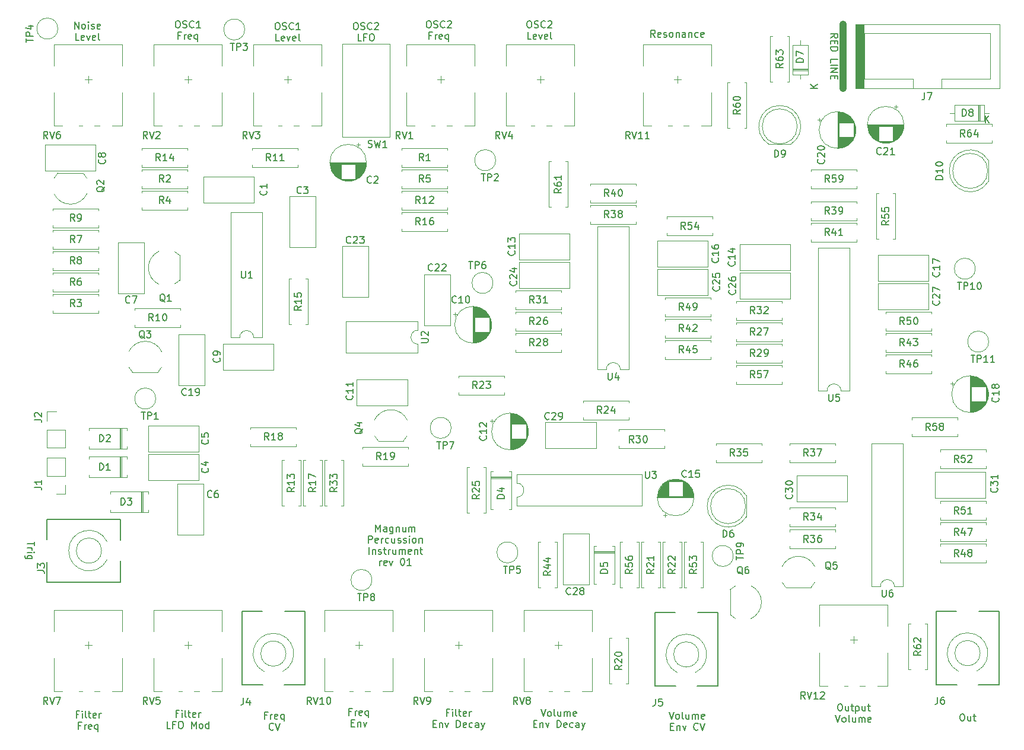
<source format=gto>
%TF.GenerationSoftware,KiCad,Pcbnew,(6.0.0-0)*%
%TF.CreationDate,2022-04-11T21:10:03+01:00*%
%TF.ProjectId,bcm-drum-synth,62636d2d-6472-4756-9d2d-73796e74682e,r01*%
%TF.SameCoordinates,Original*%
%TF.FileFunction,Legend,Top*%
%TF.FilePolarity,Positive*%
%FSLAX46Y46*%
G04 Gerber Fmt 4.6, Leading zero omitted, Abs format (unit mm)*
G04 Created by KiCad (PCBNEW (6.0.0-0)) date 2022-04-11 21:10:03*
%MOMM*%
%LPD*%
G01*
G04 APERTURE LIST*
%ADD10C,0.150000*%
%ADD11C,0.120000*%
%ADD12C,0.200000*%
%ADD13C,1.000000*%
%ADD14C,0.100000*%
G04 APERTURE END LIST*
D10*
X95980380Y-121297571D02*
X95647047Y-121297571D01*
X95647047Y-121821380D02*
X95647047Y-120821380D01*
X96123238Y-120821380D01*
X96504190Y-121821380D02*
X96504190Y-121154714D01*
X96504190Y-121345190D02*
X96551809Y-121249952D01*
X96599428Y-121202333D01*
X96694666Y-121154714D01*
X96789904Y-121154714D01*
X97504190Y-121773761D02*
X97408952Y-121821380D01*
X97218476Y-121821380D01*
X97123238Y-121773761D01*
X97075619Y-121678523D01*
X97075619Y-121297571D01*
X97123238Y-121202333D01*
X97218476Y-121154714D01*
X97408952Y-121154714D01*
X97504190Y-121202333D01*
X97551809Y-121297571D01*
X97551809Y-121392809D01*
X97075619Y-121488047D01*
X98408952Y-121154714D02*
X98408952Y-122154714D01*
X98408952Y-121773761D02*
X98313714Y-121821380D01*
X98123238Y-121821380D01*
X98028000Y-121773761D01*
X97980380Y-121726142D01*
X97932761Y-121630904D01*
X97932761Y-121345190D01*
X97980380Y-121249952D01*
X98028000Y-121202333D01*
X98123238Y-121154714D01*
X98313714Y-121154714D01*
X98408952Y-121202333D01*
X95980380Y-122907571D02*
X96313714Y-122907571D01*
X96456571Y-123431380D02*
X95980380Y-123431380D01*
X95980380Y-122431380D01*
X96456571Y-122431380D01*
X96885142Y-122764714D02*
X96885142Y-123431380D01*
X96885142Y-122859952D02*
X96932761Y-122812333D01*
X97028000Y-122764714D01*
X97170857Y-122764714D01*
X97266095Y-122812333D01*
X97313714Y-122907571D01*
X97313714Y-123431380D01*
X97694666Y-122764714D02*
X97932761Y-123431380D01*
X98170857Y-122764714D01*
X141295761Y-121329380D02*
X141629095Y-122329380D01*
X141962428Y-121329380D01*
X142438619Y-122329380D02*
X142343380Y-122281761D01*
X142295761Y-122234142D01*
X142248142Y-122138904D01*
X142248142Y-121853190D01*
X142295761Y-121757952D01*
X142343380Y-121710333D01*
X142438619Y-121662714D01*
X142581476Y-121662714D01*
X142676714Y-121710333D01*
X142724333Y-121757952D01*
X142771952Y-121853190D01*
X142771952Y-122138904D01*
X142724333Y-122234142D01*
X142676714Y-122281761D01*
X142581476Y-122329380D01*
X142438619Y-122329380D01*
X143343380Y-122329380D02*
X143248142Y-122281761D01*
X143200523Y-122186523D01*
X143200523Y-121329380D01*
X144152904Y-121662714D02*
X144152904Y-122329380D01*
X143724333Y-121662714D02*
X143724333Y-122186523D01*
X143771952Y-122281761D01*
X143867190Y-122329380D01*
X144010047Y-122329380D01*
X144105285Y-122281761D01*
X144152904Y-122234142D01*
X144629095Y-122329380D02*
X144629095Y-121662714D01*
X144629095Y-121757952D02*
X144676714Y-121710333D01*
X144771952Y-121662714D01*
X144914809Y-121662714D01*
X145010047Y-121710333D01*
X145057666Y-121805571D01*
X145057666Y-122329380D01*
X145057666Y-121805571D02*
X145105285Y-121710333D01*
X145200523Y-121662714D01*
X145343380Y-121662714D01*
X145438619Y-121710333D01*
X145486238Y-121805571D01*
X145486238Y-122329380D01*
X146343380Y-122281761D02*
X146248142Y-122329380D01*
X146057666Y-122329380D01*
X145962428Y-122281761D01*
X145914809Y-122186523D01*
X145914809Y-121805571D01*
X145962428Y-121710333D01*
X146057666Y-121662714D01*
X146248142Y-121662714D01*
X146343380Y-121710333D01*
X146391000Y-121805571D01*
X146391000Y-121900809D01*
X145914809Y-121996047D01*
X141533857Y-123415571D02*
X141867190Y-123415571D01*
X142010047Y-123939380D02*
X141533857Y-123939380D01*
X141533857Y-122939380D01*
X142010047Y-122939380D01*
X142438619Y-123272714D02*
X142438619Y-123939380D01*
X142438619Y-123367952D02*
X142486238Y-123320333D01*
X142581476Y-123272714D01*
X142724333Y-123272714D01*
X142819571Y-123320333D01*
X142867190Y-123415571D01*
X142867190Y-123939380D01*
X143248142Y-123272714D02*
X143486238Y-123939380D01*
X143724333Y-123272714D01*
X145438619Y-123844142D02*
X145391000Y-123891761D01*
X145248142Y-123939380D01*
X145152904Y-123939380D01*
X145010047Y-123891761D01*
X144914809Y-123796523D01*
X144867190Y-123701285D01*
X144819571Y-123510809D01*
X144819571Y-123367952D01*
X144867190Y-123177476D01*
X144914809Y-123082238D01*
X145010047Y-122987000D01*
X145152904Y-122939380D01*
X145248142Y-122939380D01*
X145391000Y-122987000D01*
X145438619Y-123034619D01*
X145724333Y-122939380D02*
X146057666Y-123939380D01*
X146391000Y-122939380D01*
X121261380Y-22650380D02*
X121451857Y-22650380D01*
X121547095Y-22698000D01*
X121642333Y-22793238D01*
X121689952Y-22983714D01*
X121689952Y-23317047D01*
X121642333Y-23507523D01*
X121547095Y-23602761D01*
X121451857Y-23650380D01*
X121261380Y-23650380D01*
X121166142Y-23602761D01*
X121070904Y-23507523D01*
X121023285Y-23317047D01*
X121023285Y-22983714D01*
X121070904Y-22793238D01*
X121166142Y-22698000D01*
X121261380Y-22650380D01*
X122070904Y-23602761D02*
X122213761Y-23650380D01*
X122451857Y-23650380D01*
X122547095Y-23602761D01*
X122594714Y-23555142D01*
X122642333Y-23459904D01*
X122642333Y-23364666D01*
X122594714Y-23269428D01*
X122547095Y-23221809D01*
X122451857Y-23174190D01*
X122261380Y-23126571D01*
X122166142Y-23078952D01*
X122118523Y-23031333D01*
X122070904Y-22936095D01*
X122070904Y-22840857D01*
X122118523Y-22745619D01*
X122166142Y-22698000D01*
X122261380Y-22650380D01*
X122499476Y-22650380D01*
X122642333Y-22698000D01*
X123642333Y-23555142D02*
X123594714Y-23602761D01*
X123451857Y-23650380D01*
X123356619Y-23650380D01*
X123213761Y-23602761D01*
X123118523Y-23507523D01*
X123070904Y-23412285D01*
X123023285Y-23221809D01*
X123023285Y-23078952D01*
X123070904Y-22888476D01*
X123118523Y-22793238D01*
X123213761Y-22698000D01*
X123356619Y-22650380D01*
X123451857Y-22650380D01*
X123594714Y-22698000D01*
X123642333Y-22745619D01*
X124023285Y-22745619D02*
X124070904Y-22698000D01*
X124166142Y-22650380D01*
X124404238Y-22650380D01*
X124499476Y-22698000D01*
X124547095Y-22745619D01*
X124594714Y-22840857D01*
X124594714Y-22936095D01*
X124547095Y-23078952D01*
X123975666Y-23650380D01*
X124594714Y-23650380D01*
X121618523Y-25260380D02*
X121142333Y-25260380D01*
X121142333Y-24260380D01*
X122332809Y-25212761D02*
X122237571Y-25260380D01*
X122047095Y-25260380D01*
X121951857Y-25212761D01*
X121904238Y-25117523D01*
X121904238Y-24736571D01*
X121951857Y-24641333D01*
X122047095Y-24593714D01*
X122237571Y-24593714D01*
X122332809Y-24641333D01*
X122380428Y-24736571D01*
X122380428Y-24831809D01*
X121904238Y-24927047D01*
X122713761Y-24593714D02*
X122951857Y-25260380D01*
X123189952Y-24593714D01*
X123951857Y-25212761D02*
X123856619Y-25260380D01*
X123666142Y-25260380D01*
X123570904Y-25212761D01*
X123523285Y-25117523D01*
X123523285Y-24736571D01*
X123570904Y-24641333D01*
X123666142Y-24593714D01*
X123856619Y-24593714D01*
X123951857Y-24641333D01*
X123999476Y-24736571D01*
X123999476Y-24831809D01*
X123523285Y-24927047D01*
X124570904Y-25260380D02*
X124475666Y-25212761D01*
X124428047Y-25117523D01*
X124428047Y-24260380D01*
X139303523Y-24963380D02*
X138970190Y-24487190D01*
X138732095Y-24963380D02*
X138732095Y-23963380D01*
X139113047Y-23963380D01*
X139208285Y-24011000D01*
X139255904Y-24058619D01*
X139303523Y-24153857D01*
X139303523Y-24296714D01*
X139255904Y-24391952D01*
X139208285Y-24439571D01*
X139113047Y-24487190D01*
X138732095Y-24487190D01*
X140113047Y-24915761D02*
X140017809Y-24963380D01*
X139827333Y-24963380D01*
X139732095Y-24915761D01*
X139684476Y-24820523D01*
X139684476Y-24439571D01*
X139732095Y-24344333D01*
X139827333Y-24296714D01*
X140017809Y-24296714D01*
X140113047Y-24344333D01*
X140160666Y-24439571D01*
X140160666Y-24534809D01*
X139684476Y-24630047D01*
X140541619Y-24915761D02*
X140636857Y-24963380D01*
X140827333Y-24963380D01*
X140922571Y-24915761D01*
X140970190Y-24820523D01*
X140970190Y-24772904D01*
X140922571Y-24677666D01*
X140827333Y-24630047D01*
X140684476Y-24630047D01*
X140589238Y-24582428D01*
X140541619Y-24487190D01*
X140541619Y-24439571D01*
X140589238Y-24344333D01*
X140684476Y-24296714D01*
X140827333Y-24296714D01*
X140922571Y-24344333D01*
X141541619Y-24963380D02*
X141446380Y-24915761D01*
X141398761Y-24868142D01*
X141351142Y-24772904D01*
X141351142Y-24487190D01*
X141398761Y-24391952D01*
X141446380Y-24344333D01*
X141541619Y-24296714D01*
X141684476Y-24296714D01*
X141779714Y-24344333D01*
X141827333Y-24391952D01*
X141874952Y-24487190D01*
X141874952Y-24772904D01*
X141827333Y-24868142D01*
X141779714Y-24915761D01*
X141684476Y-24963380D01*
X141541619Y-24963380D01*
X142303523Y-24296714D02*
X142303523Y-24963380D01*
X142303523Y-24391952D02*
X142351142Y-24344333D01*
X142446380Y-24296714D01*
X142589238Y-24296714D01*
X142684476Y-24344333D01*
X142732095Y-24439571D01*
X142732095Y-24963380D01*
X143636857Y-24963380D02*
X143636857Y-24439571D01*
X143589238Y-24344333D01*
X143494000Y-24296714D01*
X143303523Y-24296714D01*
X143208285Y-24344333D01*
X143636857Y-24915761D02*
X143541619Y-24963380D01*
X143303523Y-24963380D01*
X143208285Y-24915761D01*
X143160666Y-24820523D01*
X143160666Y-24725285D01*
X143208285Y-24630047D01*
X143303523Y-24582428D01*
X143541619Y-24582428D01*
X143636857Y-24534809D01*
X144113047Y-24296714D02*
X144113047Y-24963380D01*
X144113047Y-24391952D02*
X144160666Y-24344333D01*
X144255904Y-24296714D01*
X144398761Y-24296714D01*
X144494000Y-24344333D01*
X144541619Y-24439571D01*
X144541619Y-24963380D01*
X145446380Y-24915761D02*
X145351142Y-24963380D01*
X145160666Y-24963380D01*
X145065428Y-24915761D01*
X145017809Y-24868142D01*
X144970190Y-24772904D01*
X144970190Y-24487190D01*
X145017809Y-24391952D01*
X145065428Y-24344333D01*
X145160666Y-24296714D01*
X145351142Y-24296714D01*
X145446380Y-24344333D01*
X146255904Y-24915761D02*
X146160666Y-24963380D01*
X145970190Y-24963380D01*
X145874952Y-24915761D01*
X145827333Y-24820523D01*
X145827333Y-24439571D01*
X145874952Y-24344333D01*
X145970190Y-24296714D01*
X146160666Y-24296714D01*
X146255904Y-24344333D01*
X146303523Y-24439571D01*
X146303523Y-24534809D01*
X145827333Y-24630047D01*
X165616190Y-120186380D02*
X165806666Y-120186380D01*
X165901904Y-120234000D01*
X165997142Y-120329238D01*
X166044761Y-120519714D01*
X166044761Y-120853047D01*
X165997142Y-121043523D01*
X165901904Y-121138761D01*
X165806666Y-121186380D01*
X165616190Y-121186380D01*
X165520952Y-121138761D01*
X165425714Y-121043523D01*
X165378095Y-120853047D01*
X165378095Y-120519714D01*
X165425714Y-120329238D01*
X165520952Y-120234000D01*
X165616190Y-120186380D01*
X166901904Y-120519714D02*
X166901904Y-121186380D01*
X166473333Y-120519714D02*
X166473333Y-121043523D01*
X166520952Y-121138761D01*
X166616190Y-121186380D01*
X166759047Y-121186380D01*
X166854285Y-121138761D01*
X166901904Y-121091142D01*
X167235238Y-120519714D02*
X167616190Y-120519714D01*
X167378095Y-120186380D02*
X167378095Y-121043523D01*
X167425714Y-121138761D01*
X167520952Y-121186380D01*
X167616190Y-121186380D01*
X167949523Y-120519714D02*
X167949523Y-121519714D01*
X167949523Y-120567333D02*
X168044761Y-120519714D01*
X168235238Y-120519714D01*
X168330476Y-120567333D01*
X168378095Y-120614952D01*
X168425714Y-120710190D01*
X168425714Y-120995904D01*
X168378095Y-121091142D01*
X168330476Y-121138761D01*
X168235238Y-121186380D01*
X168044761Y-121186380D01*
X167949523Y-121138761D01*
X169282857Y-120519714D02*
X169282857Y-121186380D01*
X168854285Y-120519714D02*
X168854285Y-121043523D01*
X168901904Y-121138761D01*
X168997142Y-121186380D01*
X169140000Y-121186380D01*
X169235238Y-121138761D01*
X169282857Y-121091142D01*
X169616190Y-120519714D02*
X169997142Y-120519714D01*
X169759047Y-120186380D02*
X169759047Y-121043523D01*
X169806666Y-121138761D01*
X169901904Y-121186380D01*
X169997142Y-121186380D01*
X165044761Y-121796380D02*
X165378095Y-122796380D01*
X165711428Y-121796380D01*
X166187619Y-122796380D02*
X166092380Y-122748761D01*
X166044761Y-122701142D01*
X165997142Y-122605904D01*
X165997142Y-122320190D01*
X166044761Y-122224952D01*
X166092380Y-122177333D01*
X166187619Y-122129714D01*
X166330476Y-122129714D01*
X166425714Y-122177333D01*
X166473333Y-122224952D01*
X166520952Y-122320190D01*
X166520952Y-122605904D01*
X166473333Y-122701142D01*
X166425714Y-122748761D01*
X166330476Y-122796380D01*
X166187619Y-122796380D01*
X167092380Y-122796380D02*
X166997142Y-122748761D01*
X166949523Y-122653523D01*
X166949523Y-121796380D01*
X167901904Y-122129714D02*
X167901904Y-122796380D01*
X167473333Y-122129714D02*
X167473333Y-122653523D01*
X167520952Y-122748761D01*
X167616190Y-122796380D01*
X167759047Y-122796380D01*
X167854285Y-122748761D01*
X167901904Y-122701142D01*
X168378095Y-122796380D02*
X168378095Y-122129714D01*
X168378095Y-122224952D02*
X168425714Y-122177333D01*
X168520952Y-122129714D01*
X168663809Y-122129714D01*
X168759047Y-122177333D01*
X168806666Y-122272571D01*
X168806666Y-122796380D01*
X168806666Y-122272571D02*
X168854285Y-122177333D01*
X168949523Y-122129714D01*
X169092380Y-122129714D01*
X169187619Y-122177333D01*
X169235238Y-122272571D01*
X169235238Y-122796380D01*
X170092380Y-122748761D02*
X169997142Y-122796380D01*
X169806666Y-122796380D01*
X169711428Y-122748761D01*
X169663809Y-122653523D01*
X169663809Y-122272571D01*
X169711428Y-122177333D01*
X169806666Y-122129714D01*
X169997142Y-122129714D01*
X170092380Y-122177333D01*
X170140000Y-122272571D01*
X170140000Y-122367809D01*
X169663809Y-122463047D01*
X56483476Y-23777380D02*
X56483476Y-22777380D01*
X57054904Y-23777380D01*
X57054904Y-22777380D01*
X57673952Y-23777380D02*
X57578714Y-23729761D01*
X57531095Y-23682142D01*
X57483476Y-23586904D01*
X57483476Y-23301190D01*
X57531095Y-23205952D01*
X57578714Y-23158333D01*
X57673952Y-23110714D01*
X57816809Y-23110714D01*
X57912047Y-23158333D01*
X57959666Y-23205952D01*
X58007285Y-23301190D01*
X58007285Y-23586904D01*
X57959666Y-23682142D01*
X57912047Y-23729761D01*
X57816809Y-23777380D01*
X57673952Y-23777380D01*
X58435857Y-23777380D02*
X58435857Y-23110714D01*
X58435857Y-22777380D02*
X58388238Y-22825000D01*
X58435857Y-22872619D01*
X58483476Y-22825000D01*
X58435857Y-22777380D01*
X58435857Y-22872619D01*
X58864428Y-23729761D02*
X58959666Y-23777380D01*
X59150142Y-23777380D01*
X59245380Y-23729761D01*
X59293000Y-23634523D01*
X59293000Y-23586904D01*
X59245380Y-23491666D01*
X59150142Y-23444047D01*
X59007285Y-23444047D01*
X58912047Y-23396428D01*
X58864428Y-23301190D01*
X58864428Y-23253571D01*
X58912047Y-23158333D01*
X59007285Y-23110714D01*
X59150142Y-23110714D01*
X59245380Y-23158333D01*
X60102523Y-23729761D02*
X60007285Y-23777380D01*
X59816809Y-23777380D01*
X59721571Y-23729761D01*
X59673952Y-23634523D01*
X59673952Y-23253571D01*
X59721571Y-23158333D01*
X59816809Y-23110714D01*
X60007285Y-23110714D01*
X60102523Y-23158333D01*
X60150142Y-23253571D01*
X60150142Y-23348809D01*
X59673952Y-23444047D01*
X57102523Y-25387380D02*
X56626333Y-25387380D01*
X56626333Y-24387380D01*
X57816809Y-25339761D02*
X57721571Y-25387380D01*
X57531095Y-25387380D01*
X57435857Y-25339761D01*
X57388238Y-25244523D01*
X57388238Y-24863571D01*
X57435857Y-24768333D01*
X57531095Y-24720714D01*
X57721571Y-24720714D01*
X57816809Y-24768333D01*
X57864428Y-24863571D01*
X57864428Y-24958809D01*
X57388238Y-25054047D01*
X58197761Y-24720714D02*
X58435857Y-25387380D01*
X58673952Y-24720714D01*
X59435857Y-25339761D02*
X59340619Y-25387380D01*
X59150142Y-25387380D01*
X59054904Y-25339761D01*
X59007285Y-25244523D01*
X59007285Y-24863571D01*
X59054904Y-24768333D01*
X59150142Y-24720714D01*
X59340619Y-24720714D01*
X59435857Y-24768333D01*
X59483476Y-24863571D01*
X59483476Y-24958809D01*
X59007285Y-25054047D01*
X60054904Y-25387380D02*
X59959666Y-25339761D01*
X59912047Y-25244523D01*
X59912047Y-24387380D01*
X106910380Y-22650380D02*
X107100857Y-22650380D01*
X107196095Y-22698000D01*
X107291333Y-22793238D01*
X107338952Y-22983714D01*
X107338952Y-23317047D01*
X107291333Y-23507523D01*
X107196095Y-23602761D01*
X107100857Y-23650380D01*
X106910380Y-23650380D01*
X106815142Y-23602761D01*
X106719904Y-23507523D01*
X106672285Y-23317047D01*
X106672285Y-22983714D01*
X106719904Y-22793238D01*
X106815142Y-22698000D01*
X106910380Y-22650380D01*
X107719904Y-23602761D02*
X107862761Y-23650380D01*
X108100857Y-23650380D01*
X108196095Y-23602761D01*
X108243714Y-23555142D01*
X108291333Y-23459904D01*
X108291333Y-23364666D01*
X108243714Y-23269428D01*
X108196095Y-23221809D01*
X108100857Y-23174190D01*
X107910380Y-23126571D01*
X107815142Y-23078952D01*
X107767523Y-23031333D01*
X107719904Y-22936095D01*
X107719904Y-22840857D01*
X107767523Y-22745619D01*
X107815142Y-22698000D01*
X107910380Y-22650380D01*
X108148476Y-22650380D01*
X108291333Y-22698000D01*
X109291333Y-23555142D02*
X109243714Y-23602761D01*
X109100857Y-23650380D01*
X109005619Y-23650380D01*
X108862761Y-23602761D01*
X108767523Y-23507523D01*
X108719904Y-23412285D01*
X108672285Y-23221809D01*
X108672285Y-23078952D01*
X108719904Y-22888476D01*
X108767523Y-22793238D01*
X108862761Y-22698000D01*
X109005619Y-22650380D01*
X109100857Y-22650380D01*
X109243714Y-22698000D01*
X109291333Y-22745619D01*
X109672285Y-22745619D02*
X109719904Y-22698000D01*
X109815142Y-22650380D01*
X110053238Y-22650380D01*
X110148476Y-22698000D01*
X110196095Y-22745619D01*
X110243714Y-22840857D01*
X110243714Y-22936095D01*
X110196095Y-23078952D01*
X109624666Y-23650380D01*
X110243714Y-23650380D01*
X107410380Y-24736571D02*
X107077047Y-24736571D01*
X107077047Y-25260380D02*
X107077047Y-24260380D01*
X107553238Y-24260380D01*
X107934190Y-25260380D02*
X107934190Y-24593714D01*
X107934190Y-24784190D02*
X107981809Y-24688952D01*
X108029428Y-24641333D01*
X108124666Y-24593714D01*
X108219904Y-24593714D01*
X108934190Y-25212761D02*
X108838952Y-25260380D01*
X108648476Y-25260380D01*
X108553238Y-25212761D01*
X108505619Y-25117523D01*
X108505619Y-24736571D01*
X108553238Y-24641333D01*
X108648476Y-24593714D01*
X108838952Y-24593714D01*
X108934190Y-24641333D01*
X108981809Y-24736571D01*
X108981809Y-24831809D01*
X108505619Y-24927047D01*
X109838952Y-24593714D02*
X109838952Y-25593714D01*
X109838952Y-25212761D02*
X109743714Y-25260380D01*
X109553238Y-25260380D01*
X109458000Y-25212761D01*
X109410380Y-25165142D01*
X109362761Y-25069904D01*
X109362761Y-24784190D01*
X109410380Y-24688952D01*
X109458000Y-24641333D01*
X109553238Y-24593714D01*
X109743714Y-24593714D01*
X109838952Y-24641333D01*
X71096380Y-22650380D02*
X71286857Y-22650380D01*
X71382095Y-22698000D01*
X71477333Y-22793238D01*
X71524952Y-22983714D01*
X71524952Y-23317047D01*
X71477333Y-23507523D01*
X71382095Y-23602761D01*
X71286857Y-23650380D01*
X71096380Y-23650380D01*
X71001142Y-23602761D01*
X70905904Y-23507523D01*
X70858285Y-23317047D01*
X70858285Y-22983714D01*
X70905904Y-22793238D01*
X71001142Y-22698000D01*
X71096380Y-22650380D01*
X71905904Y-23602761D02*
X72048761Y-23650380D01*
X72286857Y-23650380D01*
X72382095Y-23602761D01*
X72429714Y-23555142D01*
X72477333Y-23459904D01*
X72477333Y-23364666D01*
X72429714Y-23269428D01*
X72382095Y-23221809D01*
X72286857Y-23174190D01*
X72096380Y-23126571D01*
X72001142Y-23078952D01*
X71953523Y-23031333D01*
X71905904Y-22936095D01*
X71905904Y-22840857D01*
X71953523Y-22745619D01*
X72001142Y-22698000D01*
X72096380Y-22650380D01*
X72334476Y-22650380D01*
X72477333Y-22698000D01*
X73477333Y-23555142D02*
X73429714Y-23602761D01*
X73286857Y-23650380D01*
X73191619Y-23650380D01*
X73048761Y-23602761D01*
X72953523Y-23507523D01*
X72905904Y-23412285D01*
X72858285Y-23221809D01*
X72858285Y-23078952D01*
X72905904Y-22888476D01*
X72953523Y-22793238D01*
X73048761Y-22698000D01*
X73191619Y-22650380D01*
X73286857Y-22650380D01*
X73429714Y-22698000D01*
X73477333Y-22745619D01*
X74429714Y-23650380D02*
X73858285Y-23650380D01*
X74144000Y-23650380D02*
X74144000Y-22650380D01*
X74048761Y-22793238D01*
X73953523Y-22888476D01*
X73858285Y-22936095D01*
X71596380Y-24736571D02*
X71263047Y-24736571D01*
X71263047Y-25260380D02*
X71263047Y-24260380D01*
X71739238Y-24260380D01*
X72120190Y-25260380D02*
X72120190Y-24593714D01*
X72120190Y-24784190D02*
X72167809Y-24688952D01*
X72215428Y-24641333D01*
X72310666Y-24593714D01*
X72405904Y-24593714D01*
X73120190Y-25212761D02*
X73024952Y-25260380D01*
X72834476Y-25260380D01*
X72739238Y-25212761D01*
X72691619Y-25117523D01*
X72691619Y-24736571D01*
X72739238Y-24641333D01*
X72834476Y-24593714D01*
X73024952Y-24593714D01*
X73120190Y-24641333D01*
X73167809Y-24736571D01*
X73167809Y-24831809D01*
X72691619Y-24927047D01*
X74024952Y-24593714D02*
X74024952Y-25593714D01*
X74024952Y-25212761D02*
X73929714Y-25260380D01*
X73739238Y-25260380D01*
X73644000Y-25212761D01*
X73596380Y-25165142D01*
X73548761Y-25069904D01*
X73548761Y-24784190D01*
X73596380Y-24688952D01*
X73644000Y-24641333D01*
X73739238Y-24593714D01*
X73929714Y-24593714D01*
X74024952Y-24641333D01*
X50712619Y-97012285D02*
X50712619Y-97583714D01*
X49712619Y-97298000D02*
X50712619Y-97298000D01*
X49712619Y-97917047D02*
X50379285Y-97917047D01*
X50188809Y-97917047D02*
X50284047Y-97964666D01*
X50331666Y-98012285D01*
X50379285Y-98107523D01*
X50379285Y-98202761D01*
X49712619Y-98536095D02*
X50379285Y-98536095D01*
X50712619Y-98536095D02*
X50665000Y-98488476D01*
X50617380Y-98536095D01*
X50665000Y-98583714D01*
X50712619Y-98536095D01*
X50617380Y-98536095D01*
X50379285Y-99440857D02*
X49569761Y-99440857D01*
X49474523Y-99393238D01*
X49426904Y-99345619D01*
X49379285Y-99250380D01*
X49379285Y-99107523D01*
X49426904Y-99012285D01*
X49760238Y-99440857D02*
X49712619Y-99345619D01*
X49712619Y-99155142D01*
X49760238Y-99059904D01*
X49807857Y-99012285D01*
X49903095Y-98964666D01*
X50188809Y-98964666D01*
X50284047Y-99012285D01*
X50331666Y-99059904D01*
X50379285Y-99155142D01*
X50379285Y-99345619D01*
X50331666Y-99440857D01*
X83915380Y-121805571D02*
X83582047Y-121805571D01*
X83582047Y-122329380D02*
X83582047Y-121329380D01*
X84058238Y-121329380D01*
X84439190Y-122329380D02*
X84439190Y-121662714D01*
X84439190Y-121853190D02*
X84486809Y-121757952D01*
X84534428Y-121710333D01*
X84629666Y-121662714D01*
X84724904Y-121662714D01*
X85439190Y-122281761D02*
X85343952Y-122329380D01*
X85153476Y-122329380D01*
X85058238Y-122281761D01*
X85010619Y-122186523D01*
X85010619Y-121805571D01*
X85058238Y-121710333D01*
X85153476Y-121662714D01*
X85343952Y-121662714D01*
X85439190Y-121710333D01*
X85486809Y-121805571D01*
X85486809Y-121900809D01*
X85010619Y-121996047D01*
X86343952Y-121662714D02*
X86343952Y-122662714D01*
X86343952Y-122281761D02*
X86248714Y-122329380D01*
X86058238Y-122329380D01*
X85963000Y-122281761D01*
X85915380Y-122234142D01*
X85867761Y-122138904D01*
X85867761Y-121853190D01*
X85915380Y-121757952D01*
X85963000Y-121710333D01*
X86058238Y-121662714D01*
X86248714Y-121662714D01*
X86343952Y-121710333D01*
X84843952Y-123844142D02*
X84796333Y-123891761D01*
X84653476Y-123939380D01*
X84558238Y-123939380D01*
X84415380Y-123891761D01*
X84320142Y-123796523D01*
X84272523Y-123701285D01*
X84224904Y-123510809D01*
X84224904Y-123367952D01*
X84272523Y-123177476D01*
X84320142Y-123082238D01*
X84415380Y-122987000D01*
X84558238Y-122939380D01*
X84653476Y-122939380D01*
X84796333Y-122987000D01*
X84843952Y-123034619D01*
X85129666Y-122939380D02*
X85463000Y-123939380D01*
X85796333Y-122939380D01*
X99425476Y-95573380D02*
X99425476Y-94573380D01*
X99758809Y-95287666D01*
X100092142Y-94573380D01*
X100092142Y-95573380D01*
X100996904Y-95573380D02*
X100996904Y-95049571D01*
X100949285Y-94954333D01*
X100854047Y-94906714D01*
X100663571Y-94906714D01*
X100568333Y-94954333D01*
X100996904Y-95525761D02*
X100901666Y-95573380D01*
X100663571Y-95573380D01*
X100568333Y-95525761D01*
X100520714Y-95430523D01*
X100520714Y-95335285D01*
X100568333Y-95240047D01*
X100663571Y-95192428D01*
X100901666Y-95192428D01*
X100996904Y-95144809D01*
X101901666Y-94906714D02*
X101901666Y-95716238D01*
X101854047Y-95811476D01*
X101806428Y-95859095D01*
X101711190Y-95906714D01*
X101568333Y-95906714D01*
X101473095Y-95859095D01*
X101901666Y-95525761D02*
X101806428Y-95573380D01*
X101615952Y-95573380D01*
X101520714Y-95525761D01*
X101473095Y-95478142D01*
X101425476Y-95382904D01*
X101425476Y-95097190D01*
X101473095Y-95001952D01*
X101520714Y-94954333D01*
X101615952Y-94906714D01*
X101806428Y-94906714D01*
X101901666Y-94954333D01*
X102377857Y-94906714D02*
X102377857Y-95573380D01*
X102377857Y-95001952D02*
X102425476Y-94954333D01*
X102520714Y-94906714D01*
X102663571Y-94906714D01*
X102758809Y-94954333D01*
X102806428Y-95049571D01*
X102806428Y-95573380D01*
X103711190Y-94906714D02*
X103711190Y-95573380D01*
X103282619Y-94906714D02*
X103282619Y-95430523D01*
X103330238Y-95525761D01*
X103425476Y-95573380D01*
X103568333Y-95573380D01*
X103663571Y-95525761D01*
X103711190Y-95478142D01*
X104187380Y-95573380D02*
X104187380Y-94906714D01*
X104187380Y-95001952D02*
X104235000Y-94954333D01*
X104330238Y-94906714D01*
X104473095Y-94906714D01*
X104568333Y-94954333D01*
X104615952Y-95049571D01*
X104615952Y-95573380D01*
X104615952Y-95049571D02*
X104663571Y-94954333D01*
X104758809Y-94906714D01*
X104901666Y-94906714D01*
X104996904Y-94954333D01*
X105044523Y-95049571D01*
X105044523Y-95573380D01*
X98401666Y-97183380D02*
X98401666Y-96183380D01*
X98782619Y-96183380D01*
X98877857Y-96231000D01*
X98925476Y-96278619D01*
X98973095Y-96373857D01*
X98973095Y-96516714D01*
X98925476Y-96611952D01*
X98877857Y-96659571D01*
X98782619Y-96707190D01*
X98401666Y-96707190D01*
X99782619Y-97135761D02*
X99687380Y-97183380D01*
X99496904Y-97183380D01*
X99401666Y-97135761D01*
X99354047Y-97040523D01*
X99354047Y-96659571D01*
X99401666Y-96564333D01*
X99496904Y-96516714D01*
X99687380Y-96516714D01*
X99782619Y-96564333D01*
X99830238Y-96659571D01*
X99830238Y-96754809D01*
X99354047Y-96850047D01*
X100258809Y-97183380D02*
X100258809Y-96516714D01*
X100258809Y-96707190D02*
X100306428Y-96611952D01*
X100354047Y-96564333D01*
X100449285Y-96516714D01*
X100544523Y-96516714D01*
X101306428Y-97135761D02*
X101211190Y-97183380D01*
X101020714Y-97183380D01*
X100925476Y-97135761D01*
X100877857Y-97088142D01*
X100830238Y-96992904D01*
X100830238Y-96707190D01*
X100877857Y-96611952D01*
X100925476Y-96564333D01*
X101020714Y-96516714D01*
X101211190Y-96516714D01*
X101306428Y-96564333D01*
X102163571Y-96516714D02*
X102163571Y-97183380D01*
X101735000Y-96516714D02*
X101735000Y-97040523D01*
X101782619Y-97135761D01*
X101877857Y-97183380D01*
X102020714Y-97183380D01*
X102115952Y-97135761D01*
X102163571Y-97088142D01*
X102592142Y-97135761D02*
X102687380Y-97183380D01*
X102877857Y-97183380D01*
X102973095Y-97135761D01*
X103020714Y-97040523D01*
X103020714Y-96992904D01*
X102973095Y-96897666D01*
X102877857Y-96850047D01*
X102735000Y-96850047D01*
X102639761Y-96802428D01*
X102592142Y-96707190D01*
X102592142Y-96659571D01*
X102639761Y-96564333D01*
X102735000Y-96516714D01*
X102877857Y-96516714D01*
X102973095Y-96564333D01*
X103401666Y-97135761D02*
X103496904Y-97183380D01*
X103687380Y-97183380D01*
X103782619Y-97135761D01*
X103830238Y-97040523D01*
X103830238Y-96992904D01*
X103782619Y-96897666D01*
X103687380Y-96850047D01*
X103544523Y-96850047D01*
X103449285Y-96802428D01*
X103401666Y-96707190D01*
X103401666Y-96659571D01*
X103449285Y-96564333D01*
X103544523Y-96516714D01*
X103687380Y-96516714D01*
X103782619Y-96564333D01*
X104258809Y-97183380D02*
X104258809Y-96516714D01*
X104258809Y-96183380D02*
X104211190Y-96231000D01*
X104258809Y-96278619D01*
X104306428Y-96231000D01*
X104258809Y-96183380D01*
X104258809Y-96278619D01*
X104877857Y-97183380D02*
X104782619Y-97135761D01*
X104735000Y-97088142D01*
X104687380Y-96992904D01*
X104687380Y-96707190D01*
X104735000Y-96611952D01*
X104782619Y-96564333D01*
X104877857Y-96516714D01*
X105020714Y-96516714D01*
X105115952Y-96564333D01*
X105163571Y-96611952D01*
X105211190Y-96707190D01*
X105211190Y-96992904D01*
X105163571Y-97088142D01*
X105115952Y-97135761D01*
X105020714Y-97183380D01*
X104877857Y-97183380D01*
X105639761Y-96516714D02*
X105639761Y-97183380D01*
X105639761Y-96611952D02*
X105687380Y-96564333D01*
X105782619Y-96516714D01*
X105925476Y-96516714D01*
X106020714Y-96564333D01*
X106068333Y-96659571D01*
X106068333Y-97183380D01*
X98496904Y-98793380D02*
X98496904Y-97793380D01*
X98973095Y-98126714D02*
X98973095Y-98793380D01*
X98973095Y-98221952D02*
X99020714Y-98174333D01*
X99115952Y-98126714D01*
X99258809Y-98126714D01*
X99354047Y-98174333D01*
X99401666Y-98269571D01*
X99401666Y-98793380D01*
X99830238Y-98745761D02*
X99925476Y-98793380D01*
X100115952Y-98793380D01*
X100211190Y-98745761D01*
X100258809Y-98650523D01*
X100258809Y-98602904D01*
X100211190Y-98507666D01*
X100115952Y-98460047D01*
X99973095Y-98460047D01*
X99877857Y-98412428D01*
X99830238Y-98317190D01*
X99830238Y-98269571D01*
X99877857Y-98174333D01*
X99973095Y-98126714D01*
X100115952Y-98126714D01*
X100211190Y-98174333D01*
X100544523Y-98126714D02*
X100925476Y-98126714D01*
X100687380Y-97793380D02*
X100687380Y-98650523D01*
X100735000Y-98745761D01*
X100830238Y-98793380D01*
X100925476Y-98793380D01*
X101258809Y-98793380D02*
X101258809Y-98126714D01*
X101258809Y-98317190D02*
X101306428Y-98221952D01*
X101354047Y-98174333D01*
X101449285Y-98126714D01*
X101544523Y-98126714D01*
X102306428Y-98126714D02*
X102306428Y-98793380D01*
X101877857Y-98126714D02*
X101877857Y-98650523D01*
X101925476Y-98745761D01*
X102020714Y-98793380D01*
X102163571Y-98793380D01*
X102258809Y-98745761D01*
X102306428Y-98698142D01*
X102782619Y-98793380D02*
X102782619Y-98126714D01*
X102782619Y-98221952D02*
X102830238Y-98174333D01*
X102925476Y-98126714D01*
X103068333Y-98126714D01*
X103163571Y-98174333D01*
X103211190Y-98269571D01*
X103211190Y-98793380D01*
X103211190Y-98269571D02*
X103258809Y-98174333D01*
X103354047Y-98126714D01*
X103496904Y-98126714D01*
X103592142Y-98174333D01*
X103639761Y-98269571D01*
X103639761Y-98793380D01*
X104496904Y-98745761D02*
X104401666Y-98793380D01*
X104211190Y-98793380D01*
X104115952Y-98745761D01*
X104068333Y-98650523D01*
X104068333Y-98269571D01*
X104115952Y-98174333D01*
X104211190Y-98126714D01*
X104401666Y-98126714D01*
X104496904Y-98174333D01*
X104544523Y-98269571D01*
X104544523Y-98364809D01*
X104068333Y-98460047D01*
X104973095Y-98126714D02*
X104973095Y-98793380D01*
X104973095Y-98221952D02*
X105020714Y-98174333D01*
X105115952Y-98126714D01*
X105258809Y-98126714D01*
X105354047Y-98174333D01*
X105401666Y-98269571D01*
X105401666Y-98793380D01*
X105735000Y-98126714D02*
X106115952Y-98126714D01*
X105877857Y-97793380D02*
X105877857Y-98650523D01*
X105925476Y-98745761D01*
X106020714Y-98793380D01*
X106115952Y-98793380D01*
X100020714Y-100403380D02*
X100020714Y-99736714D01*
X100020714Y-99927190D02*
X100068333Y-99831952D01*
X100115952Y-99784333D01*
X100211190Y-99736714D01*
X100306428Y-99736714D01*
X101020714Y-100355761D02*
X100925476Y-100403380D01*
X100735000Y-100403380D01*
X100639761Y-100355761D01*
X100592142Y-100260523D01*
X100592142Y-99879571D01*
X100639761Y-99784333D01*
X100735000Y-99736714D01*
X100925476Y-99736714D01*
X101020714Y-99784333D01*
X101068333Y-99879571D01*
X101068333Y-99974809D01*
X100592142Y-100070047D01*
X101401666Y-99736714D02*
X101639761Y-100403380D01*
X101877857Y-99736714D01*
X103211190Y-99403380D02*
X103306428Y-99403380D01*
X103401666Y-99451000D01*
X103449285Y-99498619D01*
X103496904Y-99593857D01*
X103544523Y-99784333D01*
X103544523Y-100022428D01*
X103496904Y-100212904D01*
X103449285Y-100308142D01*
X103401666Y-100355761D01*
X103306428Y-100403380D01*
X103211190Y-100403380D01*
X103115952Y-100355761D01*
X103068333Y-100308142D01*
X103020714Y-100212904D01*
X102973095Y-100022428D01*
X102973095Y-99784333D01*
X103020714Y-99593857D01*
X103068333Y-99498619D01*
X103115952Y-99451000D01*
X103211190Y-99403380D01*
X104496904Y-100403380D02*
X103925476Y-100403380D01*
X104211190Y-100403380D02*
X104211190Y-99403380D01*
X104115952Y-99546238D01*
X104020714Y-99641476D01*
X103925476Y-99689095D01*
X57039047Y-121678571D02*
X56705714Y-121678571D01*
X56705714Y-122202380D02*
X56705714Y-121202380D01*
X57181904Y-121202380D01*
X57562857Y-122202380D02*
X57562857Y-121535714D01*
X57562857Y-121202380D02*
X57515238Y-121250000D01*
X57562857Y-121297619D01*
X57610476Y-121250000D01*
X57562857Y-121202380D01*
X57562857Y-121297619D01*
X58181904Y-122202380D02*
X58086666Y-122154761D01*
X58039047Y-122059523D01*
X58039047Y-121202380D01*
X58420000Y-121535714D02*
X58800952Y-121535714D01*
X58562857Y-121202380D02*
X58562857Y-122059523D01*
X58610476Y-122154761D01*
X58705714Y-122202380D01*
X58800952Y-122202380D01*
X59515238Y-122154761D02*
X59420000Y-122202380D01*
X59229523Y-122202380D01*
X59134285Y-122154761D01*
X59086666Y-122059523D01*
X59086666Y-121678571D01*
X59134285Y-121583333D01*
X59229523Y-121535714D01*
X59420000Y-121535714D01*
X59515238Y-121583333D01*
X59562857Y-121678571D01*
X59562857Y-121773809D01*
X59086666Y-121869047D01*
X59991428Y-122202380D02*
X59991428Y-121535714D01*
X59991428Y-121726190D02*
X60039047Y-121630952D01*
X60086666Y-121583333D01*
X60181904Y-121535714D01*
X60277142Y-121535714D01*
X57372380Y-123288571D02*
X57039047Y-123288571D01*
X57039047Y-123812380D02*
X57039047Y-122812380D01*
X57515238Y-122812380D01*
X57896190Y-123812380D02*
X57896190Y-123145714D01*
X57896190Y-123336190D02*
X57943809Y-123240952D01*
X57991428Y-123193333D01*
X58086666Y-123145714D01*
X58181904Y-123145714D01*
X58896190Y-123764761D02*
X58800952Y-123812380D01*
X58610476Y-123812380D01*
X58515238Y-123764761D01*
X58467619Y-123669523D01*
X58467619Y-123288571D01*
X58515238Y-123193333D01*
X58610476Y-123145714D01*
X58800952Y-123145714D01*
X58896190Y-123193333D01*
X58943809Y-123288571D01*
X58943809Y-123383809D01*
X58467619Y-123479047D01*
X59800952Y-123145714D02*
X59800952Y-124145714D01*
X59800952Y-123764761D02*
X59705714Y-123812380D01*
X59515238Y-123812380D01*
X59420000Y-123764761D01*
X59372380Y-123717142D01*
X59324761Y-123621904D01*
X59324761Y-123336190D01*
X59372380Y-123240952D01*
X59420000Y-123193333D01*
X59515238Y-123145714D01*
X59705714Y-123145714D01*
X59800952Y-123193333D01*
X123007761Y-120948380D02*
X123341095Y-121948380D01*
X123674428Y-120948380D01*
X124150619Y-121948380D02*
X124055380Y-121900761D01*
X124007761Y-121853142D01*
X123960142Y-121757904D01*
X123960142Y-121472190D01*
X124007761Y-121376952D01*
X124055380Y-121329333D01*
X124150619Y-121281714D01*
X124293476Y-121281714D01*
X124388714Y-121329333D01*
X124436333Y-121376952D01*
X124483952Y-121472190D01*
X124483952Y-121757904D01*
X124436333Y-121853142D01*
X124388714Y-121900761D01*
X124293476Y-121948380D01*
X124150619Y-121948380D01*
X125055380Y-121948380D02*
X124960142Y-121900761D01*
X124912523Y-121805523D01*
X124912523Y-120948380D01*
X125864904Y-121281714D02*
X125864904Y-121948380D01*
X125436333Y-121281714D02*
X125436333Y-121805523D01*
X125483952Y-121900761D01*
X125579190Y-121948380D01*
X125722047Y-121948380D01*
X125817285Y-121900761D01*
X125864904Y-121853142D01*
X126341095Y-121948380D02*
X126341095Y-121281714D01*
X126341095Y-121376952D02*
X126388714Y-121329333D01*
X126483952Y-121281714D01*
X126626809Y-121281714D01*
X126722047Y-121329333D01*
X126769666Y-121424571D01*
X126769666Y-121948380D01*
X126769666Y-121424571D02*
X126817285Y-121329333D01*
X126912523Y-121281714D01*
X127055380Y-121281714D01*
X127150619Y-121329333D01*
X127198238Y-121424571D01*
X127198238Y-121948380D01*
X128055380Y-121900761D02*
X127960142Y-121948380D01*
X127769666Y-121948380D01*
X127674428Y-121900761D01*
X127626809Y-121805523D01*
X127626809Y-121424571D01*
X127674428Y-121329333D01*
X127769666Y-121281714D01*
X127960142Y-121281714D01*
X128055380Y-121329333D01*
X128103000Y-121424571D01*
X128103000Y-121519809D01*
X127626809Y-121615047D01*
X121983952Y-123034571D02*
X122317285Y-123034571D01*
X122460142Y-123558380D02*
X121983952Y-123558380D01*
X121983952Y-122558380D01*
X122460142Y-122558380D01*
X122888714Y-122891714D02*
X122888714Y-123558380D01*
X122888714Y-122986952D02*
X122936333Y-122939333D01*
X123031571Y-122891714D01*
X123174428Y-122891714D01*
X123269666Y-122939333D01*
X123317285Y-123034571D01*
X123317285Y-123558380D01*
X123698238Y-122891714D02*
X123936333Y-123558380D01*
X124174428Y-122891714D01*
X125317285Y-123558380D02*
X125317285Y-122558380D01*
X125555380Y-122558380D01*
X125698238Y-122606000D01*
X125793476Y-122701238D01*
X125841095Y-122796476D01*
X125888714Y-122986952D01*
X125888714Y-123129809D01*
X125841095Y-123320285D01*
X125793476Y-123415523D01*
X125698238Y-123510761D01*
X125555380Y-123558380D01*
X125317285Y-123558380D01*
X126698238Y-123510761D02*
X126603000Y-123558380D01*
X126412523Y-123558380D01*
X126317285Y-123510761D01*
X126269666Y-123415523D01*
X126269666Y-123034571D01*
X126317285Y-122939333D01*
X126412523Y-122891714D01*
X126603000Y-122891714D01*
X126698238Y-122939333D01*
X126745857Y-123034571D01*
X126745857Y-123129809D01*
X126269666Y-123225047D01*
X127603000Y-123510761D02*
X127507761Y-123558380D01*
X127317285Y-123558380D01*
X127222047Y-123510761D01*
X127174428Y-123463142D01*
X127126809Y-123367904D01*
X127126809Y-123082190D01*
X127174428Y-122986952D01*
X127222047Y-122939333D01*
X127317285Y-122891714D01*
X127507761Y-122891714D01*
X127603000Y-122939333D01*
X128460142Y-123558380D02*
X128460142Y-123034571D01*
X128412523Y-122939333D01*
X128317285Y-122891714D01*
X128126809Y-122891714D01*
X128031571Y-122939333D01*
X128460142Y-123510761D02*
X128364904Y-123558380D01*
X128126809Y-123558380D01*
X128031571Y-123510761D01*
X127983952Y-123415523D01*
X127983952Y-123320285D01*
X128031571Y-123225047D01*
X128126809Y-123177428D01*
X128364904Y-123177428D01*
X128460142Y-123129809D01*
X128841095Y-122891714D02*
X129079190Y-123558380D01*
X129317285Y-122891714D02*
X129079190Y-123558380D01*
X128983952Y-123796476D01*
X128936333Y-123844095D01*
X128841095Y-123891714D01*
X85320380Y-22904380D02*
X85510857Y-22904380D01*
X85606095Y-22952000D01*
X85701333Y-23047238D01*
X85748952Y-23237714D01*
X85748952Y-23571047D01*
X85701333Y-23761523D01*
X85606095Y-23856761D01*
X85510857Y-23904380D01*
X85320380Y-23904380D01*
X85225142Y-23856761D01*
X85129904Y-23761523D01*
X85082285Y-23571047D01*
X85082285Y-23237714D01*
X85129904Y-23047238D01*
X85225142Y-22952000D01*
X85320380Y-22904380D01*
X86129904Y-23856761D02*
X86272761Y-23904380D01*
X86510857Y-23904380D01*
X86606095Y-23856761D01*
X86653714Y-23809142D01*
X86701333Y-23713904D01*
X86701333Y-23618666D01*
X86653714Y-23523428D01*
X86606095Y-23475809D01*
X86510857Y-23428190D01*
X86320380Y-23380571D01*
X86225142Y-23332952D01*
X86177523Y-23285333D01*
X86129904Y-23190095D01*
X86129904Y-23094857D01*
X86177523Y-22999619D01*
X86225142Y-22952000D01*
X86320380Y-22904380D01*
X86558476Y-22904380D01*
X86701333Y-22952000D01*
X87701333Y-23809142D02*
X87653714Y-23856761D01*
X87510857Y-23904380D01*
X87415619Y-23904380D01*
X87272761Y-23856761D01*
X87177523Y-23761523D01*
X87129904Y-23666285D01*
X87082285Y-23475809D01*
X87082285Y-23332952D01*
X87129904Y-23142476D01*
X87177523Y-23047238D01*
X87272761Y-22952000D01*
X87415619Y-22904380D01*
X87510857Y-22904380D01*
X87653714Y-22952000D01*
X87701333Y-22999619D01*
X88653714Y-23904380D02*
X88082285Y-23904380D01*
X88368000Y-23904380D02*
X88368000Y-22904380D01*
X88272761Y-23047238D01*
X88177523Y-23142476D01*
X88082285Y-23190095D01*
X85677523Y-25514380D02*
X85201333Y-25514380D01*
X85201333Y-24514380D01*
X86391809Y-25466761D02*
X86296571Y-25514380D01*
X86106095Y-25514380D01*
X86010857Y-25466761D01*
X85963238Y-25371523D01*
X85963238Y-24990571D01*
X86010857Y-24895333D01*
X86106095Y-24847714D01*
X86296571Y-24847714D01*
X86391809Y-24895333D01*
X86439428Y-24990571D01*
X86439428Y-25085809D01*
X85963238Y-25181047D01*
X86772761Y-24847714D02*
X87010857Y-25514380D01*
X87248952Y-24847714D01*
X88010857Y-25466761D02*
X87915619Y-25514380D01*
X87725142Y-25514380D01*
X87629904Y-25466761D01*
X87582285Y-25371523D01*
X87582285Y-24990571D01*
X87629904Y-24895333D01*
X87725142Y-24847714D01*
X87915619Y-24847714D01*
X88010857Y-24895333D01*
X88058476Y-24990571D01*
X88058476Y-25085809D01*
X87582285Y-25181047D01*
X88629904Y-25514380D02*
X88534666Y-25466761D01*
X88487047Y-25371523D01*
X88487047Y-24514380D01*
X183062666Y-121626380D02*
X183253142Y-121626380D01*
X183348380Y-121674000D01*
X183443619Y-121769238D01*
X183491238Y-121959714D01*
X183491238Y-122293047D01*
X183443619Y-122483523D01*
X183348380Y-122578761D01*
X183253142Y-122626380D01*
X183062666Y-122626380D01*
X182967428Y-122578761D01*
X182872190Y-122483523D01*
X182824571Y-122293047D01*
X182824571Y-121959714D01*
X182872190Y-121769238D01*
X182967428Y-121674000D01*
X183062666Y-121626380D01*
X184348380Y-121959714D02*
X184348380Y-122626380D01*
X183919809Y-121959714D02*
X183919809Y-122483523D01*
X183967428Y-122578761D01*
X184062666Y-122626380D01*
X184205523Y-122626380D01*
X184300761Y-122578761D01*
X184348380Y-122531142D01*
X184681714Y-121959714D02*
X185062666Y-121959714D01*
X184824571Y-121626380D02*
X184824571Y-122483523D01*
X184872190Y-122578761D01*
X184967428Y-122626380D01*
X185062666Y-122626380D01*
X109871047Y-121424571D02*
X109537714Y-121424571D01*
X109537714Y-121948380D02*
X109537714Y-120948380D01*
X110013904Y-120948380D01*
X110394857Y-121948380D02*
X110394857Y-121281714D01*
X110394857Y-120948380D02*
X110347238Y-120996000D01*
X110394857Y-121043619D01*
X110442476Y-120996000D01*
X110394857Y-120948380D01*
X110394857Y-121043619D01*
X111013904Y-121948380D02*
X110918666Y-121900761D01*
X110871047Y-121805523D01*
X110871047Y-120948380D01*
X111252000Y-121281714D02*
X111632952Y-121281714D01*
X111394857Y-120948380D02*
X111394857Y-121805523D01*
X111442476Y-121900761D01*
X111537714Y-121948380D01*
X111632952Y-121948380D01*
X112347238Y-121900761D02*
X112252000Y-121948380D01*
X112061523Y-121948380D01*
X111966285Y-121900761D01*
X111918666Y-121805523D01*
X111918666Y-121424571D01*
X111966285Y-121329333D01*
X112061523Y-121281714D01*
X112252000Y-121281714D01*
X112347238Y-121329333D01*
X112394857Y-121424571D01*
X112394857Y-121519809D01*
X111918666Y-121615047D01*
X112823428Y-121948380D02*
X112823428Y-121281714D01*
X112823428Y-121472190D02*
X112871047Y-121376952D01*
X112918666Y-121329333D01*
X113013904Y-121281714D01*
X113109142Y-121281714D01*
X107632952Y-123034571D02*
X107966285Y-123034571D01*
X108109142Y-123558380D02*
X107632952Y-123558380D01*
X107632952Y-122558380D01*
X108109142Y-122558380D01*
X108537714Y-122891714D02*
X108537714Y-123558380D01*
X108537714Y-122986952D02*
X108585333Y-122939333D01*
X108680571Y-122891714D01*
X108823428Y-122891714D01*
X108918666Y-122939333D01*
X108966285Y-123034571D01*
X108966285Y-123558380D01*
X109347238Y-122891714D02*
X109585333Y-123558380D01*
X109823428Y-122891714D01*
X110966285Y-123558380D02*
X110966285Y-122558380D01*
X111204380Y-122558380D01*
X111347238Y-122606000D01*
X111442476Y-122701238D01*
X111490095Y-122796476D01*
X111537714Y-122986952D01*
X111537714Y-123129809D01*
X111490095Y-123320285D01*
X111442476Y-123415523D01*
X111347238Y-123510761D01*
X111204380Y-123558380D01*
X110966285Y-123558380D01*
X112347238Y-123510761D02*
X112252000Y-123558380D01*
X112061523Y-123558380D01*
X111966285Y-123510761D01*
X111918666Y-123415523D01*
X111918666Y-123034571D01*
X111966285Y-122939333D01*
X112061523Y-122891714D01*
X112252000Y-122891714D01*
X112347238Y-122939333D01*
X112394857Y-123034571D01*
X112394857Y-123129809D01*
X111918666Y-123225047D01*
X113252000Y-123510761D02*
X113156761Y-123558380D01*
X112966285Y-123558380D01*
X112871047Y-123510761D01*
X112823428Y-123463142D01*
X112775809Y-123367904D01*
X112775809Y-123082190D01*
X112823428Y-122986952D01*
X112871047Y-122939333D01*
X112966285Y-122891714D01*
X113156761Y-122891714D01*
X113252000Y-122939333D01*
X114109142Y-123558380D02*
X114109142Y-123034571D01*
X114061523Y-122939333D01*
X113966285Y-122891714D01*
X113775809Y-122891714D01*
X113680571Y-122939333D01*
X114109142Y-123510761D02*
X114013904Y-123558380D01*
X113775809Y-123558380D01*
X113680571Y-123510761D01*
X113632952Y-123415523D01*
X113632952Y-123320285D01*
X113680571Y-123225047D01*
X113775809Y-123177428D01*
X114013904Y-123177428D01*
X114109142Y-123129809D01*
X114490095Y-122891714D02*
X114728190Y-123558380D01*
X114966285Y-122891714D02*
X114728190Y-123558380D01*
X114632952Y-123796476D01*
X114585333Y-123844095D01*
X114490095Y-123891714D01*
X96496380Y-22904380D02*
X96686857Y-22904380D01*
X96782095Y-22952000D01*
X96877333Y-23047238D01*
X96924952Y-23237714D01*
X96924952Y-23571047D01*
X96877333Y-23761523D01*
X96782095Y-23856761D01*
X96686857Y-23904380D01*
X96496380Y-23904380D01*
X96401142Y-23856761D01*
X96305904Y-23761523D01*
X96258285Y-23571047D01*
X96258285Y-23237714D01*
X96305904Y-23047238D01*
X96401142Y-22952000D01*
X96496380Y-22904380D01*
X97305904Y-23856761D02*
X97448761Y-23904380D01*
X97686857Y-23904380D01*
X97782095Y-23856761D01*
X97829714Y-23809142D01*
X97877333Y-23713904D01*
X97877333Y-23618666D01*
X97829714Y-23523428D01*
X97782095Y-23475809D01*
X97686857Y-23428190D01*
X97496380Y-23380571D01*
X97401142Y-23332952D01*
X97353523Y-23285333D01*
X97305904Y-23190095D01*
X97305904Y-23094857D01*
X97353523Y-22999619D01*
X97401142Y-22952000D01*
X97496380Y-22904380D01*
X97734476Y-22904380D01*
X97877333Y-22952000D01*
X98877333Y-23809142D02*
X98829714Y-23856761D01*
X98686857Y-23904380D01*
X98591619Y-23904380D01*
X98448761Y-23856761D01*
X98353523Y-23761523D01*
X98305904Y-23666285D01*
X98258285Y-23475809D01*
X98258285Y-23332952D01*
X98305904Y-23142476D01*
X98353523Y-23047238D01*
X98448761Y-22952000D01*
X98591619Y-22904380D01*
X98686857Y-22904380D01*
X98829714Y-22952000D01*
X98877333Y-22999619D01*
X99258285Y-22999619D02*
X99305904Y-22952000D01*
X99401142Y-22904380D01*
X99639238Y-22904380D01*
X99734476Y-22952000D01*
X99782095Y-22999619D01*
X99829714Y-23094857D01*
X99829714Y-23190095D01*
X99782095Y-23332952D01*
X99210666Y-23904380D01*
X99829714Y-23904380D01*
X97401142Y-25514380D02*
X96924952Y-25514380D01*
X96924952Y-24514380D01*
X98067809Y-24990571D02*
X97734476Y-24990571D01*
X97734476Y-25514380D02*
X97734476Y-24514380D01*
X98210666Y-24514380D01*
X98782095Y-24514380D02*
X98972571Y-24514380D01*
X99067809Y-24562000D01*
X99163047Y-24657238D01*
X99210666Y-24847714D01*
X99210666Y-25181047D01*
X99163047Y-25371523D01*
X99067809Y-25466761D01*
X98972571Y-25514380D01*
X98782095Y-25514380D01*
X98686857Y-25466761D01*
X98591619Y-25371523D01*
X98544000Y-25181047D01*
X98544000Y-24847714D01*
X98591619Y-24657238D01*
X98686857Y-24562000D01*
X98782095Y-24514380D01*
X71263047Y-121551571D02*
X70929714Y-121551571D01*
X70929714Y-122075380D02*
X70929714Y-121075380D01*
X71405904Y-121075380D01*
X71786857Y-122075380D02*
X71786857Y-121408714D01*
X71786857Y-121075380D02*
X71739238Y-121123000D01*
X71786857Y-121170619D01*
X71834476Y-121123000D01*
X71786857Y-121075380D01*
X71786857Y-121170619D01*
X72405904Y-122075380D02*
X72310666Y-122027761D01*
X72263047Y-121932523D01*
X72263047Y-121075380D01*
X72644000Y-121408714D02*
X73024952Y-121408714D01*
X72786857Y-121075380D02*
X72786857Y-121932523D01*
X72834476Y-122027761D01*
X72929714Y-122075380D01*
X73024952Y-122075380D01*
X73739238Y-122027761D02*
X73644000Y-122075380D01*
X73453523Y-122075380D01*
X73358285Y-122027761D01*
X73310666Y-121932523D01*
X73310666Y-121551571D01*
X73358285Y-121456333D01*
X73453523Y-121408714D01*
X73644000Y-121408714D01*
X73739238Y-121456333D01*
X73786857Y-121551571D01*
X73786857Y-121646809D01*
X73310666Y-121742047D01*
X74215428Y-122075380D02*
X74215428Y-121408714D01*
X74215428Y-121599190D02*
X74263047Y-121503952D01*
X74310666Y-121456333D01*
X74405904Y-121408714D01*
X74501142Y-121408714D01*
X70144000Y-123685380D02*
X69667809Y-123685380D01*
X69667809Y-122685380D01*
X70810666Y-123161571D02*
X70477333Y-123161571D01*
X70477333Y-123685380D02*
X70477333Y-122685380D01*
X70953523Y-122685380D01*
X71524952Y-122685380D02*
X71715428Y-122685380D01*
X71810666Y-122733000D01*
X71905904Y-122828238D01*
X71953523Y-123018714D01*
X71953523Y-123352047D01*
X71905904Y-123542523D01*
X71810666Y-123637761D01*
X71715428Y-123685380D01*
X71524952Y-123685380D01*
X71429714Y-123637761D01*
X71334476Y-123542523D01*
X71286857Y-123352047D01*
X71286857Y-123018714D01*
X71334476Y-122828238D01*
X71429714Y-122733000D01*
X71524952Y-122685380D01*
X73144000Y-123685380D02*
X73144000Y-122685380D01*
X73477333Y-123399666D01*
X73810666Y-122685380D01*
X73810666Y-123685380D01*
X74429714Y-123685380D02*
X74334476Y-123637761D01*
X74286857Y-123590142D01*
X74239238Y-123494904D01*
X74239238Y-123209190D01*
X74286857Y-123113952D01*
X74334476Y-123066333D01*
X74429714Y-123018714D01*
X74572571Y-123018714D01*
X74667809Y-123066333D01*
X74715428Y-123113952D01*
X74763047Y-123209190D01*
X74763047Y-123494904D01*
X74715428Y-123590142D01*
X74667809Y-123637761D01*
X74572571Y-123685380D01*
X74429714Y-123685380D01*
X75620190Y-123685380D02*
X75620190Y-122685380D01*
X75620190Y-123637761D02*
X75524952Y-123685380D01*
X75334476Y-123685380D01*
X75239238Y-123637761D01*
X75191619Y-123590142D01*
X75144000Y-123494904D01*
X75144000Y-123209190D01*
X75191619Y-123113952D01*
X75239238Y-123066333D01*
X75334476Y-123018714D01*
X75524952Y-123018714D01*
X75620190Y-123066333D01*
%TO.C,R62*%
X177236380Y-112656857D02*
X176760190Y-112990190D01*
X177236380Y-113228285D02*
X176236380Y-113228285D01*
X176236380Y-112847333D01*
X176284000Y-112752095D01*
X176331619Y-112704476D01*
X176426857Y-112656857D01*
X176569714Y-112656857D01*
X176664952Y-112704476D01*
X176712571Y-112752095D01*
X176760190Y-112847333D01*
X176760190Y-113228285D01*
X176236380Y-111799714D02*
X176236380Y-111990190D01*
X176284000Y-112085428D01*
X176331619Y-112133047D01*
X176474476Y-112228285D01*
X176664952Y-112275904D01*
X177045904Y-112275904D01*
X177141142Y-112228285D01*
X177188761Y-112180666D01*
X177236380Y-112085428D01*
X177236380Y-111894952D01*
X177188761Y-111799714D01*
X177141142Y-111752095D01*
X177045904Y-111704476D01*
X176807809Y-111704476D01*
X176712571Y-111752095D01*
X176664952Y-111799714D01*
X176617333Y-111894952D01*
X176617333Y-112085428D01*
X176664952Y-112180666D01*
X176712571Y-112228285D01*
X176807809Y-112275904D01*
X176331619Y-111323523D02*
X176284000Y-111275904D01*
X176236380Y-111180666D01*
X176236380Y-110942571D01*
X176284000Y-110847333D01*
X176331619Y-110799714D01*
X176426857Y-110752095D01*
X176522095Y-110752095D01*
X176664952Y-110799714D01*
X177236380Y-111371142D01*
X177236380Y-110752095D01*
%TO.C,C16*%
X148292142Y-56522857D02*
X148339761Y-56570476D01*
X148387380Y-56713333D01*
X148387380Y-56808571D01*
X148339761Y-56951428D01*
X148244523Y-57046666D01*
X148149285Y-57094285D01*
X147958809Y-57141904D01*
X147815952Y-57141904D01*
X147625476Y-57094285D01*
X147530238Y-57046666D01*
X147435000Y-56951428D01*
X147387380Y-56808571D01*
X147387380Y-56713333D01*
X147435000Y-56570476D01*
X147482619Y-56522857D01*
X148387380Y-55570476D02*
X148387380Y-56141904D01*
X148387380Y-55856190D02*
X147387380Y-55856190D01*
X147530238Y-55951428D01*
X147625476Y-56046666D01*
X147673095Y-56141904D01*
X147387380Y-54713333D02*
X147387380Y-54903809D01*
X147435000Y-54999047D01*
X147482619Y-55046666D01*
X147625476Y-55141904D01*
X147815952Y-55189523D01*
X148196904Y-55189523D01*
X148292142Y-55141904D01*
X148339761Y-55094285D01*
X148387380Y-54999047D01*
X148387380Y-54808571D01*
X148339761Y-54713333D01*
X148292142Y-54665714D01*
X148196904Y-54618095D01*
X147958809Y-54618095D01*
X147863571Y-54665714D01*
X147815952Y-54713333D01*
X147768333Y-54808571D01*
X147768333Y-54999047D01*
X147815952Y-55094285D01*
X147863571Y-55141904D01*
X147958809Y-55189523D01*
%TO.C,R50*%
X174871142Y-65984380D02*
X174537809Y-65508190D01*
X174299714Y-65984380D02*
X174299714Y-64984380D01*
X174680666Y-64984380D01*
X174775904Y-65032000D01*
X174823523Y-65079619D01*
X174871142Y-65174857D01*
X174871142Y-65317714D01*
X174823523Y-65412952D01*
X174775904Y-65460571D01*
X174680666Y-65508190D01*
X174299714Y-65508190D01*
X175775904Y-64984380D02*
X175299714Y-64984380D01*
X175252095Y-65460571D01*
X175299714Y-65412952D01*
X175394952Y-65365333D01*
X175633047Y-65365333D01*
X175728285Y-65412952D01*
X175775904Y-65460571D01*
X175823523Y-65555809D01*
X175823523Y-65793904D01*
X175775904Y-65889142D01*
X175728285Y-65936761D01*
X175633047Y-65984380D01*
X175394952Y-65984380D01*
X175299714Y-65936761D01*
X175252095Y-65889142D01*
X176442571Y-64984380D02*
X176537809Y-64984380D01*
X176633047Y-65032000D01*
X176680666Y-65079619D01*
X176728285Y-65174857D01*
X176775904Y-65365333D01*
X176775904Y-65603428D01*
X176728285Y-65793904D01*
X176680666Y-65889142D01*
X176633047Y-65936761D01*
X176537809Y-65984380D01*
X176442571Y-65984380D01*
X176347333Y-65936761D01*
X176299714Y-65889142D01*
X176252095Y-65793904D01*
X176204476Y-65603428D01*
X176204476Y-65365333D01*
X176252095Y-65174857D01*
X176299714Y-65079619D01*
X176347333Y-65032000D01*
X176442571Y-64984380D01*
%TO.C,R59*%
X164203142Y-45664380D02*
X163869809Y-45188190D01*
X163631714Y-45664380D02*
X163631714Y-44664380D01*
X164012666Y-44664380D01*
X164107904Y-44712000D01*
X164155523Y-44759619D01*
X164203142Y-44854857D01*
X164203142Y-44997714D01*
X164155523Y-45092952D01*
X164107904Y-45140571D01*
X164012666Y-45188190D01*
X163631714Y-45188190D01*
X165107904Y-44664380D02*
X164631714Y-44664380D01*
X164584095Y-45140571D01*
X164631714Y-45092952D01*
X164726952Y-45045333D01*
X164965047Y-45045333D01*
X165060285Y-45092952D01*
X165107904Y-45140571D01*
X165155523Y-45235809D01*
X165155523Y-45473904D01*
X165107904Y-45569142D01*
X165060285Y-45616761D01*
X164965047Y-45664380D01*
X164726952Y-45664380D01*
X164631714Y-45616761D01*
X164584095Y-45569142D01*
X165631714Y-45664380D02*
X165822190Y-45664380D01*
X165917428Y-45616761D01*
X165965047Y-45569142D01*
X166060285Y-45426285D01*
X166107904Y-45235809D01*
X166107904Y-44854857D01*
X166060285Y-44759619D01*
X166012666Y-44712000D01*
X165917428Y-44664380D01*
X165726952Y-44664380D01*
X165631714Y-44712000D01*
X165584095Y-44759619D01*
X165536476Y-44854857D01*
X165536476Y-45092952D01*
X165584095Y-45188190D01*
X165631714Y-45235809D01*
X165726952Y-45283428D01*
X165917428Y-45283428D01*
X166012666Y-45235809D01*
X166060285Y-45188190D01*
X166107904Y-45092952D01*
%TO.C,R46*%
X174871142Y-72080380D02*
X174537809Y-71604190D01*
X174299714Y-72080380D02*
X174299714Y-71080380D01*
X174680666Y-71080380D01*
X174775904Y-71128000D01*
X174823523Y-71175619D01*
X174871142Y-71270857D01*
X174871142Y-71413714D01*
X174823523Y-71508952D01*
X174775904Y-71556571D01*
X174680666Y-71604190D01*
X174299714Y-71604190D01*
X175728285Y-71413714D02*
X175728285Y-72080380D01*
X175490190Y-71032761D02*
X175252095Y-71747047D01*
X175871142Y-71747047D01*
X176680666Y-71080380D02*
X176490190Y-71080380D01*
X176394952Y-71128000D01*
X176347333Y-71175619D01*
X176252095Y-71318476D01*
X176204476Y-71508952D01*
X176204476Y-71889904D01*
X176252095Y-71985142D01*
X176299714Y-72032761D01*
X176394952Y-72080380D01*
X176585428Y-72080380D01*
X176680666Y-72032761D01*
X176728285Y-71985142D01*
X176775904Y-71889904D01*
X176775904Y-71651809D01*
X176728285Y-71556571D01*
X176680666Y-71508952D01*
X176585428Y-71461333D01*
X176394952Y-71461333D01*
X176299714Y-71508952D01*
X176252095Y-71556571D01*
X176204476Y-71651809D01*
%TO.C,TP10*%
X182476904Y-59991380D02*
X183048333Y-59991380D01*
X182762619Y-60991380D02*
X182762619Y-59991380D01*
X183381666Y-60991380D02*
X183381666Y-59991380D01*
X183762619Y-59991380D01*
X183857857Y-60039000D01*
X183905476Y-60086619D01*
X183953095Y-60181857D01*
X183953095Y-60324714D01*
X183905476Y-60419952D01*
X183857857Y-60467571D01*
X183762619Y-60515190D01*
X183381666Y-60515190D01*
X184905476Y-60991380D02*
X184334047Y-60991380D01*
X184619761Y-60991380D02*
X184619761Y-59991380D01*
X184524523Y-60134238D01*
X184429285Y-60229476D01*
X184334047Y-60277095D01*
X185524523Y-59991380D02*
X185619761Y-59991380D01*
X185715000Y-60039000D01*
X185762619Y-60086619D01*
X185810238Y-60181857D01*
X185857857Y-60372333D01*
X185857857Y-60610428D01*
X185810238Y-60800904D01*
X185762619Y-60896142D01*
X185715000Y-60943761D01*
X185619761Y-60991380D01*
X185524523Y-60991380D01*
X185429285Y-60943761D01*
X185381666Y-60896142D01*
X185334047Y-60800904D01*
X185286428Y-60610428D01*
X185286428Y-60372333D01*
X185334047Y-60181857D01*
X185381666Y-60086619D01*
X185429285Y-60039000D01*
X185524523Y-59991380D01*
%TO.C,C28*%
X127246142Y-104497142D02*
X127198523Y-104544761D01*
X127055666Y-104592380D01*
X126960428Y-104592380D01*
X126817571Y-104544761D01*
X126722333Y-104449523D01*
X126674714Y-104354285D01*
X126627095Y-104163809D01*
X126627095Y-104020952D01*
X126674714Y-103830476D01*
X126722333Y-103735238D01*
X126817571Y-103640000D01*
X126960428Y-103592380D01*
X127055666Y-103592380D01*
X127198523Y-103640000D01*
X127246142Y-103687619D01*
X127627095Y-103687619D02*
X127674714Y-103640000D01*
X127769952Y-103592380D01*
X128008047Y-103592380D01*
X128103285Y-103640000D01*
X128150904Y-103687619D01*
X128198523Y-103782857D01*
X128198523Y-103878095D01*
X128150904Y-104020952D01*
X127579476Y-104592380D01*
X128198523Y-104592380D01*
X128769952Y-104020952D02*
X128674714Y-103973333D01*
X128627095Y-103925714D01*
X128579476Y-103830476D01*
X128579476Y-103782857D01*
X128627095Y-103687619D01*
X128674714Y-103640000D01*
X128769952Y-103592380D01*
X128960428Y-103592380D01*
X129055666Y-103640000D01*
X129103285Y-103687619D01*
X129150904Y-103782857D01*
X129150904Y-103830476D01*
X129103285Y-103925714D01*
X129055666Y-103973333D01*
X128960428Y-104020952D01*
X128769952Y-104020952D01*
X128674714Y-104068571D01*
X128627095Y-104116190D01*
X128579476Y-104211428D01*
X128579476Y-104401904D01*
X128627095Y-104497142D01*
X128674714Y-104544761D01*
X128769952Y-104592380D01*
X128960428Y-104592380D01*
X129055666Y-104544761D01*
X129103285Y-104497142D01*
X129150904Y-104401904D01*
X129150904Y-104211428D01*
X129103285Y-104116190D01*
X129055666Y-104068571D01*
X128960428Y-104020952D01*
%TO.C,C17*%
X179808142Y-58554857D02*
X179855761Y-58602476D01*
X179903380Y-58745333D01*
X179903380Y-58840571D01*
X179855761Y-58983428D01*
X179760523Y-59078666D01*
X179665285Y-59126285D01*
X179474809Y-59173904D01*
X179331952Y-59173904D01*
X179141476Y-59126285D01*
X179046238Y-59078666D01*
X178951000Y-58983428D01*
X178903380Y-58840571D01*
X178903380Y-58745333D01*
X178951000Y-58602476D01*
X178998619Y-58554857D01*
X179903380Y-57602476D02*
X179903380Y-58173904D01*
X179903380Y-57888190D02*
X178903380Y-57888190D01*
X179046238Y-57983428D01*
X179141476Y-58078666D01*
X179189095Y-58173904D01*
X178903380Y-57269142D02*
X178903380Y-56602476D01*
X179903380Y-57031047D01*
%TO.C,R12*%
X105783142Y-48712380D02*
X105449809Y-48236190D01*
X105211714Y-48712380D02*
X105211714Y-47712380D01*
X105592666Y-47712380D01*
X105687904Y-47760000D01*
X105735523Y-47807619D01*
X105783142Y-47902857D01*
X105783142Y-48045714D01*
X105735523Y-48140952D01*
X105687904Y-48188571D01*
X105592666Y-48236190D01*
X105211714Y-48236190D01*
X106735523Y-48712380D02*
X106164095Y-48712380D01*
X106449809Y-48712380D02*
X106449809Y-47712380D01*
X106354571Y-47855238D01*
X106259333Y-47950476D01*
X106164095Y-47998095D01*
X107116476Y-47807619D02*
X107164095Y-47760000D01*
X107259333Y-47712380D01*
X107497428Y-47712380D01*
X107592666Y-47760000D01*
X107640285Y-47807619D01*
X107687904Y-47902857D01*
X107687904Y-47998095D01*
X107640285Y-48140952D01*
X107068857Y-48712380D01*
X107687904Y-48712380D01*
%TO.C,R45*%
X143375142Y-70048380D02*
X143041809Y-69572190D01*
X142803714Y-70048380D02*
X142803714Y-69048380D01*
X143184666Y-69048380D01*
X143279904Y-69096000D01*
X143327523Y-69143619D01*
X143375142Y-69238857D01*
X143375142Y-69381714D01*
X143327523Y-69476952D01*
X143279904Y-69524571D01*
X143184666Y-69572190D01*
X142803714Y-69572190D01*
X144232285Y-69381714D02*
X144232285Y-70048380D01*
X143994190Y-69000761D02*
X143756095Y-69715047D01*
X144375142Y-69715047D01*
X145232285Y-69048380D02*
X144756095Y-69048380D01*
X144708476Y-69524571D01*
X144756095Y-69476952D01*
X144851333Y-69429333D01*
X145089428Y-69429333D01*
X145184666Y-69476952D01*
X145232285Y-69524571D01*
X145279904Y-69619809D01*
X145279904Y-69857904D01*
X145232285Y-69953142D01*
X145184666Y-70000761D01*
X145089428Y-70048380D01*
X144851333Y-70048380D01*
X144756095Y-70000761D01*
X144708476Y-69953142D01*
%TO.C,RV2*%
X66841761Y-39441380D02*
X66508428Y-38965190D01*
X66270333Y-39441380D02*
X66270333Y-38441380D01*
X66651285Y-38441380D01*
X66746523Y-38489000D01*
X66794142Y-38536619D01*
X66841761Y-38631857D01*
X66841761Y-38774714D01*
X66794142Y-38869952D01*
X66746523Y-38917571D01*
X66651285Y-38965190D01*
X66270333Y-38965190D01*
X67127476Y-38441380D02*
X67460809Y-39441380D01*
X67794142Y-38441380D01*
X68079857Y-38536619D02*
X68127476Y-38489000D01*
X68222714Y-38441380D01*
X68460809Y-38441380D01*
X68556047Y-38489000D01*
X68603666Y-38536619D01*
X68651285Y-38631857D01*
X68651285Y-38727095D01*
X68603666Y-38869952D01*
X68032238Y-39441380D01*
X68651285Y-39441380D01*
%TO.C,R15*%
X88836380Y-63380857D02*
X88360190Y-63714190D01*
X88836380Y-63952285D02*
X87836380Y-63952285D01*
X87836380Y-63571333D01*
X87884000Y-63476095D01*
X87931619Y-63428476D01*
X88026857Y-63380857D01*
X88169714Y-63380857D01*
X88264952Y-63428476D01*
X88312571Y-63476095D01*
X88360190Y-63571333D01*
X88360190Y-63952285D01*
X88836380Y-62428476D02*
X88836380Y-62999904D01*
X88836380Y-62714190D02*
X87836380Y-62714190D01*
X87979238Y-62809428D01*
X88074476Y-62904666D01*
X88122095Y-62999904D01*
X87836380Y-61523714D02*
X87836380Y-61999904D01*
X88312571Y-62047523D01*
X88264952Y-61999904D01*
X88217333Y-61904666D01*
X88217333Y-61666571D01*
X88264952Y-61571333D01*
X88312571Y-61523714D01*
X88407809Y-61476095D01*
X88645904Y-61476095D01*
X88741142Y-61523714D01*
X88788761Y-61571333D01*
X88836380Y-61666571D01*
X88836380Y-61904666D01*
X88788761Y-61999904D01*
X88741142Y-62047523D01*
%TO.C,C4*%
X75482142Y-86526666D02*
X75529761Y-86574285D01*
X75577380Y-86717142D01*
X75577380Y-86812380D01*
X75529761Y-86955238D01*
X75434523Y-87050476D01*
X75339285Y-87098095D01*
X75148809Y-87145714D01*
X75005952Y-87145714D01*
X74815476Y-87098095D01*
X74720238Y-87050476D01*
X74625000Y-86955238D01*
X74577380Y-86812380D01*
X74577380Y-86717142D01*
X74625000Y-86574285D01*
X74672619Y-86526666D01*
X74910714Y-85669523D02*
X75577380Y-85669523D01*
X74529761Y-85907619D02*
X75244047Y-86145714D01*
X75244047Y-85526666D01*
%TO.C,C3*%
X88833333Y-47205142D02*
X88785714Y-47252761D01*
X88642857Y-47300380D01*
X88547619Y-47300380D01*
X88404761Y-47252761D01*
X88309523Y-47157523D01*
X88261904Y-47062285D01*
X88214285Y-46871809D01*
X88214285Y-46728952D01*
X88261904Y-46538476D01*
X88309523Y-46443238D01*
X88404761Y-46348000D01*
X88547619Y-46300380D01*
X88642857Y-46300380D01*
X88785714Y-46348000D01*
X88833333Y-46395619D01*
X89166666Y-46300380D02*
X89785714Y-46300380D01*
X89452380Y-46681333D01*
X89595238Y-46681333D01*
X89690476Y-46728952D01*
X89738095Y-46776571D01*
X89785714Y-46871809D01*
X89785714Y-47109904D01*
X89738095Y-47205142D01*
X89690476Y-47252761D01*
X89595238Y-47300380D01*
X89309523Y-47300380D01*
X89214285Y-47252761D01*
X89166666Y-47205142D01*
%TO.C,C14*%
X150638142Y-57030857D02*
X150685761Y-57078476D01*
X150733380Y-57221333D01*
X150733380Y-57316571D01*
X150685761Y-57459428D01*
X150590523Y-57554666D01*
X150495285Y-57602285D01*
X150304809Y-57649904D01*
X150161952Y-57649904D01*
X149971476Y-57602285D01*
X149876238Y-57554666D01*
X149781000Y-57459428D01*
X149733380Y-57316571D01*
X149733380Y-57221333D01*
X149781000Y-57078476D01*
X149828619Y-57030857D01*
X150733380Y-56078476D02*
X150733380Y-56649904D01*
X150733380Y-56364190D02*
X149733380Y-56364190D01*
X149876238Y-56459428D01*
X149971476Y-56554666D01*
X150019095Y-56649904D01*
X150066714Y-55221333D02*
X150733380Y-55221333D01*
X149685761Y-55459428D02*
X150400047Y-55697523D01*
X150400047Y-55078476D01*
%TO.C,R56*%
X136088380Y-100972857D02*
X135612190Y-101306190D01*
X136088380Y-101544285D02*
X135088380Y-101544285D01*
X135088380Y-101163333D01*
X135136000Y-101068095D01*
X135183619Y-101020476D01*
X135278857Y-100972857D01*
X135421714Y-100972857D01*
X135516952Y-101020476D01*
X135564571Y-101068095D01*
X135612190Y-101163333D01*
X135612190Y-101544285D01*
X135088380Y-100068095D02*
X135088380Y-100544285D01*
X135564571Y-100591904D01*
X135516952Y-100544285D01*
X135469333Y-100449047D01*
X135469333Y-100210952D01*
X135516952Y-100115714D01*
X135564571Y-100068095D01*
X135659809Y-100020476D01*
X135897904Y-100020476D01*
X135993142Y-100068095D01*
X136040761Y-100115714D01*
X136088380Y-100210952D01*
X136088380Y-100449047D01*
X136040761Y-100544285D01*
X135993142Y-100591904D01*
X135088380Y-99163333D02*
X135088380Y-99353809D01*
X135136000Y-99449047D01*
X135183619Y-99496666D01*
X135326476Y-99591904D01*
X135516952Y-99639523D01*
X135897904Y-99639523D01*
X135993142Y-99591904D01*
X136040761Y-99544285D01*
X136088380Y-99449047D01*
X136088380Y-99258571D01*
X136040761Y-99163333D01*
X135993142Y-99115714D01*
X135897904Y-99068095D01*
X135659809Y-99068095D01*
X135564571Y-99115714D01*
X135516952Y-99163333D01*
X135469333Y-99258571D01*
X135469333Y-99449047D01*
X135516952Y-99544285D01*
X135564571Y-99591904D01*
X135659809Y-99639523D01*
%TO.C,C13*%
X119229142Y-55506857D02*
X119276761Y-55554476D01*
X119324380Y-55697333D01*
X119324380Y-55792571D01*
X119276761Y-55935428D01*
X119181523Y-56030666D01*
X119086285Y-56078285D01*
X118895809Y-56125904D01*
X118752952Y-56125904D01*
X118562476Y-56078285D01*
X118467238Y-56030666D01*
X118372000Y-55935428D01*
X118324380Y-55792571D01*
X118324380Y-55697333D01*
X118372000Y-55554476D01*
X118419619Y-55506857D01*
X119324380Y-54554476D02*
X119324380Y-55125904D01*
X119324380Y-54840190D02*
X118324380Y-54840190D01*
X118467238Y-54935428D01*
X118562476Y-55030666D01*
X118610095Y-55125904D01*
X118324380Y-54221142D02*
X118324380Y-53602095D01*
X118705333Y-53935428D01*
X118705333Y-53792571D01*
X118752952Y-53697333D01*
X118800571Y-53649714D01*
X118895809Y-53602095D01*
X119133904Y-53602095D01*
X119229142Y-53649714D01*
X119276761Y-53697333D01*
X119324380Y-53792571D01*
X119324380Y-54078285D01*
X119276761Y-54173523D01*
X119229142Y-54221142D01*
%TO.C,R57*%
X153535142Y-73604380D02*
X153201809Y-73128190D01*
X152963714Y-73604380D02*
X152963714Y-72604380D01*
X153344666Y-72604380D01*
X153439904Y-72652000D01*
X153487523Y-72699619D01*
X153535142Y-72794857D01*
X153535142Y-72937714D01*
X153487523Y-73032952D01*
X153439904Y-73080571D01*
X153344666Y-73128190D01*
X152963714Y-73128190D01*
X154439904Y-72604380D02*
X153963714Y-72604380D01*
X153916095Y-73080571D01*
X153963714Y-73032952D01*
X154058952Y-72985333D01*
X154297047Y-72985333D01*
X154392285Y-73032952D01*
X154439904Y-73080571D01*
X154487523Y-73175809D01*
X154487523Y-73413904D01*
X154439904Y-73509142D01*
X154392285Y-73556761D01*
X154297047Y-73604380D01*
X154058952Y-73604380D01*
X153963714Y-73556761D01*
X153916095Y-73509142D01*
X154820857Y-72604380D02*
X155487523Y-72604380D01*
X155058952Y-73604380D01*
%TO.C,Q4*%
X97575619Y-80867238D02*
X97528000Y-80962476D01*
X97432761Y-81057714D01*
X97289904Y-81200571D01*
X97242285Y-81295809D01*
X97242285Y-81391047D01*
X97480380Y-81343428D02*
X97432761Y-81438666D01*
X97337523Y-81533904D01*
X97147047Y-81581523D01*
X96813714Y-81581523D01*
X96623238Y-81533904D01*
X96528000Y-81438666D01*
X96480380Y-81343428D01*
X96480380Y-81152952D01*
X96528000Y-81057714D01*
X96623238Y-80962476D01*
X96813714Y-80914857D01*
X97147047Y-80914857D01*
X97337523Y-80962476D01*
X97432761Y-81057714D01*
X97480380Y-81152952D01*
X97480380Y-81343428D01*
X96813714Y-80057714D02*
X97480380Y-80057714D01*
X96432761Y-80295809D02*
X97147047Y-80533904D01*
X97147047Y-79914857D01*
%TO.C,R11*%
X84447142Y-42616380D02*
X84113809Y-42140190D01*
X83875714Y-42616380D02*
X83875714Y-41616380D01*
X84256666Y-41616380D01*
X84351904Y-41664000D01*
X84399523Y-41711619D01*
X84447142Y-41806857D01*
X84447142Y-41949714D01*
X84399523Y-42044952D01*
X84351904Y-42092571D01*
X84256666Y-42140190D01*
X83875714Y-42140190D01*
X85399523Y-42616380D02*
X84828095Y-42616380D01*
X85113809Y-42616380D02*
X85113809Y-41616380D01*
X85018571Y-41759238D01*
X84923333Y-41854476D01*
X84828095Y-41902095D01*
X86351904Y-42616380D02*
X85780476Y-42616380D01*
X86066190Y-42616380D02*
X86066190Y-41616380D01*
X85970952Y-41759238D01*
X85875714Y-41854476D01*
X85780476Y-41902095D01*
%TO.C,R48*%
X182618142Y-99131380D02*
X182284809Y-98655190D01*
X182046714Y-99131380D02*
X182046714Y-98131380D01*
X182427666Y-98131380D01*
X182522904Y-98179000D01*
X182570523Y-98226619D01*
X182618142Y-98321857D01*
X182618142Y-98464714D01*
X182570523Y-98559952D01*
X182522904Y-98607571D01*
X182427666Y-98655190D01*
X182046714Y-98655190D01*
X183475285Y-98464714D02*
X183475285Y-99131380D01*
X183237190Y-98083761D02*
X182999095Y-98798047D01*
X183618142Y-98798047D01*
X184141952Y-98559952D02*
X184046714Y-98512333D01*
X183999095Y-98464714D01*
X183951476Y-98369476D01*
X183951476Y-98321857D01*
X183999095Y-98226619D01*
X184046714Y-98179000D01*
X184141952Y-98131380D01*
X184332428Y-98131380D01*
X184427666Y-98179000D01*
X184475285Y-98226619D01*
X184522904Y-98321857D01*
X184522904Y-98369476D01*
X184475285Y-98464714D01*
X184427666Y-98512333D01*
X184332428Y-98559952D01*
X184141952Y-98559952D01*
X184046714Y-98607571D01*
X183999095Y-98655190D01*
X183951476Y-98750428D01*
X183951476Y-98940904D01*
X183999095Y-99036142D01*
X184046714Y-99083761D01*
X184141952Y-99131380D01*
X184332428Y-99131380D01*
X184427666Y-99083761D01*
X184475285Y-99036142D01*
X184522904Y-98940904D01*
X184522904Y-98750428D01*
X184475285Y-98655190D01*
X184427666Y-98607571D01*
X184332428Y-98559952D01*
%TO.C,C31*%
X188100142Y-89352857D02*
X188147761Y-89400476D01*
X188195380Y-89543333D01*
X188195380Y-89638571D01*
X188147761Y-89781428D01*
X188052523Y-89876666D01*
X187957285Y-89924285D01*
X187766809Y-89971904D01*
X187623952Y-89971904D01*
X187433476Y-89924285D01*
X187338238Y-89876666D01*
X187243000Y-89781428D01*
X187195380Y-89638571D01*
X187195380Y-89543333D01*
X187243000Y-89400476D01*
X187290619Y-89352857D01*
X187195380Y-89019523D02*
X187195380Y-88400476D01*
X187576333Y-88733809D01*
X187576333Y-88590952D01*
X187623952Y-88495714D01*
X187671571Y-88448095D01*
X187766809Y-88400476D01*
X188004904Y-88400476D01*
X188100142Y-88448095D01*
X188147761Y-88495714D01*
X188195380Y-88590952D01*
X188195380Y-88876666D01*
X188147761Y-88971904D01*
X188100142Y-89019523D01*
X188195380Y-87448095D02*
X188195380Y-88019523D01*
X188195380Y-87733809D02*
X187195380Y-87733809D01*
X187338238Y-87829047D01*
X187433476Y-87924285D01*
X187481095Y-88019523D01*
%TO.C,R52*%
X182618142Y-85669380D02*
X182284809Y-85193190D01*
X182046714Y-85669380D02*
X182046714Y-84669380D01*
X182427666Y-84669380D01*
X182522904Y-84717000D01*
X182570523Y-84764619D01*
X182618142Y-84859857D01*
X182618142Y-85002714D01*
X182570523Y-85097952D01*
X182522904Y-85145571D01*
X182427666Y-85193190D01*
X182046714Y-85193190D01*
X183522904Y-84669380D02*
X183046714Y-84669380D01*
X182999095Y-85145571D01*
X183046714Y-85097952D01*
X183141952Y-85050333D01*
X183380047Y-85050333D01*
X183475285Y-85097952D01*
X183522904Y-85145571D01*
X183570523Y-85240809D01*
X183570523Y-85478904D01*
X183522904Y-85574142D01*
X183475285Y-85621761D01*
X183380047Y-85669380D01*
X183141952Y-85669380D01*
X183046714Y-85621761D01*
X182999095Y-85574142D01*
X183951476Y-84764619D02*
X183999095Y-84717000D01*
X184094333Y-84669380D01*
X184332428Y-84669380D01*
X184427666Y-84717000D01*
X184475285Y-84764619D01*
X184522904Y-84859857D01*
X184522904Y-84955095D01*
X184475285Y-85097952D01*
X183903857Y-85669380D01*
X184522904Y-85669380D01*
%TO.C,C12*%
X115165142Y-81922857D02*
X115212761Y-81970476D01*
X115260380Y-82113333D01*
X115260380Y-82208571D01*
X115212761Y-82351428D01*
X115117523Y-82446666D01*
X115022285Y-82494285D01*
X114831809Y-82541904D01*
X114688952Y-82541904D01*
X114498476Y-82494285D01*
X114403238Y-82446666D01*
X114308000Y-82351428D01*
X114260380Y-82208571D01*
X114260380Y-82113333D01*
X114308000Y-81970476D01*
X114355619Y-81922857D01*
X115260380Y-80970476D02*
X115260380Y-81541904D01*
X115260380Y-81256190D02*
X114260380Y-81256190D01*
X114403238Y-81351428D01*
X114498476Y-81446666D01*
X114546095Y-81541904D01*
X114355619Y-80589523D02*
X114308000Y-80541904D01*
X114260380Y-80446666D01*
X114260380Y-80208571D01*
X114308000Y-80113333D01*
X114355619Y-80065714D01*
X114450857Y-80018095D01*
X114546095Y-80018095D01*
X114688952Y-80065714D01*
X115260380Y-80637142D01*
X115260380Y-80018095D01*
%TO.C,R8*%
X56475333Y-57348380D02*
X56142000Y-56872190D01*
X55903904Y-57348380D02*
X55903904Y-56348380D01*
X56284857Y-56348380D01*
X56380095Y-56396000D01*
X56427714Y-56443619D01*
X56475333Y-56538857D01*
X56475333Y-56681714D01*
X56427714Y-56776952D01*
X56380095Y-56824571D01*
X56284857Y-56872190D01*
X55903904Y-56872190D01*
X57046761Y-56776952D02*
X56951523Y-56729333D01*
X56903904Y-56681714D01*
X56856285Y-56586476D01*
X56856285Y-56538857D01*
X56903904Y-56443619D01*
X56951523Y-56396000D01*
X57046761Y-56348380D01*
X57237238Y-56348380D01*
X57332476Y-56396000D01*
X57380095Y-56443619D01*
X57427714Y-56538857D01*
X57427714Y-56586476D01*
X57380095Y-56681714D01*
X57332476Y-56729333D01*
X57237238Y-56776952D01*
X57046761Y-56776952D01*
X56951523Y-56824571D01*
X56903904Y-56872190D01*
X56856285Y-56967428D01*
X56856285Y-57157904D01*
X56903904Y-57253142D01*
X56951523Y-57300761D01*
X57046761Y-57348380D01*
X57237238Y-57348380D01*
X57332476Y-57300761D01*
X57380095Y-57253142D01*
X57427714Y-57157904D01*
X57427714Y-56967428D01*
X57380095Y-56872190D01*
X57332476Y-56824571D01*
X57237238Y-56776952D01*
%TO.C,R49*%
X143375142Y-63952380D02*
X143041809Y-63476190D01*
X142803714Y-63952380D02*
X142803714Y-62952380D01*
X143184666Y-62952380D01*
X143279904Y-63000000D01*
X143327523Y-63047619D01*
X143375142Y-63142857D01*
X143375142Y-63285714D01*
X143327523Y-63380952D01*
X143279904Y-63428571D01*
X143184666Y-63476190D01*
X142803714Y-63476190D01*
X144232285Y-63285714D02*
X144232285Y-63952380D01*
X143994190Y-62904761D02*
X143756095Y-63619047D01*
X144375142Y-63619047D01*
X144803714Y-63952380D02*
X144994190Y-63952380D01*
X145089428Y-63904761D01*
X145137047Y-63857142D01*
X145232285Y-63714285D01*
X145279904Y-63523809D01*
X145279904Y-63142857D01*
X145232285Y-63047619D01*
X145184666Y-63000000D01*
X145089428Y-62952380D01*
X144898952Y-62952380D01*
X144803714Y-63000000D01*
X144756095Y-63047619D01*
X144708476Y-63142857D01*
X144708476Y-63380952D01*
X144756095Y-63476190D01*
X144803714Y-63523809D01*
X144898952Y-63571428D01*
X145089428Y-63571428D01*
X145184666Y-63523809D01*
X145232285Y-63476190D01*
X145279904Y-63380952D01*
%TO.C,R44*%
X124404380Y-101226857D02*
X123928190Y-101560190D01*
X124404380Y-101798285D02*
X123404380Y-101798285D01*
X123404380Y-101417333D01*
X123452000Y-101322095D01*
X123499619Y-101274476D01*
X123594857Y-101226857D01*
X123737714Y-101226857D01*
X123832952Y-101274476D01*
X123880571Y-101322095D01*
X123928190Y-101417333D01*
X123928190Y-101798285D01*
X123737714Y-100369714D02*
X124404380Y-100369714D01*
X123356761Y-100607809D02*
X124071047Y-100845904D01*
X124071047Y-100226857D01*
X123737714Y-99417333D02*
X124404380Y-99417333D01*
X123356761Y-99655428D02*
X124071047Y-99893523D01*
X124071047Y-99274476D01*
%TO.C,TP3*%
X78686095Y-25828380D02*
X79257523Y-25828380D01*
X78971809Y-26828380D02*
X78971809Y-25828380D01*
X79590857Y-26828380D02*
X79590857Y-25828380D01*
X79971809Y-25828380D01*
X80067047Y-25876000D01*
X80114666Y-25923619D01*
X80162285Y-26018857D01*
X80162285Y-26161714D01*
X80114666Y-26256952D01*
X80067047Y-26304571D01*
X79971809Y-26352190D01*
X79590857Y-26352190D01*
X80495619Y-25828380D02*
X81114666Y-25828380D01*
X80781333Y-26209333D01*
X80924190Y-26209333D01*
X81019428Y-26256952D01*
X81067047Y-26304571D01*
X81114666Y-26399809D01*
X81114666Y-26637904D01*
X81067047Y-26733142D01*
X81019428Y-26780761D01*
X80924190Y-26828380D01*
X80638476Y-26828380D01*
X80543238Y-26780761D01*
X80495619Y-26733142D01*
%TO.C,C18*%
X188278254Y-76458857D02*
X188325873Y-76506476D01*
X188373492Y-76649333D01*
X188373492Y-76744571D01*
X188325873Y-76887428D01*
X188230635Y-76982666D01*
X188135397Y-77030285D01*
X187944921Y-77077904D01*
X187802064Y-77077904D01*
X187611588Y-77030285D01*
X187516350Y-76982666D01*
X187421112Y-76887428D01*
X187373492Y-76744571D01*
X187373492Y-76649333D01*
X187421112Y-76506476D01*
X187468731Y-76458857D01*
X188373492Y-75506476D02*
X188373492Y-76077904D01*
X188373492Y-75792190D02*
X187373492Y-75792190D01*
X187516350Y-75887428D01*
X187611588Y-75982666D01*
X187659207Y-76077904D01*
X187802064Y-74935047D02*
X187754445Y-75030285D01*
X187706826Y-75077904D01*
X187611588Y-75125523D01*
X187563969Y-75125523D01*
X187468731Y-75077904D01*
X187421112Y-75030285D01*
X187373492Y-74935047D01*
X187373492Y-74744571D01*
X187421112Y-74649333D01*
X187468731Y-74601714D01*
X187563969Y-74554095D01*
X187611588Y-74554095D01*
X187706826Y-74601714D01*
X187754445Y-74649333D01*
X187802064Y-74744571D01*
X187802064Y-74935047D01*
X187849683Y-75030285D01*
X187897302Y-75077904D01*
X187992540Y-75125523D01*
X188183016Y-75125523D01*
X188278254Y-75077904D01*
X188325873Y-75030285D01*
X188373492Y-74935047D01*
X188373492Y-74744571D01*
X188325873Y-74649333D01*
X188278254Y-74601714D01*
X188183016Y-74554095D01*
X187992540Y-74554095D01*
X187897302Y-74601714D01*
X187849683Y-74649333D01*
X187802064Y-74744571D01*
%TO.C,RV6*%
X52617761Y-39441380D02*
X52284428Y-38965190D01*
X52046333Y-39441380D02*
X52046333Y-38441380D01*
X52427285Y-38441380D01*
X52522523Y-38489000D01*
X52570142Y-38536619D01*
X52617761Y-38631857D01*
X52617761Y-38774714D01*
X52570142Y-38869952D01*
X52522523Y-38917571D01*
X52427285Y-38965190D01*
X52046333Y-38965190D01*
X52903476Y-38441380D02*
X53236809Y-39441380D01*
X53570142Y-38441380D01*
X54332047Y-38441380D02*
X54141571Y-38441380D01*
X54046333Y-38489000D01*
X53998714Y-38536619D01*
X53903476Y-38679476D01*
X53855857Y-38869952D01*
X53855857Y-39250904D01*
X53903476Y-39346142D01*
X53951095Y-39393761D01*
X54046333Y-39441380D01*
X54236809Y-39441380D01*
X54332047Y-39393761D01*
X54379666Y-39346142D01*
X54427285Y-39250904D01*
X54427285Y-39012809D01*
X54379666Y-38917571D01*
X54332047Y-38869952D01*
X54236809Y-38822333D01*
X54046333Y-38822333D01*
X53951095Y-38869952D01*
X53903476Y-38917571D01*
X53855857Y-39012809D01*
%TO.C,C25*%
X148439142Y-60586857D02*
X148486761Y-60634476D01*
X148534380Y-60777333D01*
X148534380Y-60872571D01*
X148486761Y-61015428D01*
X148391523Y-61110666D01*
X148296285Y-61158285D01*
X148105809Y-61205904D01*
X147962952Y-61205904D01*
X147772476Y-61158285D01*
X147677238Y-61110666D01*
X147582000Y-61015428D01*
X147534380Y-60872571D01*
X147534380Y-60777333D01*
X147582000Y-60634476D01*
X147629619Y-60586857D01*
X147629619Y-60205904D02*
X147582000Y-60158285D01*
X147534380Y-60063047D01*
X147534380Y-59824952D01*
X147582000Y-59729714D01*
X147629619Y-59682095D01*
X147724857Y-59634476D01*
X147820095Y-59634476D01*
X147962952Y-59682095D01*
X148534380Y-60253523D01*
X148534380Y-59634476D01*
X147534380Y-58729714D02*
X147534380Y-59205904D01*
X148010571Y-59253523D01*
X147962952Y-59205904D01*
X147915333Y-59110666D01*
X147915333Y-58872571D01*
X147962952Y-58777333D01*
X148010571Y-58729714D01*
X148105809Y-58682095D01*
X148343904Y-58682095D01*
X148439142Y-58729714D01*
X148486761Y-58777333D01*
X148534380Y-58872571D01*
X148534380Y-59110666D01*
X148486761Y-59205904D01*
X148439142Y-59253523D01*
%TO.C,TP5*%
X117675095Y-100504380D02*
X118246523Y-100504380D01*
X117960809Y-101504380D02*
X117960809Y-100504380D01*
X118579857Y-101504380D02*
X118579857Y-100504380D01*
X118960809Y-100504380D01*
X119056047Y-100552000D01*
X119103666Y-100599619D01*
X119151285Y-100694857D01*
X119151285Y-100837714D01*
X119103666Y-100932952D01*
X119056047Y-100980571D01*
X118960809Y-101028190D01*
X118579857Y-101028190D01*
X120056047Y-100504380D02*
X119579857Y-100504380D01*
X119532238Y-100980571D01*
X119579857Y-100932952D01*
X119675095Y-100885333D01*
X119913190Y-100885333D01*
X120008428Y-100932952D01*
X120056047Y-100980571D01*
X120103666Y-101075809D01*
X120103666Y-101313904D01*
X120056047Y-101409142D01*
X120008428Y-101456761D01*
X119913190Y-101504380D01*
X119675095Y-101504380D01*
X119579857Y-101456761D01*
X119532238Y-101409142D01*
%TO.C,R42*%
X143375142Y-67000380D02*
X143041809Y-66524190D01*
X142803714Y-67000380D02*
X142803714Y-66000380D01*
X143184666Y-66000380D01*
X143279904Y-66048000D01*
X143327523Y-66095619D01*
X143375142Y-66190857D01*
X143375142Y-66333714D01*
X143327523Y-66428952D01*
X143279904Y-66476571D01*
X143184666Y-66524190D01*
X142803714Y-66524190D01*
X144232285Y-66333714D02*
X144232285Y-67000380D01*
X143994190Y-65952761D02*
X143756095Y-66667047D01*
X144375142Y-66667047D01*
X144708476Y-66095619D02*
X144756095Y-66048000D01*
X144851333Y-66000380D01*
X145089428Y-66000380D01*
X145184666Y-66048000D01*
X145232285Y-66095619D01*
X145279904Y-66190857D01*
X145279904Y-66286095D01*
X145232285Y-66428952D01*
X144660857Y-67000380D01*
X145279904Y-67000380D01*
%TO.C,RV10*%
X90241571Y-120213380D02*
X89908238Y-119737190D01*
X89670142Y-120213380D02*
X89670142Y-119213380D01*
X90051095Y-119213380D01*
X90146333Y-119261000D01*
X90193952Y-119308619D01*
X90241571Y-119403857D01*
X90241571Y-119546714D01*
X90193952Y-119641952D01*
X90146333Y-119689571D01*
X90051095Y-119737190D01*
X89670142Y-119737190D01*
X90527285Y-119213380D02*
X90860619Y-120213380D01*
X91193952Y-119213380D01*
X92051095Y-120213380D02*
X91479666Y-120213380D01*
X91765380Y-120213380D02*
X91765380Y-119213380D01*
X91670142Y-119356238D01*
X91574904Y-119451476D01*
X91479666Y-119499095D01*
X92670142Y-119213380D02*
X92765380Y-119213380D01*
X92860619Y-119261000D01*
X92908238Y-119308619D01*
X92955857Y-119403857D01*
X93003476Y-119594333D01*
X93003476Y-119832428D01*
X92955857Y-120022904D01*
X92908238Y-120118142D01*
X92860619Y-120165761D01*
X92765380Y-120213380D01*
X92670142Y-120213380D01*
X92574904Y-120165761D01*
X92527285Y-120118142D01*
X92479666Y-120022904D01*
X92432047Y-119832428D01*
X92432047Y-119594333D01*
X92479666Y-119403857D01*
X92527285Y-119308619D01*
X92574904Y-119261000D01*
X92670142Y-119213380D01*
%TO.C,R22*%
X142184380Y-100972857D02*
X141708190Y-101306190D01*
X142184380Y-101544285D02*
X141184380Y-101544285D01*
X141184380Y-101163333D01*
X141232000Y-101068095D01*
X141279619Y-101020476D01*
X141374857Y-100972857D01*
X141517714Y-100972857D01*
X141612952Y-101020476D01*
X141660571Y-101068095D01*
X141708190Y-101163333D01*
X141708190Y-101544285D01*
X141279619Y-100591904D02*
X141232000Y-100544285D01*
X141184380Y-100449047D01*
X141184380Y-100210952D01*
X141232000Y-100115714D01*
X141279619Y-100068095D01*
X141374857Y-100020476D01*
X141470095Y-100020476D01*
X141612952Y-100068095D01*
X142184380Y-100639523D01*
X142184380Y-100020476D01*
X141279619Y-99639523D02*
X141232000Y-99591904D01*
X141184380Y-99496666D01*
X141184380Y-99258571D01*
X141232000Y-99163333D01*
X141279619Y-99115714D01*
X141374857Y-99068095D01*
X141470095Y-99068095D01*
X141612952Y-99115714D01*
X142184380Y-99687142D01*
X142184380Y-99068095D01*
%TO.C,R31*%
X122039142Y-62936380D02*
X121705809Y-62460190D01*
X121467714Y-62936380D02*
X121467714Y-61936380D01*
X121848666Y-61936380D01*
X121943904Y-61984000D01*
X121991523Y-62031619D01*
X122039142Y-62126857D01*
X122039142Y-62269714D01*
X121991523Y-62364952D01*
X121943904Y-62412571D01*
X121848666Y-62460190D01*
X121467714Y-62460190D01*
X122372476Y-61936380D02*
X122991523Y-61936380D01*
X122658190Y-62317333D01*
X122801047Y-62317333D01*
X122896285Y-62364952D01*
X122943904Y-62412571D01*
X122991523Y-62507809D01*
X122991523Y-62745904D01*
X122943904Y-62841142D01*
X122896285Y-62888761D01*
X122801047Y-62936380D01*
X122515333Y-62936380D01*
X122420095Y-62888761D01*
X122372476Y-62841142D01*
X123943904Y-62936380D02*
X123372476Y-62936380D01*
X123658190Y-62936380D02*
X123658190Y-61936380D01*
X123562952Y-62079238D01*
X123467714Y-62174476D01*
X123372476Y-62222095D01*
%TO.C,C19*%
X72387142Y-76034142D02*
X72339523Y-76081761D01*
X72196666Y-76129380D01*
X72101428Y-76129380D01*
X71958571Y-76081761D01*
X71863333Y-75986523D01*
X71815714Y-75891285D01*
X71768095Y-75700809D01*
X71768095Y-75557952D01*
X71815714Y-75367476D01*
X71863333Y-75272238D01*
X71958571Y-75177000D01*
X72101428Y-75129380D01*
X72196666Y-75129380D01*
X72339523Y-75177000D01*
X72387142Y-75224619D01*
X73339523Y-76129380D02*
X72768095Y-76129380D01*
X73053809Y-76129380D02*
X73053809Y-75129380D01*
X72958571Y-75272238D01*
X72863333Y-75367476D01*
X72768095Y-75415095D01*
X73815714Y-76129380D02*
X74006190Y-76129380D01*
X74101428Y-76081761D01*
X74149047Y-76034142D01*
X74244285Y-75891285D01*
X74291904Y-75700809D01*
X74291904Y-75319857D01*
X74244285Y-75224619D01*
X74196666Y-75177000D01*
X74101428Y-75129380D01*
X73910952Y-75129380D01*
X73815714Y-75177000D01*
X73768095Y-75224619D01*
X73720476Y-75319857D01*
X73720476Y-75557952D01*
X73768095Y-75653190D01*
X73815714Y-75700809D01*
X73910952Y-75748428D01*
X74101428Y-75748428D01*
X74196666Y-75700809D01*
X74244285Y-75653190D01*
X74291904Y-75557952D01*
%TO.C,SW1*%
X98361666Y-40663761D02*
X98504523Y-40711380D01*
X98742619Y-40711380D01*
X98837857Y-40663761D01*
X98885476Y-40616142D01*
X98933095Y-40520904D01*
X98933095Y-40425666D01*
X98885476Y-40330428D01*
X98837857Y-40282809D01*
X98742619Y-40235190D01*
X98552142Y-40187571D01*
X98456904Y-40139952D01*
X98409285Y-40092333D01*
X98361666Y-39997095D01*
X98361666Y-39901857D01*
X98409285Y-39806619D01*
X98456904Y-39759000D01*
X98552142Y-39711380D01*
X98790238Y-39711380D01*
X98933095Y-39759000D01*
X99266428Y-39711380D02*
X99504523Y-40711380D01*
X99695000Y-39997095D01*
X99885476Y-40711380D01*
X100123571Y-39711380D01*
X101028333Y-40711380D02*
X100456904Y-40711380D01*
X100742619Y-40711380D02*
X100742619Y-39711380D01*
X100647380Y-39854238D01*
X100552142Y-39949476D01*
X100456904Y-39997095D01*
%TO.C,U1*%
X80264095Y-58375380D02*
X80264095Y-59184904D01*
X80311714Y-59280142D01*
X80359333Y-59327761D01*
X80454571Y-59375380D01*
X80645047Y-59375380D01*
X80740285Y-59327761D01*
X80787904Y-59280142D01*
X80835523Y-59184904D01*
X80835523Y-58375380D01*
X81835523Y-59375380D02*
X81264095Y-59375380D01*
X81549809Y-59375380D02*
X81549809Y-58375380D01*
X81454571Y-58518238D01*
X81359333Y-58613476D01*
X81264095Y-58661095D01*
%TO.C,D9*%
X156360904Y-42108380D02*
X156360904Y-41108380D01*
X156599000Y-41108380D01*
X156741857Y-41156000D01*
X156837095Y-41251238D01*
X156884714Y-41346476D01*
X156932333Y-41536952D01*
X156932333Y-41679809D01*
X156884714Y-41870285D01*
X156837095Y-41965523D01*
X156741857Y-42060761D01*
X156599000Y-42108380D01*
X156360904Y-42108380D01*
X157408523Y-42108380D02*
X157599000Y-42108380D01*
X157694238Y-42060761D01*
X157741857Y-42013142D01*
X157837095Y-41870285D01*
X157884714Y-41679809D01*
X157884714Y-41298857D01*
X157837095Y-41203619D01*
X157789476Y-41156000D01*
X157694238Y-41108380D01*
X157503761Y-41108380D01*
X157408523Y-41156000D01*
X157360904Y-41203619D01*
X157313285Y-41298857D01*
X157313285Y-41536952D01*
X157360904Y-41632190D01*
X157408523Y-41679809D01*
X157503761Y-41727428D01*
X157694238Y-41727428D01*
X157789476Y-41679809D01*
X157837095Y-41632190D01*
X157884714Y-41536952D01*
%TO.C,RV12*%
X160726571Y-119451380D02*
X160393238Y-118975190D01*
X160155142Y-119451380D02*
X160155142Y-118451380D01*
X160536095Y-118451380D01*
X160631333Y-118499000D01*
X160678952Y-118546619D01*
X160726571Y-118641857D01*
X160726571Y-118784714D01*
X160678952Y-118879952D01*
X160631333Y-118927571D01*
X160536095Y-118975190D01*
X160155142Y-118975190D01*
X161012285Y-118451380D02*
X161345619Y-119451380D01*
X161678952Y-118451380D01*
X162536095Y-119451380D02*
X161964666Y-119451380D01*
X162250380Y-119451380D02*
X162250380Y-118451380D01*
X162155142Y-118594238D01*
X162059904Y-118689476D01*
X161964666Y-118737095D01*
X162917047Y-118546619D02*
X162964666Y-118499000D01*
X163059904Y-118451380D01*
X163298000Y-118451380D01*
X163393238Y-118499000D01*
X163440857Y-118546619D01*
X163488476Y-118641857D01*
X163488476Y-118737095D01*
X163440857Y-118879952D01*
X162869428Y-119451380D01*
X163488476Y-119451380D01*
%TO.C,C15*%
X143756142Y-87733142D02*
X143708523Y-87780761D01*
X143565666Y-87828380D01*
X143470428Y-87828380D01*
X143327571Y-87780761D01*
X143232333Y-87685523D01*
X143184714Y-87590285D01*
X143137095Y-87399809D01*
X143137095Y-87256952D01*
X143184714Y-87066476D01*
X143232333Y-86971238D01*
X143327571Y-86876000D01*
X143470428Y-86828380D01*
X143565666Y-86828380D01*
X143708523Y-86876000D01*
X143756142Y-86923619D01*
X144708523Y-87828380D02*
X144137095Y-87828380D01*
X144422809Y-87828380D02*
X144422809Y-86828380D01*
X144327571Y-86971238D01*
X144232333Y-87066476D01*
X144137095Y-87114095D01*
X145613285Y-86828380D02*
X145137095Y-86828380D01*
X145089476Y-87304571D01*
X145137095Y-87256952D01*
X145232333Y-87209333D01*
X145470428Y-87209333D01*
X145565666Y-87256952D01*
X145613285Y-87304571D01*
X145660904Y-87399809D01*
X145660904Y-87637904D01*
X145613285Y-87733142D01*
X145565666Y-87780761D01*
X145470428Y-87828380D01*
X145232333Y-87828380D01*
X145137095Y-87780761D01*
X145089476Y-87733142D01*
%TO.C,C7*%
X64349333Y-62861142D02*
X64301714Y-62908761D01*
X64158857Y-62956380D01*
X64063619Y-62956380D01*
X63920761Y-62908761D01*
X63825523Y-62813523D01*
X63777904Y-62718285D01*
X63730285Y-62527809D01*
X63730285Y-62384952D01*
X63777904Y-62194476D01*
X63825523Y-62099238D01*
X63920761Y-62004000D01*
X64063619Y-61956380D01*
X64158857Y-61956380D01*
X64301714Y-62004000D01*
X64349333Y-62051619D01*
X64682666Y-61956380D02*
X65349333Y-61956380D01*
X64920761Y-62956380D01*
%TO.C,R27*%
X153535142Y-67508380D02*
X153201809Y-67032190D01*
X152963714Y-67508380D02*
X152963714Y-66508380D01*
X153344666Y-66508380D01*
X153439904Y-66556000D01*
X153487523Y-66603619D01*
X153535142Y-66698857D01*
X153535142Y-66841714D01*
X153487523Y-66936952D01*
X153439904Y-66984571D01*
X153344666Y-67032190D01*
X152963714Y-67032190D01*
X153916095Y-66603619D02*
X153963714Y-66556000D01*
X154058952Y-66508380D01*
X154297047Y-66508380D01*
X154392285Y-66556000D01*
X154439904Y-66603619D01*
X154487523Y-66698857D01*
X154487523Y-66794095D01*
X154439904Y-66936952D01*
X153868476Y-67508380D01*
X154487523Y-67508380D01*
X154820857Y-66508380D02*
X155487523Y-66508380D01*
X155058952Y-67508380D01*
%TO.C,R2*%
X69175333Y-45664380D02*
X68842000Y-45188190D01*
X68603904Y-45664380D02*
X68603904Y-44664380D01*
X68984857Y-44664380D01*
X69080095Y-44712000D01*
X69127714Y-44759619D01*
X69175333Y-44854857D01*
X69175333Y-44997714D01*
X69127714Y-45092952D01*
X69080095Y-45140571D01*
X68984857Y-45188190D01*
X68603904Y-45188190D01*
X69556285Y-44759619D02*
X69603904Y-44712000D01*
X69699142Y-44664380D01*
X69937238Y-44664380D01*
X70032476Y-44712000D01*
X70080095Y-44759619D01*
X70127714Y-44854857D01*
X70127714Y-44950095D01*
X70080095Y-45092952D01*
X69508666Y-45664380D01*
X70127714Y-45664380D01*
%TO.C,R13*%
X87828380Y-89288857D02*
X87352190Y-89622190D01*
X87828380Y-89860285D02*
X86828380Y-89860285D01*
X86828380Y-89479333D01*
X86876000Y-89384095D01*
X86923619Y-89336476D01*
X87018857Y-89288857D01*
X87161714Y-89288857D01*
X87256952Y-89336476D01*
X87304571Y-89384095D01*
X87352190Y-89479333D01*
X87352190Y-89860285D01*
X87828380Y-88336476D02*
X87828380Y-88907904D01*
X87828380Y-88622190D02*
X86828380Y-88622190D01*
X86971238Y-88717428D01*
X87066476Y-88812666D01*
X87114095Y-88907904D01*
X86828380Y-88003142D02*
X86828380Y-87384095D01*
X87209333Y-87717428D01*
X87209333Y-87574571D01*
X87256952Y-87479333D01*
X87304571Y-87431714D01*
X87399809Y-87384095D01*
X87637904Y-87384095D01*
X87733142Y-87431714D01*
X87780761Y-87479333D01*
X87828380Y-87574571D01*
X87828380Y-87860285D01*
X87780761Y-87955523D01*
X87733142Y-88003142D01*
%TO.C,TP9*%
X150923380Y-99621904D02*
X150923380Y-99050476D01*
X151923380Y-99336190D02*
X150923380Y-99336190D01*
X151923380Y-98717142D02*
X150923380Y-98717142D01*
X150923380Y-98336190D01*
X150971000Y-98240952D01*
X151018619Y-98193333D01*
X151113857Y-98145714D01*
X151256714Y-98145714D01*
X151351952Y-98193333D01*
X151399571Y-98240952D01*
X151447190Y-98336190D01*
X151447190Y-98717142D01*
X151923380Y-97669523D02*
X151923380Y-97479047D01*
X151875761Y-97383809D01*
X151828142Y-97336190D01*
X151685285Y-97240952D01*
X151494809Y-97193333D01*
X151113857Y-97193333D01*
X151018619Y-97240952D01*
X150971000Y-97288571D01*
X150923380Y-97383809D01*
X150923380Y-97574285D01*
X150971000Y-97669523D01*
X151018619Y-97717142D01*
X151113857Y-97764761D01*
X151351952Y-97764761D01*
X151447190Y-97717142D01*
X151494809Y-97669523D01*
X151542428Y-97574285D01*
X151542428Y-97383809D01*
X151494809Y-97288571D01*
X151447190Y-97240952D01*
X151351952Y-97193333D01*
%TO.C,C26*%
X150725142Y-61094857D02*
X150772761Y-61142476D01*
X150820380Y-61285333D01*
X150820380Y-61380571D01*
X150772761Y-61523428D01*
X150677523Y-61618666D01*
X150582285Y-61666285D01*
X150391809Y-61713904D01*
X150248952Y-61713904D01*
X150058476Y-61666285D01*
X149963238Y-61618666D01*
X149868000Y-61523428D01*
X149820380Y-61380571D01*
X149820380Y-61285333D01*
X149868000Y-61142476D01*
X149915619Y-61094857D01*
X149915619Y-60713904D02*
X149868000Y-60666285D01*
X149820380Y-60571047D01*
X149820380Y-60332952D01*
X149868000Y-60237714D01*
X149915619Y-60190095D01*
X150010857Y-60142476D01*
X150106095Y-60142476D01*
X150248952Y-60190095D01*
X150820380Y-60761523D01*
X150820380Y-60142476D01*
X149820380Y-59285333D02*
X149820380Y-59475809D01*
X149868000Y-59571047D01*
X149915619Y-59618666D01*
X150058476Y-59713904D01*
X150248952Y-59761523D01*
X150629904Y-59761523D01*
X150725142Y-59713904D01*
X150772761Y-59666285D01*
X150820380Y-59571047D01*
X150820380Y-59380571D01*
X150772761Y-59285333D01*
X150725142Y-59237714D01*
X150629904Y-59190095D01*
X150391809Y-59190095D01*
X150296571Y-59237714D01*
X150248952Y-59285333D01*
X150201333Y-59380571D01*
X150201333Y-59571047D01*
X150248952Y-59666285D01*
X150296571Y-59713904D01*
X150391809Y-59761523D01*
%TO.C,R26*%
X122039142Y-65984380D02*
X121705809Y-65508190D01*
X121467714Y-65984380D02*
X121467714Y-64984380D01*
X121848666Y-64984380D01*
X121943904Y-65032000D01*
X121991523Y-65079619D01*
X122039142Y-65174857D01*
X122039142Y-65317714D01*
X121991523Y-65412952D01*
X121943904Y-65460571D01*
X121848666Y-65508190D01*
X121467714Y-65508190D01*
X122420095Y-65079619D02*
X122467714Y-65032000D01*
X122562952Y-64984380D01*
X122801047Y-64984380D01*
X122896285Y-65032000D01*
X122943904Y-65079619D01*
X122991523Y-65174857D01*
X122991523Y-65270095D01*
X122943904Y-65412952D01*
X122372476Y-65984380D01*
X122991523Y-65984380D01*
X123848666Y-64984380D02*
X123658190Y-64984380D01*
X123562952Y-65032000D01*
X123515333Y-65079619D01*
X123420095Y-65222476D01*
X123372476Y-65412952D01*
X123372476Y-65793904D01*
X123420095Y-65889142D01*
X123467714Y-65936761D01*
X123562952Y-65984380D01*
X123753428Y-65984380D01*
X123848666Y-65936761D01*
X123896285Y-65889142D01*
X123943904Y-65793904D01*
X123943904Y-65555809D01*
X123896285Y-65460571D01*
X123848666Y-65412952D01*
X123753428Y-65365333D01*
X123562952Y-65365333D01*
X123467714Y-65412952D01*
X123420095Y-65460571D01*
X123372476Y-65555809D01*
%TO.C,J2*%
X50760380Y-79581333D02*
X51474666Y-79581333D01*
X51617523Y-79628952D01*
X51712761Y-79724190D01*
X51760380Y-79867047D01*
X51760380Y-79962285D01*
X50855619Y-79152761D02*
X50808000Y-79105142D01*
X50760380Y-79009904D01*
X50760380Y-78771809D01*
X50808000Y-78676571D01*
X50855619Y-78628952D01*
X50950857Y-78581333D01*
X51046095Y-78581333D01*
X51188952Y-78628952D01*
X51760380Y-79200380D01*
X51760380Y-78581333D01*
%TO.C,R38*%
X132707142Y-50744380D02*
X132373809Y-50268190D01*
X132135714Y-50744380D02*
X132135714Y-49744380D01*
X132516666Y-49744380D01*
X132611904Y-49792000D01*
X132659523Y-49839619D01*
X132707142Y-49934857D01*
X132707142Y-50077714D01*
X132659523Y-50172952D01*
X132611904Y-50220571D01*
X132516666Y-50268190D01*
X132135714Y-50268190D01*
X133040476Y-49744380D02*
X133659523Y-49744380D01*
X133326190Y-50125333D01*
X133469047Y-50125333D01*
X133564285Y-50172952D01*
X133611904Y-50220571D01*
X133659523Y-50315809D01*
X133659523Y-50553904D01*
X133611904Y-50649142D01*
X133564285Y-50696761D01*
X133469047Y-50744380D01*
X133183333Y-50744380D01*
X133088095Y-50696761D01*
X133040476Y-50649142D01*
X134230952Y-50172952D02*
X134135714Y-50125333D01*
X134088095Y-50077714D01*
X134040476Y-49982476D01*
X134040476Y-49934857D01*
X134088095Y-49839619D01*
X134135714Y-49792000D01*
X134230952Y-49744380D01*
X134421428Y-49744380D01*
X134516666Y-49792000D01*
X134564285Y-49839619D01*
X134611904Y-49934857D01*
X134611904Y-49982476D01*
X134564285Y-50077714D01*
X134516666Y-50125333D01*
X134421428Y-50172952D01*
X134230952Y-50172952D01*
X134135714Y-50220571D01*
X134088095Y-50268190D01*
X134040476Y-50363428D01*
X134040476Y-50553904D01*
X134088095Y-50649142D01*
X134135714Y-50696761D01*
X134230952Y-50744380D01*
X134421428Y-50744380D01*
X134516666Y-50696761D01*
X134564285Y-50649142D01*
X134611904Y-50553904D01*
X134611904Y-50363428D01*
X134564285Y-50268190D01*
X134516666Y-50220571D01*
X134421428Y-50172952D01*
%TO.C,C29*%
X124198142Y-79478142D02*
X124150523Y-79525761D01*
X124007666Y-79573380D01*
X123912428Y-79573380D01*
X123769571Y-79525761D01*
X123674333Y-79430523D01*
X123626714Y-79335285D01*
X123579095Y-79144809D01*
X123579095Y-79001952D01*
X123626714Y-78811476D01*
X123674333Y-78716238D01*
X123769571Y-78621000D01*
X123912428Y-78573380D01*
X124007666Y-78573380D01*
X124150523Y-78621000D01*
X124198142Y-78668619D01*
X124579095Y-78668619D02*
X124626714Y-78621000D01*
X124721952Y-78573380D01*
X124960047Y-78573380D01*
X125055285Y-78621000D01*
X125102904Y-78668619D01*
X125150523Y-78763857D01*
X125150523Y-78859095D01*
X125102904Y-79001952D01*
X124531476Y-79573380D01*
X125150523Y-79573380D01*
X125626714Y-79573380D02*
X125817190Y-79573380D01*
X125912428Y-79525761D01*
X125960047Y-79478142D01*
X126055285Y-79335285D01*
X126102904Y-79144809D01*
X126102904Y-78763857D01*
X126055285Y-78668619D01*
X126007666Y-78621000D01*
X125912428Y-78573380D01*
X125721952Y-78573380D01*
X125626714Y-78621000D01*
X125579095Y-78668619D01*
X125531476Y-78763857D01*
X125531476Y-79001952D01*
X125579095Y-79097190D01*
X125626714Y-79144809D01*
X125721952Y-79192428D01*
X125912428Y-79192428D01*
X126007666Y-79144809D01*
X126055285Y-79097190D01*
X126102904Y-79001952D01*
%TO.C,C11*%
X96107142Y-76150857D02*
X96154761Y-76198476D01*
X96202380Y-76341333D01*
X96202380Y-76436571D01*
X96154761Y-76579428D01*
X96059523Y-76674666D01*
X95964285Y-76722285D01*
X95773809Y-76769904D01*
X95630952Y-76769904D01*
X95440476Y-76722285D01*
X95345238Y-76674666D01*
X95250000Y-76579428D01*
X95202380Y-76436571D01*
X95202380Y-76341333D01*
X95250000Y-76198476D01*
X95297619Y-76150857D01*
X96202380Y-75198476D02*
X96202380Y-75769904D01*
X96202380Y-75484190D02*
X95202380Y-75484190D01*
X95345238Y-75579428D01*
X95440476Y-75674666D01*
X95488095Y-75769904D01*
X96202380Y-74246095D02*
X96202380Y-74817523D01*
X96202380Y-74531809D02*
X95202380Y-74531809D01*
X95345238Y-74627047D01*
X95440476Y-74722285D01*
X95488095Y-74817523D01*
%TO.C,R60*%
X151452380Y-35332857D02*
X150976190Y-35666190D01*
X151452380Y-35904285D02*
X150452380Y-35904285D01*
X150452380Y-35523333D01*
X150500000Y-35428095D01*
X150547619Y-35380476D01*
X150642857Y-35332857D01*
X150785714Y-35332857D01*
X150880952Y-35380476D01*
X150928571Y-35428095D01*
X150976190Y-35523333D01*
X150976190Y-35904285D01*
X150452380Y-34475714D02*
X150452380Y-34666190D01*
X150500000Y-34761428D01*
X150547619Y-34809047D01*
X150690476Y-34904285D01*
X150880952Y-34951904D01*
X151261904Y-34951904D01*
X151357142Y-34904285D01*
X151404761Y-34856666D01*
X151452380Y-34761428D01*
X151452380Y-34570952D01*
X151404761Y-34475714D01*
X151357142Y-34428095D01*
X151261904Y-34380476D01*
X151023809Y-34380476D01*
X150928571Y-34428095D01*
X150880952Y-34475714D01*
X150833333Y-34570952D01*
X150833333Y-34761428D01*
X150880952Y-34856666D01*
X150928571Y-34904285D01*
X151023809Y-34951904D01*
X150452380Y-33761428D02*
X150452380Y-33666190D01*
X150500000Y-33570952D01*
X150547619Y-33523333D01*
X150642857Y-33475714D01*
X150833333Y-33428095D01*
X151071428Y-33428095D01*
X151261904Y-33475714D01*
X151357142Y-33523333D01*
X151404761Y-33570952D01*
X151452380Y-33666190D01*
X151452380Y-33761428D01*
X151404761Y-33856666D01*
X151357142Y-33904285D01*
X151261904Y-33951904D01*
X151071428Y-33999523D01*
X150833333Y-33999523D01*
X150642857Y-33951904D01*
X150547619Y-33904285D01*
X150500000Y-33856666D01*
X150452380Y-33761428D01*
%TO.C,R41*%
X164167142Y-53284380D02*
X163833809Y-52808190D01*
X163595714Y-53284380D02*
X163595714Y-52284380D01*
X163976666Y-52284380D01*
X164071904Y-52332000D01*
X164119523Y-52379619D01*
X164167142Y-52474857D01*
X164167142Y-52617714D01*
X164119523Y-52712952D01*
X164071904Y-52760571D01*
X163976666Y-52808190D01*
X163595714Y-52808190D01*
X165024285Y-52617714D02*
X165024285Y-53284380D01*
X164786190Y-52236761D02*
X164548095Y-52951047D01*
X165167142Y-52951047D01*
X166071904Y-53284380D02*
X165500476Y-53284380D01*
X165786190Y-53284380D02*
X165786190Y-52284380D01*
X165690952Y-52427238D01*
X165595714Y-52522476D01*
X165500476Y-52570095D01*
%TO.C,R61*%
X125928380Y-46616857D02*
X125452190Y-46950190D01*
X125928380Y-47188285D02*
X124928380Y-47188285D01*
X124928380Y-46807333D01*
X124976000Y-46712095D01*
X125023619Y-46664476D01*
X125118857Y-46616857D01*
X125261714Y-46616857D01*
X125356952Y-46664476D01*
X125404571Y-46712095D01*
X125452190Y-46807333D01*
X125452190Y-47188285D01*
X124928380Y-45759714D02*
X124928380Y-45950190D01*
X124976000Y-46045428D01*
X125023619Y-46093047D01*
X125166476Y-46188285D01*
X125356952Y-46235904D01*
X125737904Y-46235904D01*
X125833142Y-46188285D01*
X125880761Y-46140666D01*
X125928380Y-46045428D01*
X125928380Y-45854952D01*
X125880761Y-45759714D01*
X125833142Y-45712095D01*
X125737904Y-45664476D01*
X125499809Y-45664476D01*
X125404571Y-45712095D01*
X125356952Y-45759714D01*
X125309333Y-45854952D01*
X125309333Y-46045428D01*
X125356952Y-46140666D01*
X125404571Y-46188285D01*
X125499809Y-46235904D01*
X125928380Y-44712095D02*
X125928380Y-45283523D01*
X125928380Y-44997809D02*
X124928380Y-44997809D01*
X125071238Y-45093047D01*
X125166476Y-45188285D01*
X125214095Y-45283523D01*
%TO.C,Q5*%
X164369761Y-101004619D02*
X164274523Y-100957000D01*
X164179285Y-100861761D01*
X164036428Y-100718904D01*
X163941190Y-100671285D01*
X163845952Y-100671285D01*
X163893571Y-100909380D02*
X163798333Y-100861761D01*
X163703095Y-100766523D01*
X163655476Y-100576047D01*
X163655476Y-100242714D01*
X163703095Y-100052238D01*
X163798333Y-99957000D01*
X163893571Y-99909380D01*
X164084047Y-99909380D01*
X164179285Y-99957000D01*
X164274523Y-100052238D01*
X164322142Y-100242714D01*
X164322142Y-100576047D01*
X164274523Y-100766523D01*
X164179285Y-100861761D01*
X164084047Y-100909380D01*
X163893571Y-100909380D01*
X165226904Y-99909380D02*
X164750714Y-99909380D01*
X164703095Y-100385571D01*
X164750714Y-100337952D01*
X164845952Y-100290333D01*
X165084047Y-100290333D01*
X165179285Y-100337952D01*
X165226904Y-100385571D01*
X165274523Y-100480809D01*
X165274523Y-100718904D01*
X165226904Y-100814142D01*
X165179285Y-100861761D01*
X165084047Y-100909380D01*
X164845952Y-100909380D01*
X164750714Y-100861761D01*
X164703095Y-100814142D01*
%TO.C,TP2*%
X114500095Y-44497380D02*
X115071523Y-44497380D01*
X114785809Y-45497380D02*
X114785809Y-44497380D01*
X115404857Y-45497380D02*
X115404857Y-44497380D01*
X115785809Y-44497380D01*
X115881047Y-44545000D01*
X115928666Y-44592619D01*
X115976285Y-44687857D01*
X115976285Y-44830714D01*
X115928666Y-44925952D01*
X115881047Y-44973571D01*
X115785809Y-45021190D01*
X115404857Y-45021190D01*
X116357238Y-44592619D02*
X116404857Y-44545000D01*
X116500095Y-44497380D01*
X116738190Y-44497380D01*
X116833428Y-44545000D01*
X116881047Y-44592619D01*
X116928666Y-44687857D01*
X116928666Y-44783095D01*
X116881047Y-44925952D01*
X116309619Y-45497380D01*
X116928666Y-45497380D01*
%TO.C,C24*%
X119483142Y-59824857D02*
X119530761Y-59872476D01*
X119578380Y-60015333D01*
X119578380Y-60110571D01*
X119530761Y-60253428D01*
X119435523Y-60348666D01*
X119340285Y-60396285D01*
X119149809Y-60443904D01*
X119006952Y-60443904D01*
X118816476Y-60396285D01*
X118721238Y-60348666D01*
X118626000Y-60253428D01*
X118578380Y-60110571D01*
X118578380Y-60015333D01*
X118626000Y-59872476D01*
X118673619Y-59824857D01*
X118673619Y-59443904D02*
X118626000Y-59396285D01*
X118578380Y-59301047D01*
X118578380Y-59062952D01*
X118626000Y-58967714D01*
X118673619Y-58920095D01*
X118768857Y-58872476D01*
X118864095Y-58872476D01*
X119006952Y-58920095D01*
X119578380Y-59491523D01*
X119578380Y-58872476D01*
X118911714Y-58015333D02*
X119578380Y-58015333D01*
X118530761Y-58253428D02*
X119245047Y-58491523D01*
X119245047Y-57872476D01*
%TO.C,R55*%
X172664380Y-51188857D02*
X172188190Y-51522190D01*
X172664380Y-51760285D02*
X171664380Y-51760285D01*
X171664380Y-51379333D01*
X171712000Y-51284095D01*
X171759619Y-51236476D01*
X171854857Y-51188857D01*
X171997714Y-51188857D01*
X172092952Y-51236476D01*
X172140571Y-51284095D01*
X172188190Y-51379333D01*
X172188190Y-51760285D01*
X171664380Y-50284095D02*
X171664380Y-50760285D01*
X172140571Y-50807904D01*
X172092952Y-50760285D01*
X172045333Y-50665047D01*
X172045333Y-50426952D01*
X172092952Y-50331714D01*
X172140571Y-50284095D01*
X172235809Y-50236476D01*
X172473904Y-50236476D01*
X172569142Y-50284095D01*
X172616761Y-50331714D01*
X172664380Y-50426952D01*
X172664380Y-50665047D01*
X172616761Y-50760285D01*
X172569142Y-50807904D01*
X171664380Y-49331714D02*
X171664380Y-49807904D01*
X172140571Y-49855523D01*
X172092952Y-49807904D01*
X172045333Y-49712666D01*
X172045333Y-49474571D01*
X172092952Y-49379333D01*
X172140571Y-49331714D01*
X172235809Y-49284095D01*
X172473904Y-49284095D01*
X172569142Y-49331714D01*
X172616761Y-49379333D01*
X172664380Y-49474571D01*
X172664380Y-49712666D01*
X172616761Y-49807904D01*
X172569142Y-49855523D01*
%TO.C,D5*%
X132532380Y-101508095D02*
X131532380Y-101508095D01*
X131532380Y-101270000D01*
X131580000Y-101127142D01*
X131675238Y-101031904D01*
X131770476Y-100984285D01*
X131960952Y-100936666D01*
X132103809Y-100936666D01*
X132294285Y-100984285D01*
X132389523Y-101031904D01*
X132484761Y-101127142D01*
X132532380Y-101270000D01*
X132532380Y-101508095D01*
X131532380Y-100031904D02*
X131532380Y-100508095D01*
X132008571Y-100555714D01*
X131960952Y-100508095D01*
X131913333Y-100412857D01*
X131913333Y-100174761D01*
X131960952Y-100079523D01*
X132008571Y-100031904D01*
X132103809Y-99984285D01*
X132341904Y-99984285D01*
X132437142Y-100031904D01*
X132484761Y-100079523D01*
X132532380Y-100174761D01*
X132532380Y-100412857D01*
X132484761Y-100508095D01*
X132437142Y-100555714D01*
%TO.C,J1*%
X50760380Y-89233333D02*
X51474666Y-89233333D01*
X51617523Y-89280952D01*
X51712761Y-89376190D01*
X51760380Y-89519047D01*
X51760380Y-89614285D01*
X51760380Y-88233333D02*
X51760380Y-88804761D01*
X51760380Y-88519047D02*
X50760380Y-88519047D01*
X50903238Y-88614285D01*
X50998476Y-88709523D01*
X51046095Y-88804761D01*
%TO.C,J5*%
X139366666Y-119467380D02*
X139366666Y-120181666D01*
X139319047Y-120324523D01*
X139223809Y-120419761D01*
X139080952Y-120467380D01*
X138985714Y-120467380D01*
X140319047Y-119467380D02*
X139842857Y-119467380D01*
X139795238Y-119943571D01*
X139842857Y-119895952D01*
X139938095Y-119848333D01*
X140176190Y-119848333D01*
X140271428Y-119895952D01*
X140319047Y-119943571D01*
X140366666Y-120038809D01*
X140366666Y-120276904D01*
X140319047Y-120372142D01*
X140271428Y-120419761D01*
X140176190Y-120467380D01*
X139938095Y-120467380D01*
X139842857Y-120419761D01*
X139795238Y-120372142D01*
%TO.C,U3*%
X137922095Y-86955380D02*
X137922095Y-87764904D01*
X137969714Y-87860142D01*
X138017333Y-87907761D01*
X138112571Y-87955380D01*
X138303047Y-87955380D01*
X138398285Y-87907761D01*
X138445904Y-87860142D01*
X138493523Y-87764904D01*
X138493523Y-86955380D01*
X138874476Y-86955380D02*
X139493523Y-86955380D01*
X139160190Y-87336333D01*
X139303047Y-87336333D01*
X139398285Y-87383952D01*
X139445904Y-87431571D01*
X139493523Y-87526809D01*
X139493523Y-87764904D01*
X139445904Y-87860142D01*
X139398285Y-87907761D01*
X139303047Y-87955380D01*
X139017333Y-87955380D01*
X138922095Y-87907761D01*
X138874476Y-87860142D01*
%TO.C,R20*%
X134564380Y-114688857D02*
X134088190Y-115022190D01*
X134564380Y-115260285D02*
X133564380Y-115260285D01*
X133564380Y-114879333D01*
X133612000Y-114784095D01*
X133659619Y-114736476D01*
X133754857Y-114688857D01*
X133897714Y-114688857D01*
X133992952Y-114736476D01*
X134040571Y-114784095D01*
X134088190Y-114879333D01*
X134088190Y-115260285D01*
X133659619Y-114307904D02*
X133612000Y-114260285D01*
X133564380Y-114165047D01*
X133564380Y-113926952D01*
X133612000Y-113831714D01*
X133659619Y-113784095D01*
X133754857Y-113736476D01*
X133850095Y-113736476D01*
X133992952Y-113784095D01*
X134564380Y-114355523D01*
X134564380Y-113736476D01*
X133564380Y-113117428D02*
X133564380Y-113022190D01*
X133612000Y-112926952D01*
X133659619Y-112879333D01*
X133754857Y-112831714D01*
X133945333Y-112784095D01*
X134183428Y-112784095D01*
X134373904Y-112831714D01*
X134469142Y-112879333D01*
X134516761Y-112926952D01*
X134564380Y-113022190D01*
X134564380Y-113117428D01*
X134516761Y-113212666D01*
X134469142Y-113260285D01*
X134373904Y-113307904D01*
X134183428Y-113355523D01*
X133945333Y-113355523D01*
X133754857Y-113307904D01*
X133659619Y-113260285D01*
X133612000Y-113212666D01*
X133564380Y-113117428D01*
%TO.C,TP6*%
X112719095Y-57023380D02*
X113290523Y-57023380D01*
X113004809Y-58023380D02*
X113004809Y-57023380D01*
X113623857Y-58023380D02*
X113623857Y-57023380D01*
X114004809Y-57023380D01*
X114100047Y-57071000D01*
X114147666Y-57118619D01*
X114195285Y-57213857D01*
X114195285Y-57356714D01*
X114147666Y-57451952D01*
X114100047Y-57499571D01*
X114004809Y-57547190D01*
X113623857Y-57547190D01*
X115052428Y-57023380D02*
X114861952Y-57023380D01*
X114766714Y-57071000D01*
X114719095Y-57118619D01*
X114623857Y-57261476D01*
X114576238Y-57451952D01*
X114576238Y-57832904D01*
X114623857Y-57928142D01*
X114671476Y-57975761D01*
X114766714Y-58023380D01*
X114957190Y-58023380D01*
X115052428Y-57975761D01*
X115100047Y-57928142D01*
X115147666Y-57832904D01*
X115147666Y-57594809D01*
X115100047Y-57499571D01*
X115052428Y-57451952D01*
X114957190Y-57404333D01*
X114766714Y-57404333D01*
X114671476Y-57451952D01*
X114623857Y-57499571D01*
X114576238Y-57594809D01*
%TO.C,R4*%
X69175333Y-48712380D02*
X68842000Y-48236190D01*
X68603904Y-48712380D02*
X68603904Y-47712380D01*
X68984857Y-47712380D01*
X69080095Y-47760000D01*
X69127714Y-47807619D01*
X69175333Y-47902857D01*
X69175333Y-48045714D01*
X69127714Y-48140952D01*
X69080095Y-48188571D01*
X68984857Y-48236190D01*
X68603904Y-48236190D01*
X70032476Y-48045714D02*
X70032476Y-48712380D01*
X69794380Y-47664761D02*
X69556285Y-48379047D01*
X70175333Y-48379047D01*
%TO.C,C22*%
X107561142Y-58269142D02*
X107513523Y-58316761D01*
X107370666Y-58364380D01*
X107275428Y-58364380D01*
X107132571Y-58316761D01*
X107037333Y-58221523D01*
X106989714Y-58126285D01*
X106942095Y-57935809D01*
X106942095Y-57792952D01*
X106989714Y-57602476D01*
X107037333Y-57507238D01*
X107132571Y-57412000D01*
X107275428Y-57364380D01*
X107370666Y-57364380D01*
X107513523Y-57412000D01*
X107561142Y-57459619D01*
X107942095Y-57459619D02*
X107989714Y-57412000D01*
X108084952Y-57364380D01*
X108323047Y-57364380D01*
X108418285Y-57412000D01*
X108465904Y-57459619D01*
X108513523Y-57554857D01*
X108513523Y-57650095D01*
X108465904Y-57792952D01*
X107894476Y-58364380D01*
X108513523Y-58364380D01*
X108894476Y-57459619D02*
X108942095Y-57412000D01*
X109037333Y-57364380D01*
X109275428Y-57364380D01*
X109370666Y-57412000D01*
X109418285Y-57459619D01*
X109465904Y-57554857D01*
X109465904Y-57650095D01*
X109418285Y-57792952D01*
X108846857Y-58364380D01*
X109465904Y-58364380D01*
%TO.C,R28*%
X122039142Y-69032380D02*
X121705809Y-68556190D01*
X121467714Y-69032380D02*
X121467714Y-68032380D01*
X121848666Y-68032380D01*
X121943904Y-68080000D01*
X121991523Y-68127619D01*
X122039142Y-68222857D01*
X122039142Y-68365714D01*
X121991523Y-68460952D01*
X121943904Y-68508571D01*
X121848666Y-68556190D01*
X121467714Y-68556190D01*
X122420095Y-68127619D02*
X122467714Y-68080000D01*
X122562952Y-68032380D01*
X122801047Y-68032380D01*
X122896285Y-68080000D01*
X122943904Y-68127619D01*
X122991523Y-68222857D01*
X122991523Y-68318095D01*
X122943904Y-68460952D01*
X122372476Y-69032380D01*
X122991523Y-69032380D01*
X123562952Y-68460952D02*
X123467714Y-68413333D01*
X123420095Y-68365714D01*
X123372476Y-68270476D01*
X123372476Y-68222857D01*
X123420095Y-68127619D01*
X123467714Y-68080000D01*
X123562952Y-68032380D01*
X123753428Y-68032380D01*
X123848666Y-68080000D01*
X123896285Y-68127619D01*
X123943904Y-68222857D01*
X123943904Y-68270476D01*
X123896285Y-68365714D01*
X123848666Y-68413333D01*
X123753428Y-68460952D01*
X123562952Y-68460952D01*
X123467714Y-68508571D01*
X123420095Y-68556190D01*
X123372476Y-68651428D01*
X123372476Y-68841904D01*
X123420095Y-68937142D01*
X123467714Y-68984761D01*
X123562952Y-69032380D01*
X123753428Y-69032380D01*
X123848666Y-68984761D01*
X123896285Y-68937142D01*
X123943904Y-68841904D01*
X123943904Y-68651428D01*
X123896285Y-68556190D01*
X123848666Y-68508571D01*
X123753428Y-68460952D01*
%TO.C,R1*%
X106259333Y-42616380D02*
X105926000Y-42140190D01*
X105687904Y-42616380D02*
X105687904Y-41616380D01*
X106068857Y-41616380D01*
X106164095Y-41664000D01*
X106211714Y-41711619D01*
X106259333Y-41806857D01*
X106259333Y-41949714D01*
X106211714Y-42044952D01*
X106164095Y-42092571D01*
X106068857Y-42140190D01*
X105687904Y-42140190D01*
X107211714Y-42616380D02*
X106640285Y-42616380D01*
X106926000Y-42616380D02*
X106926000Y-41616380D01*
X106830761Y-41759238D01*
X106735523Y-41854476D01*
X106640285Y-41902095D01*
%TO.C,RV4*%
X117133761Y-39441380D02*
X116800428Y-38965190D01*
X116562333Y-39441380D02*
X116562333Y-38441380D01*
X116943285Y-38441380D01*
X117038523Y-38489000D01*
X117086142Y-38536619D01*
X117133761Y-38631857D01*
X117133761Y-38774714D01*
X117086142Y-38869952D01*
X117038523Y-38917571D01*
X116943285Y-38965190D01*
X116562333Y-38965190D01*
X117419476Y-38441380D02*
X117752809Y-39441380D01*
X118086142Y-38441380D01*
X118848047Y-38774714D02*
X118848047Y-39441380D01*
X118609952Y-38393761D02*
X118371857Y-39108047D01*
X118990904Y-39108047D01*
%TO.C,R10*%
X67683142Y-65476380D02*
X67349809Y-65000190D01*
X67111714Y-65476380D02*
X67111714Y-64476380D01*
X67492666Y-64476380D01*
X67587904Y-64524000D01*
X67635523Y-64571619D01*
X67683142Y-64666857D01*
X67683142Y-64809714D01*
X67635523Y-64904952D01*
X67587904Y-64952571D01*
X67492666Y-65000190D01*
X67111714Y-65000190D01*
X68635523Y-65476380D02*
X68064095Y-65476380D01*
X68349809Y-65476380D02*
X68349809Y-64476380D01*
X68254571Y-64619238D01*
X68159333Y-64714476D01*
X68064095Y-64762095D01*
X69254571Y-64476380D02*
X69349809Y-64476380D01*
X69445047Y-64524000D01*
X69492666Y-64571619D01*
X69540285Y-64666857D01*
X69587904Y-64857333D01*
X69587904Y-65095428D01*
X69540285Y-65285904D01*
X69492666Y-65381142D01*
X69445047Y-65428761D01*
X69349809Y-65476380D01*
X69254571Y-65476380D01*
X69159333Y-65428761D01*
X69111714Y-65381142D01*
X69064095Y-65285904D01*
X69016476Y-65095428D01*
X69016476Y-64857333D01*
X69064095Y-64666857D01*
X69111714Y-64571619D01*
X69159333Y-64524000D01*
X69254571Y-64476380D01*
%TO.C,C5*%
X75482142Y-82462666D02*
X75529761Y-82510285D01*
X75577380Y-82653142D01*
X75577380Y-82748380D01*
X75529761Y-82891238D01*
X75434523Y-82986476D01*
X75339285Y-83034095D01*
X75148809Y-83081714D01*
X75005952Y-83081714D01*
X74815476Y-83034095D01*
X74720238Y-82986476D01*
X74625000Y-82891238D01*
X74577380Y-82748380D01*
X74577380Y-82653142D01*
X74625000Y-82510285D01*
X74672619Y-82462666D01*
X74577380Y-81557904D02*
X74577380Y-82034095D01*
X75053571Y-82081714D01*
X75005952Y-82034095D01*
X74958333Y-81938857D01*
X74958333Y-81700761D01*
X75005952Y-81605523D01*
X75053571Y-81557904D01*
X75148809Y-81510285D01*
X75386904Y-81510285D01*
X75482142Y-81557904D01*
X75529761Y-81605523D01*
X75577380Y-81700761D01*
X75577380Y-81938857D01*
X75529761Y-82034095D01*
X75482142Y-82081714D01*
%TO.C,D4*%
X117800380Y-90840095D02*
X116800380Y-90840095D01*
X116800380Y-90602000D01*
X116848000Y-90459142D01*
X116943238Y-90363904D01*
X117038476Y-90316285D01*
X117228952Y-90268666D01*
X117371809Y-90268666D01*
X117562285Y-90316285D01*
X117657523Y-90363904D01*
X117752761Y-90459142D01*
X117800380Y-90602000D01*
X117800380Y-90840095D01*
X117133714Y-89411523D02*
X117800380Y-89411523D01*
X116752761Y-89649619D02*
X117467047Y-89887714D01*
X117467047Y-89268666D01*
%TO.C,C23*%
X95877142Y-54317142D02*
X95829523Y-54364761D01*
X95686666Y-54412380D01*
X95591428Y-54412380D01*
X95448571Y-54364761D01*
X95353333Y-54269523D01*
X95305714Y-54174285D01*
X95258095Y-53983809D01*
X95258095Y-53840952D01*
X95305714Y-53650476D01*
X95353333Y-53555238D01*
X95448571Y-53460000D01*
X95591428Y-53412380D01*
X95686666Y-53412380D01*
X95829523Y-53460000D01*
X95877142Y-53507619D01*
X96258095Y-53507619D02*
X96305714Y-53460000D01*
X96400952Y-53412380D01*
X96639047Y-53412380D01*
X96734285Y-53460000D01*
X96781904Y-53507619D01*
X96829523Y-53602857D01*
X96829523Y-53698095D01*
X96781904Y-53840952D01*
X96210476Y-54412380D01*
X96829523Y-54412380D01*
X97162857Y-53412380D02*
X97781904Y-53412380D01*
X97448571Y-53793333D01*
X97591428Y-53793333D01*
X97686666Y-53840952D01*
X97734285Y-53888571D01*
X97781904Y-53983809D01*
X97781904Y-54221904D01*
X97734285Y-54317142D01*
X97686666Y-54364761D01*
X97591428Y-54412380D01*
X97305714Y-54412380D01*
X97210476Y-54364761D01*
X97162857Y-54317142D01*
%TO.C,R43*%
X174871142Y-69032380D02*
X174537809Y-68556190D01*
X174299714Y-69032380D02*
X174299714Y-68032380D01*
X174680666Y-68032380D01*
X174775904Y-68080000D01*
X174823523Y-68127619D01*
X174871142Y-68222857D01*
X174871142Y-68365714D01*
X174823523Y-68460952D01*
X174775904Y-68508571D01*
X174680666Y-68556190D01*
X174299714Y-68556190D01*
X175728285Y-68365714D02*
X175728285Y-69032380D01*
X175490190Y-67984761D02*
X175252095Y-68699047D01*
X175871142Y-68699047D01*
X176156857Y-68032380D02*
X176775904Y-68032380D01*
X176442571Y-68413333D01*
X176585428Y-68413333D01*
X176680666Y-68460952D01*
X176728285Y-68508571D01*
X176775904Y-68603809D01*
X176775904Y-68841904D01*
X176728285Y-68937142D01*
X176680666Y-68984761D01*
X176585428Y-69032380D01*
X176299714Y-69032380D01*
X176204476Y-68984761D01*
X176156857Y-68937142D01*
%TO.C,D8*%
X183157904Y-36266380D02*
X183157904Y-35266380D01*
X183396000Y-35266380D01*
X183538857Y-35314000D01*
X183634095Y-35409238D01*
X183681714Y-35504476D01*
X183729333Y-35694952D01*
X183729333Y-35837809D01*
X183681714Y-36028285D01*
X183634095Y-36123523D01*
X183538857Y-36218761D01*
X183396000Y-36266380D01*
X183157904Y-36266380D01*
X184300761Y-35694952D02*
X184205523Y-35647333D01*
X184157904Y-35599714D01*
X184110285Y-35504476D01*
X184110285Y-35456857D01*
X184157904Y-35361619D01*
X184205523Y-35314000D01*
X184300761Y-35266380D01*
X184491238Y-35266380D01*
X184586476Y-35314000D01*
X184634095Y-35361619D01*
X184681714Y-35456857D01*
X184681714Y-35504476D01*
X184634095Y-35599714D01*
X184586476Y-35647333D01*
X184491238Y-35694952D01*
X184300761Y-35694952D01*
X184205523Y-35742571D01*
X184157904Y-35790190D01*
X184110285Y-35885428D01*
X184110285Y-36075904D01*
X184157904Y-36171142D01*
X184205523Y-36218761D01*
X184300761Y-36266380D01*
X184491238Y-36266380D01*
X184586476Y-36218761D01*
X184634095Y-36171142D01*
X184681714Y-36075904D01*
X184681714Y-35885428D01*
X184634095Y-35790190D01*
X184586476Y-35742571D01*
X184491238Y-35694952D01*
X186428095Y-37155380D02*
X186428095Y-36155380D01*
X186999523Y-37155380D02*
X186570952Y-36583952D01*
X186999523Y-36155380D02*
X186428095Y-36726809D01*
%TO.C,R14*%
X68699142Y-42616380D02*
X68365809Y-42140190D01*
X68127714Y-42616380D02*
X68127714Y-41616380D01*
X68508666Y-41616380D01*
X68603904Y-41664000D01*
X68651523Y-41711619D01*
X68699142Y-41806857D01*
X68699142Y-41949714D01*
X68651523Y-42044952D01*
X68603904Y-42092571D01*
X68508666Y-42140190D01*
X68127714Y-42140190D01*
X69651523Y-42616380D02*
X69080095Y-42616380D01*
X69365809Y-42616380D02*
X69365809Y-41616380D01*
X69270571Y-41759238D01*
X69175333Y-41854476D01*
X69080095Y-41902095D01*
X70508666Y-41949714D02*
X70508666Y-42616380D01*
X70270571Y-41568761D02*
X70032476Y-42283047D01*
X70651523Y-42283047D01*
%TO.C,R18*%
X84193142Y-82494380D02*
X83859809Y-82018190D01*
X83621714Y-82494380D02*
X83621714Y-81494380D01*
X84002666Y-81494380D01*
X84097904Y-81542000D01*
X84145523Y-81589619D01*
X84193142Y-81684857D01*
X84193142Y-81827714D01*
X84145523Y-81922952D01*
X84097904Y-81970571D01*
X84002666Y-82018190D01*
X83621714Y-82018190D01*
X85145523Y-82494380D02*
X84574095Y-82494380D01*
X84859809Y-82494380D02*
X84859809Y-81494380D01*
X84764571Y-81637238D01*
X84669333Y-81732476D01*
X84574095Y-81780095D01*
X85716952Y-81922952D02*
X85621714Y-81875333D01*
X85574095Y-81827714D01*
X85526476Y-81732476D01*
X85526476Y-81684857D01*
X85574095Y-81589619D01*
X85621714Y-81542000D01*
X85716952Y-81494380D01*
X85907428Y-81494380D01*
X86002666Y-81542000D01*
X86050285Y-81589619D01*
X86097904Y-81684857D01*
X86097904Y-81732476D01*
X86050285Y-81827714D01*
X86002666Y-81875333D01*
X85907428Y-81922952D01*
X85716952Y-81922952D01*
X85621714Y-81970571D01*
X85574095Y-82018190D01*
X85526476Y-82113428D01*
X85526476Y-82303904D01*
X85574095Y-82399142D01*
X85621714Y-82446761D01*
X85716952Y-82494380D01*
X85907428Y-82494380D01*
X86002666Y-82446761D01*
X86050285Y-82399142D01*
X86097904Y-82303904D01*
X86097904Y-82113428D01*
X86050285Y-82018190D01*
X86002666Y-81970571D01*
X85907428Y-81922952D01*
%TO.C,R39*%
X164167142Y-50236380D02*
X163833809Y-49760190D01*
X163595714Y-50236380D02*
X163595714Y-49236380D01*
X163976666Y-49236380D01*
X164071904Y-49284000D01*
X164119523Y-49331619D01*
X164167142Y-49426857D01*
X164167142Y-49569714D01*
X164119523Y-49664952D01*
X164071904Y-49712571D01*
X163976666Y-49760190D01*
X163595714Y-49760190D01*
X164500476Y-49236380D02*
X165119523Y-49236380D01*
X164786190Y-49617333D01*
X164929047Y-49617333D01*
X165024285Y-49664952D01*
X165071904Y-49712571D01*
X165119523Y-49807809D01*
X165119523Y-50045904D01*
X165071904Y-50141142D01*
X165024285Y-50188761D01*
X164929047Y-50236380D01*
X164643333Y-50236380D01*
X164548095Y-50188761D01*
X164500476Y-50141142D01*
X165595714Y-50236380D02*
X165786190Y-50236380D01*
X165881428Y-50188761D01*
X165929047Y-50141142D01*
X166024285Y-49998285D01*
X166071904Y-49807809D01*
X166071904Y-49426857D01*
X166024285Y-49331619D01*
X165976666Y-49284000D01*
X165881428Y-49236380D01*
X165690952Y-49236380D01*
X165595714Y-49284000D01*
X165548095Y-49331619D01*
X165500476Y-49426857D01*
X165500476Y-49664952D01*
X165548095Y-49760190D01*
X165595714Y-49807809D01*
X165690952Y-49855428D01*
X165881428Y-49855428D01*
X165976666Y-49807809D01*
X166024285Y-49760190D01*
X166071904Y-49664952D01*
%TO.C,R63*%
X157551380Y-28709857D02*
X157075190Y-29043190D01*
X157551380Y-29281285D02*
X156551380Y-29281285D01*
X156551380Y-28900333D01*
X156599000Y-28805095D01*
X156646619Y-28757476D01*
X156741857Y-28709857D01*
X156884714Y-28709857D01*
X156979952Y-28757476D01*
X157027571Y-28805095D01*
X157075190Y-28900333D01*
X157075190Y-29281285D01*
X156551380Y-27852714D02*
X156551380Y-28043190D01*
X156599000Y-28138428D01*
X156646619Y-28186047D01*
X156789476Y-28281285D01*
X156979952Y-28328904D01*
X157360904Y-28328904D01*
X157456142Y-28281285D01*
X157503761Y-28233666D01*
X157551380Y-28138428D01*
X157551380Y-27947952D01*
X157503761Y-27852714D01*
X157456142Y-27805095D01*
X157360904Y-27757476D01*
X157122809Y-27757476D01*
X157027571Y-27805095D01*
X156979952Y-27852714D01*
X156932333Y-27947952D01*
X156932333Y-28138428D01*
X156979952Y-28233666D01*
X157027571Y-28281285D01*
X157122809Y-28328904D01*
X156551380Y-27424142D02*
X156551380Y-26805095D01*
X156932333Y-27138428D01*
X156932333Y-26995571D01*
X156979952Y-26900333D01*
X157027571Y-26852714D01*
X157122809Y-26805095D01*
X157360904Y-26805095D01*
X157456142Y-26852714D01*
X157503761Y-26900333D01*
X157551380Y-26995571D01*
X157551380Y-27281285D01*
X157503761Y-27376523D01*
X157456142Y-27424142D01*
%TO.C,D7*%
X160472380Y-28551095D02*
X159472380Y-28551095D01*
X159472380Y-28313000D01*
X159520000Y-28170142D01*
X159615238Y-28074904D01*
X159710476Y-28027285D01*
X159900952Y-27979666D01*
X160043809Y-27979666D01*
X160234285Y-28027285D01*
X160329523Y-28074904D01*
X160424761Y-28170142D01*
X160472380Y-28313000D01*
X160472380Y-28551095D01*
X159472380Y-27646333D02*
X159472380Y-26979666D01*
X160472380Y-27408238D01*
X162504380Y-32265904D02*
X161504380Y-32265904D01*
X162504380Y-31694476D02*
X161932952Y-32123047D01*
X161504380Y-31694476D02*
X162075809Y-32265904D01*
%TO.C,D3*%
X63083904Y-91765380D02*
X63083904Y-90765380D01*
X63322000Y-90765380D01*
X63464857Y-90813000D01*
X63560095Y-90908238D01*
X63607714Y-91003476D01*
X63655333Y-91193952D01*
X63655333Y-91336809D01*
X63607714Y-91527285D01*
X63560095Y-91622523D01*
X63464857Y-91717761D01*
X63322000Y-91765380D01*
X63083904Y-91765380D01*
X63988666Y-90765380D02*
X64607714Y-90765380D01*
X64274380Y-91146333D01*
X64417238Y-91146333D01*
X64512476Y-91193952D01*
X64560095Y-91241571D01*
X64607714Y-91336809D01*
X64607714Y-91574904D01*
X64560095Y-91670142D01*
X64512476Y-91717761D01*
X64417238Y-91765380D01*
X64131523Y-91765380D01*
X64036285Y-91717761D01*
X63988666Y-91670142D01*
%TO.C,R16*%
X105783142Y-51760380D02*
X105449809Y-51284190D01*
X105211714Y-51760380D02*
X105211714Y-50760380D01*
X105592666Y-50760380D01*
X105687904Y-50808000D01*
X105735523Y-50855619D01*
X105783142Y-50950857D01*
X105783142Y-51093714D01*
X105735523Y-51188952D01*
X105687904Y-51236571D01*
X105592666Y-51284190D01*
X105211714Y-51284190D01*
X106735523Y-51760380D02*
X106164095Y-51760380D01*
X106449809Y-51760380D02*
X106449809Y-50760380D01*
X106354571Y-50903238D01*
X106259333Y-50998476D01*
X106164095Y-51046095D01*
X107592666Y-50760380D02*
X107402190Y-50760380D01*
X107306952Y-50808000D01*
X107259333Y-50855619D01*
X107164095Y-50998476D01*
X107116476Y-51188952D01*
X107116476Y-51569904D01*
X107164095Y-51665142D01*
X107211714Y-51712761D01*
X107306952Y-51760380D01*
X107497428Y-51760380D01*
X107592666Y-51712761D01*
X107640285Y-51665142D01*
X107687904Y-51569904D01*
X107687904Y-51331809D01*
X107640285Y-51236571D01*
X107592666Y-51188952D01*
X107497428Y-51141333D01*
X107306952Y-51141333D01*
X107211714Y-51188952D01*
X107164095Y-51236571D01*
X107116476Y-51331809D01*
%TO.C,R6*%
X56475333Y-60396380D02*
X56142000Y-59920190D01*
X55903904Y-60396380D02*
X55903904Y-59396380D01*
X56284857Y-59396380D01*
X56380095Y-59444000D01*
X56427714Y-59491619D01*
X56475333Y-59586857D01*
X56475333Y-59729714D01*
X56427714Y-59824952D01*
X56380095Y-59872571D01*
X56284857Y-59920190D01*
X55903904Y-59920190D01*
X57332476Y-59396380D02*
X57142000Y-59396380D01*
X57046761Y-59444000D01*
X56999142Y-59491619D01*
X56903904Y-59634476D01*
X56856285Y-59824952D01*
X56856285Y-60205904D01*
X56903904Y-60301142D01*
X56951523Y-60348761D01*
X57046761Y-60396380D01*
X57237238Y-60396380D01*
X57332476Y-60348761D01*
X57380095Y-60301142D01*
X57427714Y-60205904D01*
X57427714Y-59967809D01*
X57380095Y-59872571D01*
X57332476Y-59824952D01*
X57237238Y-59777333D01*
X57046761Y-59777333D01*
X56951523Y-59824952D01*
X56903904Y-59872571D01*
X56856285Y-59967809D01*
%TO.C,R54*%
X143629142Y-52395380D02*
X143295809Y-51919190D01*
X143057714Y-52395380D02*
X143057714Y-51395380D01*
X143438666Y-51395380D01*
X143533904Y-51443000D01*
X143581523Y-51490619D01*
X143629142Y-51585857D01*
X143629142Y-51728714D01*
X143581523Y-51823952D01*
X143533904Y-51871571D01*
X143438666Y-51919190D01*
X143057714Y-51919190D01*
X144533904Y-51395380D02*
X144057714Y-51395380D01*
X144010095Y-51871571D01*
X144057714Y-51823952D01*
X144152952Y-51776333D01*
X144391047Y-51776333D01*
X144486285Y-51823952D01*
X144533904Y-51871571D01*
X144581523Y-51966809D01*
X144581523Y-52204904D01*
X144533904Y-52300142D01*
X144486285Y-52347761D01*
X144391047Y-52395380D01*
X144152952Y-52395380D01*
X144057714Y-52347761D01*
X144010095Y-52300142D01*
X145438666Y-51728714D02*
X145438666Y-52395380D01*
X145200571Y-51347761D02*
X144962476Y-52062047D01*
X145581523Y-52062047D01*
%TO.C,J3*%
X51166380Y-101131333D02*
X51880666Y-101131333D01*
X52023523Y-101178952D01*
X52118761Y-101274190D01*
X52166380Y-101417047D01*
X52166380Y-101512285D01*
X51166380Y-100750380D02*
X51166380Y-100131333D01*
X51547333Y-100464666D01*
X51547333Y-100321809D01*
X51594952Y-100226571D01*
X51642571Y-100178952D01*
X51737809Y-100131333D01*
X51975904Y-100131333D01*
X52071142Y-100178952D01*
X52118761Y-100226571D01*
X52166380Y-100321809D01*
X52166380Y-100607523D01*
X52118761Y-100702761D01*
X52071142Y-100750380D01*
%TO.C,TP7*%
X108150095Y-82724380D02*
X108721523Y-82724380D01*
X108435809Y-83724380D02*
X108435809Y-82724380D01*
X109054857Y-83724380D02*
X109054857Y-82724380D01*
X109435809Y-82724380D01*
X109531047Y-82772000D01*
X109578666Y-82819619D01*
X109626285Y-82914857D01*
X109626285Y-83057714D01*
X109578666Y-83152952D01*
X109531047Y-83200571D01*
X109435809Y-83248190D01*
X109054857Y-83248190D01*
X109959619Y-82724380D02*
X110626285Y-82724380D01*
X110197714Y-83724380D01*
%TO.C,R3*%
X56475333Y-63444380D02*
X56142000Y-62968190D01*
X55903904Y-63444380D02*
X55903904Y-62444380D01*
X56284857Y-62444380D01*
X56380095Y-62492000D01*
X56427714Y-62539619D01*
X56475333Y-62634857D01*
X56475333Y-62777714D01*
X56427714Y-62872952D01*
X56380095Y-62920571D01*
X56284857Y-62968190D01*
X55903904Y-62968190D01*
X56808666Y-62444380D02*
X57427714Y-62444380D01*
X57094380Y-62825333D01*
X57237238Y-62825333D01*
X57332476Y-62872952D01*
X57380095Y-62920571D01*
X57427714Y-63015809D01*
X57427714Y-63253904D01*
X57380095Y-63349142D01*
X57332476Y-63396761D01*
X57237238Y-63444380D01*
X56951523Y-63444380D01*
X56856285Y-63396761D01*
X56808666Y-63349142D01*
%TO.C,U5*%
X164084095Y-75950380D02*
X164084095Y-76759904D01*
X164131714Y-76855142D01*
X164179333Y-76902761D01*
X164274571Y-76950380D01*
X164465047Y-76950380D01*
X164560285Y-76902761D01*
X164607904Y-76855142D01*
X164655523Y-76759904D01*
X164655523Y-75950380D01*
X165607904Y-75950380D02*
X165131714Y-75950380D01*
X165084095Y-76426571D01*
X165131714Y-76378952D01*
X165226952Y-76331333D01*
X165465047Y-76331333D01*
X165560285Y-76378952D01*
X165607904Y-76426571D01*
X165655523Y-76521809D01*
X165655523Y-76759904D01*
X165607904Y-76855142D01*
X165560285Y-76902761D01*
X165465047Y-76950380D01*
X165226952Y-76950380D01*
X165131714Y-76902761D01*
X165084095Y-76855142D01*
%TO.C,R64*%
X183507142Y-39187380D02*
X183173809Y-38711190D01*
X182935714Y-39187380D02*
X182935714Y-38187380D01*
X183316666Y-38187380D01*
X183411904Y-38235000D01*
X183459523Y-38282619D01*
X183507142Y-38377857D01*
X183507142Y-38520714D01*
X183459523Y-38615952D01*
X183411904Y-38663571D01*
X183316666Y-38711190D01*
X182935714Y-38711190D01*
X184364285Y-38187380D02*
X184173809Y-38187380D01*
X184078571Y-38235000D01*
X184030952Y-38282619D01*
X183935714Y-38425476D01*
X183888095Y-38615952D01*
X183888095Y-38996904D01*
X183935714Y-39092142D01*
X183983333Y-39139761D01*
X184078571Y-39187380D01*
X184269047Y-39187380D01*
X184364285Y-39139761D01*
X184411904Y-39092142D01*
X184459523Y-38996904D01*
X184459523Y-38758809D01*
X184411904Y-38663571D01*
X184364285Y-38615952D01*
X184269047Y-38568333D01*
X184078571Y-38568333D01*
X183983333Y-38615952D01*
X183935714Y-38663571D01*
X183888095Y-38758809D01*
X185316666Y-38520714D02*
X185316666Y-39187380D01*
X185078571Y-38139761D02*
X184840476Y-38854047D01*
X185459523Y-38854047D01*
%TO.C,U4*%
X132588095Y-72902380D02*
X132588095Y-73711904D01*
X132635714Y-73807142D01*
X132683333Y-73854761D01*
X132778571Y-73902380D01*
X132969047Y-73902380D01*
X133064285Y-73854761D01*
X133111904Y-73807142D01*
X133159523Y-73711904D01*
X133159523Y-72902380D01*
X134064285Y-73235714D02*
X134064285Y-73902380D01*
X133826190Y-72854761D02*
X133588095Y-73569047D01*
X134207142Y-73569047D01*
%TO.C,R32*%
X153535142Y-64460380D02*
X153201809Y-63984190D01*
X152963714Y-64460380D02*
X152963714Y-63460380D01*
X153344666Y-63460380D01*
X153439904Y-63508000D01*
X153487523Y-63555619D01*
X153535142Y-63650857D01*
X153535142Y-63793714D01*
X153487523Y-63888952D01*
X153439904Y-63936571D01*
X153344666Y-63984190D01*
X152963714Y-63984190D01*
X153868476Y-63460380D02*
X154487523Y-63460380D01*
X154154190Y-63841333D01*
X154297047Y-63841333D01*
X154392285Y-63888952D01*
X154439904Y-63936571D01*
X154487523Y-64031809D01*
X154487523Y-64269904D01*
X154439904Y-64365142D01*
X154392285Y-64412761D01*
X154297047Y-64460380D01*
X154011333Y-64460380D01*
X153916095Y-64412761D01*
X153868476Y-64365142D01*
X154868476Y-63555619D02*
X154916095Y-63508000D01*
X155011333Y-63460380D01*
X155249428Y-63460380D01*
X155344666Y-63508000D01*
X155392285Y-63555619D01*
X155439904Y-63650857D01*
X155439904Y-63746095D01*
X155392285Y-63888952D01*
X154820857Y-64460380D01*
X155439904Y-64460380D01*
%TO.C,R40*%
X132707142Y-47696380D02*
X132373809Y-47220190D01*
X132135714Y-47696380D02*
X132135714Y-46696380D01*
X132516666Y-46696380D01*
X132611904Y-46744000D01*
X132659523Y-46791619D01*
X132707142Y-46886857D01*
X132707142Y-47029714D01*
X132659523Y-47124952D01*
X132611904Y-47172571D01*
X132516666Y-47220190D01*
X132135714Y-47220190D01*
X133564285Y-47029714D02*
X133564285Y-47696380D01*
X133326190Y-46648761D02*
X133088095Y-47363047D01*
X133707142Y-47363047D01*
X134278571Y-46696380D02*
X134373809Y-46696380D01*
X134469047Y-46744000D01*
X134516666Y-46791619D01*
X134564285Y-46886857D01*
X134611904Y-47077333D01*
X134611904Y-47315428D01*
X134564285Y-47505904D01*
X134516666Y-47601142D01*
X134469047Y-47648761D01*
X134373809Y-47696380D01*
X134278571Y-47696380D01*
X134183333Y-47648761D01*
X134135714Y-47601142D01*
X134088095Y-47505904D01*
X134040476Y-47315428D01*
X134040476Y-47077333D01*
X134088095Y-46886857D01*
X134135714Y-46791619D01*
X134183333Y-46744000D01*
X134278571Y-46696380D01*
%TO.C,RV1*%
X102909761Y-39441380D02*
X102576428Y-38965190D01*
X102338333Y-39441380D02*
X102338333Y-38441380D01*
X102719285Y-38441380D01*
X102814523Y-38489000D01*
X102862142Y-38536619D01*
X102909761Y-38631857D01*
X102909761Y-38774714D01*
X102862142Y-38869952D01*
X102814523Y-38917571D01*
X102719285Y-38965190D01*
X102338333Y-38965190D01*
X103195476Y-38441380D02*
X103528809Y-39441380D01*
X103862142Y-38441380D01*
X104719285Y-39441380D02*
X104147857Y-39441380D01*
X104433571Y-39441380D02*
X104433571Y-38441380D01*
X104338333Y-38584238D01*
X104243095Y-38679476D01*
X104147857Y-38727095D01*
%TO.C,C20*%
X163385142Y-42425857D02*
X163432761Y-42473476D01*
X163480380Y-42616333D01*
X163480380Y-42711571D01*
X163432761Y-42854428D01*
X163337523Y-42949666D01*
X163242285Y-42997285D01*
X163051809Y-43044904D01*
X162908952Y-43044904D01*
X162718476Y-42997285D01*
X162623238Y-42949666D01*
X162528000Y-42854428D01*
X162480380Y-42711571D01*
X162480380Y-42616333D01*
X162528000Y-42473476D01*
X162575619Y-42425857D01*
X162575619Y-42044904D02*
X162528000Y-41997285D01*
X162480380Y-41902047D01*
X162480380Y-41663952D01*
X162528000Y-41568714D01*
X162575619Y-41521095D01*
X162670857Y-41473476D01*
X162766095Y-41473476D01*
X162908952Y-41521095D01*
X163480380Y-42092523D01*
X163480380Y-41473476D01*
X162480380Y-40854428D02*
X162480380Y-40759190D01*
X162528000Y-40663952D01*
X162575619Y-40616333D01*
X162670857Y-40568714D01*
X162861333Y-40521095D01*
X163099428Y-40521095D01*
X163289904Y-40568714D01*
X163385142Y-40616333D01*
X163432761Y-40663952D01*
X163480380Y-40759190D01*
X163480380Y-40854428D01*
X163432761Y-40949666D01*
X163385142Y-40997285D01*
X163289904Y-41044904D01*
X163099428Y-41092523D01*
X162861333Y-41092523D01*
X162670857Y-41044904D01*
X162575619Y-40997285D01*
X162528000Y-40949666D01*
X162480380Y-40854428D01*
%TO.C,D6*%
X148994904Y-96360380D02*
X148994904Y-95360380D01*
X149233000Y-95360380D01*
X149375857Y-95408000D01*
X149471095Y-95503238D01*
X149518714Y-95598476D01*
X149566333Y-95788952D01*
X149566333Y-95931809D01*
X149518714Y-96122285D01*
X149471095Y-96217523D01*
X149375857Y-96312761D01*
X149233000Y-96360380D01*
X148994904Y-96360380D01*
X150423476Y-95360380D02*
X150233000Y-95360380D01*
X150137761Y-95408000D01*
X150090142Y-95455619D01*
X149994904Y-95598476D01*
X149947285Y-95788952D01*
X149947285Y-96169904D01*
X149994904Y-96265142D01*
X150042523Y-96312761D01*
X150137761Y-96360380D01*
X150328238Y-96360380D01*
X150423476Y-96312761D01*
X150471095Y-96265142D01*
X150518714Y-96169904D01*
X150518714Y-95931809D01*
X150471095Y-95836571D01*
X150423476Y-95788952D01*
X150328238Y-95741333D01*
X150137761Y-95741333D01*
X150042523Y-95788952D01*
X149994904Y-95836571D01*
X149947285Y-95931809D01*
%TO.C,TP1*%
X65986095Y-78533380D02*
X66557523Y-78533380D01*
X66271809Y-79533380D02*
X66271809Y-78533380D01*
X66890857Y-79533380D02*
X66890857Y-78533380D01*
X67271809Y-78533380D01*
X67367047Y-78581000D01*
X67414666Y-78628619D01*
X67462285Y-78723857D01*
X67462285Y-78866714D01*
X67414666Y-78961952D01*
X67367047Y-79009571D01*
X67271809Y-79057190D01*
X66890857Y-79057190D01*
X68414666Y-79533380D02*
X67843238Y-79533380D01*
X68128952Y-79533380D02*
X68128952Y-78533380D01*
X68033714Y-78676238D01*
X67938476Y-78771476D01*
X67843238Y-78819095D01*
%TO.C,R17*%
X90876380Y-89288857D02*
X90400190Y-89622190D01*
X90876380Y-89860285D02*
X89876380Y-89860285D01*
X89876380Y-89479333D01*
X89924000Y-89384095D01*
X89971619Y-89336476D01*
X90066857Y-89288857D01*
X90209714Y-89288857D01*
X90304952Y-89336476D01*
X90352571Y-89384095D01*
X90400190Y-89479333D01*
X90400190Y-89860285D01*
X90876380Y-88336476D02*
X90876380Y-88907904D01*
X90876380Y-88622190D02*
X89876380Y-88622190D01*
X90019238Y-88717428D01*
X90114476Y-88812666D01*
X90162095Y-88907904D01*
X89876380Y-88003142D02*
X89876380Y-87336476D01*
X90876380Y-87765047D01*
%TO.C,R9*%
X56475333Y-51252380D02*
X56142000Y-50776190D01*
X55903904Y-51252380D02*
X55903904Y-50252380D01*
X56284857Y-50252380D01*
X56380095Y-50300000D01*
X56427714Y-50347619D01*
X56475333Y-50442857D01*
X56475333Y-50585714D01*
X56427714Y-50680952D01*
X56380095Y-50728571D01*
X56284857Y-50776190D01*
X55903904Y-50776190D01*
X56951523Y-51252380D02*
X57142000Y-51252380D01*
X57237238Y-51204761D01*
X57284857Y-51157142D01*
X57380095Y-51014285D01*
X57427714Y-50823809D01*
X57427714Y-50442857D01*
X57380095Y-50347619D01*
X57332476Y-50300000D01*
X57237238Y-50252380D01*
X57046761Y-50252380D01*
X56951523Y-50300000D01*
X56903904Y-50347619D01*
X56856285Y-50442857D01*
X56856285Y-50680952D01*
X56903904Y-50776190D01*
X56951523Y-50823809D01*
X57046761Y-50871428D01*
X57237238Y-50871428D01*
X57332476Y-50823809D01*
X57380095Y-50776190D01*
X57427714Y-50680952D01*
%TO.C,TP4*%
X49530380Y-25710904D02*
X49530380Y-25139476D01*
X50530380Y-25425190D02*
X49530380Y-25425190D01*
X50530380Y-24806142D02*
X49530380Y-24806142D01*
X49530380Y-24425190D01*
X49578000Y-24329952D01*
X49625619Y-24282333D01*
X49720857Y-24234714D01*
X49863714Y-24234714D01*
X49958952Y-24282333D01*
X50006571Y-24329952D01*
X50054190Y-24425190D01*
X50054190Y-24806142D01*
X49863714Y-23377571D02*
X50530380Y-23377571D01*
X49482761Y-23615666D02*
X50197047Y-23853761D01*
X50197047Y-23234714D01*
%TO.C,RV7*%
X52617761Y-120213380D02*
X52284428Y-119737190D01*
X52046333Y-120213380D02*
X52046333Y-119213380D01*
X52427285Y-119213380D01*
X52522523Y-119261000D01*
X52570142Y-119308619D01*
X52617761Y-119403857D01*
X52617761Y-119546714D01*
X52570142Y-119641952D01*
X52522523Y-119689571D01*
X52427285Y-119737190D01*
X52046333Y-119737190D01*
X52903476Y-119213380D02*
X53236809Y-120213380D01*
X53570142Y-119213380D01*
X53808238Y-119213380D02*
X54474904Y-119213380D01*
X54046333Y-120213380D01*
%TO.C,R37*%
X161155142Y-84780380D02*
X160821809Y-84304190D01*
X160583714Y-84780380D02*
X160583714Y-83780380D01*
X160964666Y-83780380D01*
X161059904Y-83828000D01*
X161107523Y-83875619D01*
X161155142Y-83970857D01*
X161155142Y-84113714D01*
X161107523Y-84208952D01*
X161059904Y-84256571D01*
X160964666Y-84304190D01*
X160583714Y-84304190D01*
X161488476Y-83780380D02*
X162107523Y-83780380D01*
X161774190Y-84161333D01*
X161917047Y-84161333D01*
X162012285Y-84208952D01*
X162059904Y-84256571D01*
X162107523Y-84351809D01*
X162107523Y-84589904D01*
X162059904Y-84685142D01*
X162012285Y-84732761D01*
X161917047Y-84780380D01*
X161631333Y-84780380D01*
X161536095Y-84732761D01*
X161488476Y-84685142D01*
X162440857Y-83780380D02*
X163107523Y-83780380D01*
X162678952Y-84780380D01*
%TO.C,C27*%
X179808142Y-62618857D02*
X179855761Y-62666476D01*
X179903380Y-62809333D01*
X179903380Y-62904571D01*
X179855761Y-63047428D01*
X179760523Y-63142666D01*
X179665285Y-63190285D01*
X179474809Y-63237904D01*
X179331952Y-63237904D01*
X179141476Y-63190285D01*
X179046238Y-63142666D01*
X178951000Y-63047428D01*
X178903380Y-62904571D01*
X178903380Y-62809333D01*
X178951000Y-62666476D01*
X178998619Y-62618857D01*
X178998619Y-62237904D02*
X178951000Y-62190285D01*
X178903380Y-62095047D01*
X178903380Y-61856952D01*
X178951000Y-61761714D01*
X178998619Y-61714095D01*
X179093857Y-61666476D01*
X179189095Y-61666476D01*
X179331952Y-61714095D01*
X179903380Y-62285523D01*
X179903380Y-61666476D01*
X178903380Y-61333142D02*
X178903380Y-60666476D01*
X179903380Y-61095047D01*
%TO.C,RV8*%
X119673761Y-120213380D02*
X119340428Y-119737190D01*
X119102333Y-120213380D02*
X119102333Y-119213380D01*
X119483285Y-119213380D01*
X119578523Y-119261000D01*
X119626142Y-119308619D01*
X119673761Y-119403857D01*
X119673761Y-119546714D01*
X119626142Y-119641952D01*
X119578523Y-119689571D01*
X119483285Y-119737190D01*
X119102333Y-119737190D01*
X119959476Y-119213380D02*
X120292809Y-120213380D01*
X120626142Y-119213380D01*
X121102333Y-119641952D02*
X121007095Y-119594333D01*
X120959476Y-119546714D01*
X120911857Y-119451476D01*
X120911857Y-119403857D01*
X120959476Y-119308619D01*
X121007095Y-119261000D01*
X121102333Y-119213380D01*
X121292809Y-119213380D01*
X121388047Y-119261000D01*
X121435666Y-119308619D01*
X121483285Y-119403857D01*
X121483285Y-119451476D01*
X121435666Y-119546714D01*
X121388047Y-119594333D01*
X121292809Y-119641952D01*
X121102333Y-119641952D01*
X121007095Y-119689571D01*
X120959476Y-119737190D01*
X120911857Y-119832428D01*
X120911857Y-120022904D01*
X120959476Y-120118142D01*
X121007095Y-120165761D01*
X121102333Y-120213380D01*
X121292809Y-120213380D01*
X121388047Y-120165761D01*
X121435666Y-120118142D01*
X121483285Y-120022904D01*
X121483285Y-119832428D01*
X121435666Y-119737190D01*
X121388047Y-119689571D01*
X121292809Y-119641952D01*
%TO.C,R58*%
X178554142Y-81097380D02*
X178220809Y-80621190D01*
X177982714Y-81097380D02*
X177982714Y-80097380D01*
X178363666Y-80097380D01*
X178458904Y-80145000D01*
X178506523Y-80192619D01*
X178554142Y-80287857D01*
X178554142Y-80430714D01*
X178506523Y-80525952D01*
X178458904Y-80573571D01*
X178363666Y-80621190D01*
X177982714Y-80621190D01*
X179458904Y-80097380D02*
X178982714Y-80097380D01*
X178935095Y-80573571D01*
X178982714Y-80525952D01*
X179077952Y-80478333D01*
X179316047Y-80478333D01*
X179411285Y-80525952D01*
X179458904Y-80573571D01*
X179506523Y-80668809D01*
X179506523Y-80906904D01*
X179458904Y-81002142D01*
X179411285Y-81049761D01*
X179316047Y-81097380D01*
X179077952Y-81097380D01*
X178982714Y-81049761D01*
X178935095Y-81002142D01*
X180077952Y-80525952D02*
X179982714Y-80478333D01*
X179935095Y-80430714D01*
X179887476Y-80335476D01*
X179887476Y-80287857D01*
X179935095Y-80192619D01*
X179982714Y-80145000D01*
X180077952Y-80097380D01*
X180268428Y-80097380D01*
X180363666Y-80145000D01*
X180411285Y-80192619D01*
X180458904Y-80287857D01*
X180458904Y-80335476D01*
X180411285Y-80430714D01*
X180363666Y-80478333D01*
X180268428Y-80525952D01*
X180077952Y-80525952D01*
X179982714Y-80573571D01*
X179935095Y-80621190D01*
X179887476Y-80716428D01*
X179887476Y-80906904D01*
X179935095Y-81002142D01*
X179982714Y-81049761D01*
X180077952Y-81097380D01*
X180268428Y-81097380D01*
X180363666Y-81049761D01*
X180411285Y-81002142D01*
X180458904Y-80906904D01*
X180458904Y-80716428D01*
X180411285Y-80621190D01*
X180363666Y-80573571D01*
X180268428Y-80525952D01*
%TO.C,R24*%
X131691142Y-78684380D02*
X131357809Y-78208190D01*
X131119714Y-78684380D02*
X131119714Y-77684380D01*
X131500666Y-77684380D01*
X131595904Y-77732000D01*
X131643523Y-77779619D01*
X131691142Y-77874857D01*
X131691142Y-78017714D01*
X131643523Y-78112952D01*
X131595904Y-78160571D01*
X131500666Y-78208190D01*
X131119714Y-78208190D01*
X132072095Y-77779619D02*
X132119714Y-77732000D01*
X132214952Y-77684380D01*
X132453047Y-77684380D01*
X132548285Y-77732000D01*
X132595904Y-77779619D01*
X132643523Y-77874857D01*
X132643523Y-77970095D01*
X132595904Y-78112952D01*
X132024476Y-78684380D01*
X132643523Y-78684380D01*
X133500666Y-78017714D02*
X133500666Y-78684380D01*
X133262571Y-77636761D02*
X133024476Y-78351047D01*
X133643523Y-78351047D01*
%TO.C,R5*%
X106259333Y-45664380D02*
X105926000Y-45188190D01*
X105687904Y-45664380D02*
X105687904Y-44664380D01*
X106068857Y-44664380D01*
X106164095Y-44712000D01*
X106211714Y-44759619D01*
X106259333Y-44854857D01*
X106259333Y-44997714D01*
X106211714Y-45092952D01*
X106164095Y-45140571D01*
X106068857Y-45188190D01*
X105687904Y-45188190D01*
X107164095Y-44664380D02*
X106687904Y-44664380D01*
X106640285Y-45140571D01*
X106687904Y-45092952D01*
X106783142Y-45045333D01*
X107021238Y-45045333D01*
X107116476Y-45092952D01*
X107164095Y-45140571D01*
X107211714Y-45235809D01*
X107211714Y-45473904D01*
X107164095Y-45569142D01*
X107116476Y-45616761D01*
X107021238Y-45664380D01*
X106783142Y-45664380D01*
X106687904Y-45616761D01*
X106640285Y-45569142D01*
%TO.C,J4*%
X80565666Y-119340380D02*
X80565666Y-120054666D01*
X80518047Y-120197523D01*
X80422809Y-120292761D01*
X80279952Y-120340380D01*
X80184714Y-120340380D01*
X81470428Y-119673714D02*
X81470428Y-120340380D01*
X81232333Y-119292761D02*
X80994238Y-120007047D01*
X81613285Y-120007047D01*
%TO.C,R35*%
X150614142Y-84780380D02*
X150280809Y-84304190D01*
X150042714Y-84780380D02*
X150042714Y-83780380D01*
X150423666Y-83780380D01*
X150518904Y-83828000D01*
X150566523Y-83875619D01*
X150614142Y-83970857D01*
X150614142Y-84113714D01*
X150566523Y-84208952D01*
X150518904Y-84256571D01*
X150423666Y-84304190D01*
X150042714Y-84304190D01*
X150947476Y-83780380D02*
X151566523Y-83780380D01*
X151233190Y-84161333D01*
X151376047Y-84161333D01*
X151471285Y-84208952D01*
X151518904Y-84256571D01*
X151566523Y-84351809D01*
X151566523Y-84589904D01*
X151518904Y-84685142D01*
X151471285Y-84732761D01*
X151376047Y-84780380D01*
X151090333Y-84780380D01*
X150995095Y-84732761D01*
X150947476Y-84685142D01*
X152471285Y-83780380D02*
X151995095Y-83780380D01*
X151947476Y-84256571D01*
X151995095Y-84208952D01*
X152090333Y-84161333D01*
X152328428Y-84161333D01*
X152423666Y-84208952D01*
X152471285Y-84256571D01*
X152518904Y-84351809D01*
X152518904Y-84589904D01*
X152471285Y-84685142D01*
X152423666Y-84732761D01*
X152328428Y-84780380D01*
X152090333Y-84780380D01*
X151995095Y-84732761D01*
X151947476Y-84685142D01*
%TO.C,U2*%
X105922380Y-68579904D02*
X106731904Y-68579904D01*
X106827142Y-68532285D01*
X106874761Y-68484666D01*
X106922380Y-68389428D01*
X106922380Y-68198952D01*
X106874761Y-68103714D01*
X106827142Y-68056095D01*
X106731904Y-68008476D01*
X105922380Y-68008476D01*
X106017619Y-67579904D02*
X105970000Y-67532285D01*
X105922380Y-67437047D01*
X105922380Y-67198952D01*
X105970000Y-67103714D01*
X106017619Y-67056095D01*
X106112857Y-67008476D01*
X106208095Y-67008476D01*
X106350952Y-67056095D01*
X106922380Y-67627523D01*
X106922380Y-67008476D01*
%TO.C,R25*%
X114244380Y-90304857D02*
X113768190Y-90638190D01*
X114244380Y-90876285D02*
X113244380Y-90876285D01*
X113244380Y-90495333D01*
X113292000Y-90400095D01*
X113339619Y-90352476D01*
X113434857Y-90304857D01*
X113577714Y-90304857D01*
X113672952Y-90352476D01*
X113720571Y-90400095D01*
X113768190Y-90495333D01*
X113768190Y-90876285D01*
X113339619Y-89923904D02*
X113292000Y-89876285D01*
X113244380Y-89781047D01*
X113244380Y-89542952D01*
X113292000Y-89447714D01*
X113339619Y-89400095D01*
X113434857Y-89352476D01*
X113530095Y-89352476D01*
X113672952Y-89400095D01*
X114244380Y-89971523D01*
X114244380Y-89352476D01*
X113244380Y-88447714D02*
X113244380Y-88923904D01*
X113720571Y-88971523D01*
X113672952Y-88923904D01*
X113625333Y-88828666D01*
X113625333Y-88590571D01*
X113672952Y-88495333D01*
X113720571Y-88447714D01*
X113815809Y-88400095D01*
X114053904Y-88400095D01*
X114149142Y-88447714D01*
X114196761Y-88495333D01*
X114244380Y-88590571D01*
X114244380Y-88828666D01*
X114196761Y-88923904D01*
X114149142Y-88971523D01*
%TO.C,R21*%
X139136380Y-100972857D02*
X138660190Y-101306190D01*
X139136380Y-101544285D02*
X138136380Y-101544285D01*
X138136380Y-101163333D01*
X138184000Y-101068095D01*
X138231619Y-101020476D01*
X138326857Y-100972857D01*
X138469714Y-100972857D01*
X138564952Y-101020476D01*
X138612571Y-101068095D01*
X138660190Y-101163333D01*
X138660190Y-101544285D01*
X138231619Y-100591904D02*
X138184000Y-100544285D01*
X138136380Y-100449047D01*
X138136380Y-100210952D01*
X138184000Y-100115714D01*
X138231619Y-100068095D01*
X138326857Y-100020476D01*
X138422095Y-100020476D01*
X138564952Y-100068095D01*
X139136380Y-100639523D01*
X139136380Y-100020476D01*
X139136380Y-99068095D02*
X139136380Y-99639523D01*
X139136380Y-99353809D02*
X138136380Y-99353809D01*
X138279238Y-99449047D01*
X138374476Y-99544285D01*
X138422095Y-99639523D01*
%TO.C,J7*%
X177767666Y-32908380D02*
X177767666Y-33622666D01*
X177720047Y-33765523D01*
X177624809Y-33860761D01*
X177481952Y-33908380D01*
X177386714Y-33908380D01*
X178148619Y-32908380D02*
X178815285Y-32908380D01*
X178386714Y-33908380D01*
X164398619Y-25063142D02*
X164874809Y-24729809D01*
X164398619Y-24491714D02*
X165398619Y-24491714D01*
X165398619Y-24872666D01*
X165351000Y-24967904D01*
X165303380Y-25015523D01*
X165208142Y-25063142D01*
X165065285Y-25063142D01*
X164970047Y-25015523D01*
X164922428Y-24967904D01*
X164874809Y-24872666D01*
X164874809Y-24491714D01*
X164922428Y-25491714D02*
X164922428Y-25825047D01*
X164398619Y-25967904D02*
X164398619Y-25491714D01*
X165398619Y-25491714D01*
X165398619Y-25967904D01*
X164398619Y-26396476D02*
X165398619Y-26396476D01*
X165398619Y-26634571D01*
X165351000Y-26777428D01*
X165255761Y-26872666D01*
X165160523Y-26920285D01*
X164970047Y-26967904D01*
X164827190Y-26967904D01*
X164636714Y-26920285D01*
X164541476Y-26872666D01*
X164446238Y-26777428D01*
X164398619Y-26634571D01*
X164398619Y-26396476D01*
X164398619Y-28634571D02*
X164398619Y-28158380D01*
X165398619Y-28158380D01*
X164398619Y-28967904D02*
X165398619Y-28967904D01*
X164398619Y-29444095D02*
X165398619Y-29444095D01*
X164398619Y-30015523D01*
X165398619Y-30015523D01*
X164922428Y-30491714D02*
X164922428Y-30825047D01*
X164398619Y-30967904D02*
X164398619Y-30491714D01*
X165398619Y-30491714D01*
X165398619Y-30967904D01*
%TO.C,U6*%
X171704095Y-103890380D02*
X171704095Y-104699904D01*
X171751714Y-104795142D01*
X171799333Y-104842761D01*
X171894571Y-104890380D01*
X172085047Y-104890380D01*
X172180285Y-104842761D01*
X172227904Y-104795142D01*
X172275523Y-104699904D01*
X172275523Y-103890380D01*
X173180285Y-103890380D02*
X172989809Y-103890380D01*
X172894571Y-103938000D01*
X172846952Y-103985619D01*
X172751714Y-104128476D01*
X172704095Y-104318952D01*
X172704095Y-104699904D01*
X172751714Y-104795142D01*
X172799333Y-104842761D01*
X172894571Y-104890380D01*
X173085047Y-104890380D01*
X173180285Y-104842761D01*
X173227904Y-104795142D01*
X173275523Y-104699904D01*
X173275523Y-104461809D01*
X173227904Y-104366571D01*
X173180285Y-104318952D01*
X173085047Y-104271333D01*
X172894571Y-104271333D01*
X172799333Y-104318952D01*
X172751714Y-104366571D01*
X172704095Y-104461809D01*
%TO.C,TP11*%
X184381904Y-70405380D02*
X184953333Y-70405380D01*
X184667619Y-71405380D02*
X184667619Y-70405380D01*
X185286666Y-71405380D02*
X185286666Y-70405380D01*
X185667619Y-70405380D01*
X185762857Y-70453000D01*
X185810476Y-70500619D01*
X185858095Y-70595857D01*
X185858095Y-70738714D01*
X185810476Y-70833952D01*
X185762857Y-70881571D01*
X185667619Y-70929190D01*
X185286666Y-70929190D01*
X186810476Y-71405380D02*
X186239047Y-71405380D01*
X186524761Y-71405380D02*
X186524761Y-70405380D01*
X186429523Y-70548238D01*
X186334285Y-70643476D01*
X186239047Y-70691095D01*
X187762857Y-71405380D02*
X187191428Y-71405380D01*
X187477142Y-71405380D02*
X187477142Y-70405380D01*
X187381904Y-70548238D01*
X187286666Y-70643476D01*
X187191428Y-70691095D01*
%TO.C,RV5*%
X66841761Y-120213380D02*
X66508428Y-119737190D01*
X66270333Y-120213380D02*
X66270333Y-119213380D01*
X66651285Y-119213380D01*
X66746523Y-119261000D01*
X66794142Y-119308619D01*
X66841761Y-119403857D01*
X66841761Y-119546714D01*
X66794142Y-119641952D01*
X66746523Y-119689571D01*
X66651285Y-119737190D01*
X66270333Y-119737190D01*
X67127476Y-119213380D02*
X67460809Y-120213380D01*
X67794142Y-119213380D01*
X68603666Y-119213380D02*
X68127476Y-119213380D01*
X68079857Y-119689571D01*
X68127476Y-119641952D01*
X68222714Y-119594333D01*
X68460809Y-119594333D01*
X68556047Y-119641952D01*
X68603666Y-119689571D01*
X68651285Y-119784809D01*
X68651285Y-120022904D01*
X68603666Y-120118142D01*
X68556047Y-120165761D01*
X68460809Y-120213380D01*
X68222714Y-120213380D01*
X68127476Y-120165761D01*
X68079857Y-120118142D01*
%TO.C,RV9*%
X105449761Y-120213380D02*
X105116428Y-119737190D01*
X104878333Y-120213380D02*
X104878333Y-119213380D01*
X105259285Y-119213380D01*
X105354523Y-119261000D01*
X105402142Y-119308619D01*
X105449761Y-119403857D01*
X105449761Y-119546714D01*
X105402142Y-119641952D01*
X105354523Y-119689571D01*
X105259285Y-119737190D01*
X104878333Y-119737190D01*
X105735476Y-119213380D02*
X106068809Y-120213380D01*
X106402142Y-119213380D01*
X106783095Y-120213380D02*
X106973571Y-120213380D01*
X107068809Y-120165761D01*
X107116428Y-120118142D01*
X107211666Y-119975285D01*
X107259285Y-119784809D01*
X107259285Y-119403857D01*
X107211666Y-119308619D01*
X107164047Y-119261000D01*
X107068809Y-119213380D01*
X106878333Y-119213380D01*
X106783095Y-119261000D01*
X106735476Y-119308619D01*
X106687857Y-119403857D01*
X106687857Y-119641952D01*
X106735476Y-119737190D01*
X106783095Y-119784809D01*
X106878333Y-119832428D01*
X107068809Y-119832428D01*
X107164047Y-119784809D01*
X107211666Y-119737190D01*
X107259285Y-119641952D01*
%TO.C,R53*%
X145232380Y-100972857D02*
X144756190Y-101306190D01*
X145232380Y-101544285D02*
X144232380Y-101544285D01*
X144232380Y-101163333D01*
X144280000Y-101068095D01*
X144327619Y-101020476D01*
X144422857Y-100972857D01*
X144565714Y-100972857D01*
X144660952Y-101020476D01*
X144708571Y-101068095D01*
X144756190Y-101163333D01*
X144756190Y-101544285D01*
X144232380Y-100068095D02*
X144232380Y-100544285D01*
X144708571Y-100591904D01*
X144660952Y-100544285D01*
X144613333Y-100449047D01*
X144613333Y-100210952D01*
X144660952Y-100115714D01*
X144708571Y-100068095D01*
X144803809Y-100020476D01*
X145041904Y-100020476D01*
X145137142Y-100068095D01*
X145184761Y-100115714D01*
X145232380Y-100210952D01*
X145232380Y-100449047D01*
X145184761Y-100544285D01*
X145137142Y-100591904D01*
X144232380Y-99687142D02*
X144232380Y-99068095D01*
X144613333Y-99401428D01*
X144613333Y-99258571D01*
X144660952Y-99163333D01*
X144708571Y-99115714D01*
X144803809Y-99068095D01*
X145041904Y-99068095D01*
X145137142Y-99115714D01*
X145184761Y-99163333D01*
X145232380Y-99258571D01*
X145232380Y-99544285D01*
X145184761Y-99639523D01*
X145137142Y-99687142D01*
%TO.C,D2*%
X60035904Y-82748380D02*
X60035904Y-81748380D01*
X60274000Y-81748380D01*
X60416857Y-81796000D01*
X60512095Y-81891238D01*
X60559714Y-81986476D01*
X60607333Y-82176952D01*
X60607333Y-82319809D01*
X60559714Y-82510285D01*
X60512095Y-82605523D01*
X60416857Y-82700761D01*
X60274000Y-82748380D01*
X60035904Y-82748380D01*
X60988285Y-81843619D02*
X61035904Y-81796000D01*
X61131142Y-81748380D01*
X61369238Y-81748380D01*
X61464476Y-81796000D01*
X61512095Y-81843619D01*
X61559714Y-81938857D01*
X61559714Y-82034095D01*
X61512095Y-82176952D01*
X60940666Y-82748380D01*
X61559714Y-82748380D01*
%TO.C,D10*%
X180347380Y-45283747D02*
X179347380Y-45283747D01*
X179347380Y-45045652D01*
X179395000Y-44902795D01*
X179490238Y-44807557D01*
X179585476Y-44759938D01*
X179775952Y-44712319D01*
X179918809Y-44712319D01*
X180109285Y-44759938D01*
X180204523Y-44807557D01*
X180299761Y-44902795D01*
X180347380Y-45045652D01*
X180347380Y-45283747D01*
X180347380Y-43759938D02*
X180347380Y-44331366D01*
X180347380Y-44045652D02*
X179347380Y-44045652D01*
X179490238Y-44140890D01*
X179585476Y-44236128D01*
X179633095Y-44331366D01*
X179347380Y-43140890D02*
X179347380Y-43045652D01*
X179395000Y-42950414D01*
X179442619Y-42902795D01*
X179537857Y-42855176D01*
X179728333Y-42807557D01*
X179966428Y-42807557D01*
X180156904Y-42855176D01*
X180252142Y-42902795D01*
X180299761Y-42950414D01*
X180347380Y-43045652D01*
X180347380Y-43140890D01*
X180299761Y-43236128D01*
X180252142Y-43283747D01*
X180156904Y-43331366D01*
X179966428Y-43378985D01*
X179728333Y-43378985D01*
X179537857Y-43331366D01*
X179442619Y-43283747D01*
X179395000Y-43236128D01*
X179347380Y-43140890D01*
%TO.C,R29*%
X153535142Y-70556380D02*
X153201809Y-70080190D01*
X152963714Y-70556380D02*
X152963714Y-69556380D01*
X153344666Y-69556380D01*
X153439904Y-69604000D01*
X153487523Y-69651619D01*
X153535142Y-69746857D01*
X153535142Y-69889714D01*
X153487523Y-69984952D01*
X153439904Y-70032571D01*
X153344666Y-70080190D01*
X152963714Y-70080190D01*
X153916095Y-69651619D02*
X153963714Y-69604000D01*
X154058952Y-69556380D01*
X154297047Y-69556380D01*
X154392285Y-69604000D01*
X154439904Y-69651619D01*
X154487523Y-69746857D01*
X154487523Y-69842095D01*
X154439904Y-69984952D01*
X153868476Y-70556380D01*
X154487523Y-70556380D01*
X154963714Y-70556380D02*
X155154190Y-70556380D01*
X155249428Y-70508761D01*
X155297047Y-70461142D01*
X155392285Y-70318285D01*
X155439904Y-70127809D01*
X155439904Y-69746857D01*
X155392285Y-69651619D01*
X155344666Y-69604000D01*
X155249428Y-69556380D01*
X155058952Y-69556380D01*
X154963714Y-69604000D01*
X154916095Y-69651619D01*
X154868476Y-69746857D01*
X154868476Y-69984952D01*
X154916095Y-70080190D01*
X154963714Y-70127809D01*
X155058952Y-70175428D01*
X155249428Y-70175428D01*
X155344666Y-70127809D01*
X155392285Y-70080190D01*
X155439904Y-69984952D01*
%TO.C,R33*%
X93924380Y-89288857D02*
X93448190Y-89622190D01*
X93924380Y-89860285D02*
X92924380Y-89860285D01*
X92924380Y-89479333D01*
X92972000Y-89384095D01*
X93019619Y-89336476D01*
X93114857Y-89288857D01*
X93257714Y-89288857D01*
X93352952Y-89336476D01*
X93400571Y-89384095D01*
X93448190Y-89479333D01*
X93448190Y-89860285D01*
X92924380Y-88955523D02*
X92924380Y-88336476D01*
X93305333Y-88669809D01*
X93305333Y-88526952D01*
X93352952Y-88431714D01*
X93400571Y-88384095D01*
X93495809Y-88336476D01*
X93733904Y-88336476D01*
X93829142Y-88384095D01*
X93876761Y-88431714D01*
X93924380Y-88526952D01*
X93924380Y-88812666D01*
X93876761Y-88907904D01*
X93829142Y-88955523D01*
X92924380Y-88003142D02*
X92924380Y-87384095D01*
X93305333Y-87717428D01*
X93305333Y-87574571D01*
X93352952Y-87479333D01*
X93400571Y-87431714D01*
X93495809Y-87384095D01*
X93733904Y-87384095D01*
X93829142Y-87431714D01*
X93876761Y-87479333D01*
X93924380Y-87574571D01*
X93924380Y-87860285D01*
X93876761Y-87955523D01*
X93829142Y-88003142D01*
%TO.C,RV11*%
X135707571Y-39441380D02*
X135374238Y-38965190D01*
X135136142Y-39441380D02*
X135136142Y-38441380D01*
X135517095Y-38441380D01*
X135612333Y-38489000D01*
X135659952Y-38536619D01*
X135707571Y-38631857D01*
X135707571Y-38774714D01*
X135659952Y-38869952D01*
X135612333Y-38917571D01*
X135517095Y-38965190D01*
X135136142Y-38965190D01*
X135993285Y-38441380D02*
X136326619Y-39441380D01*
X136659952Y-38441380D01*
X137517095Y-39441380D02*
X136945666Y-39441380D01*
X137231380Y-39441380D02*
X137231380Y-38441380D01*
X137136142Y-38584238D01*
X137040904Y-38679476D01*
X136945666Y-38727095D01*
X138469476Y-39441380D02*
X137898047Y-39441380D01*
X138183761Y-39441380D02*
X138183761Y-38441380D01*
X138088523Y-38584238D01*
X137993285Y-38679476D01*
X137898047Y-38727095D01*
%TO.C,C30*%
X158834142Y-90260857D02*
X158881761Y-90308476D01*
X158929380Y-90451333D01*
X158929380Y-90546571D01*
X158881761Y-90689428D01*
X158786523Y-90784666D01*
X158691285Y-90832285D01*
X158500809Y-90879904D01*
X158357952Y-90879904D01*
X158167476Y-90832285D01*
X158072238Y-90784666D01*
X157977000Y-90689428D01*
X157929380Y-90546571D01*
X157929380Y-90451333D01*
X157977000Y-90308476D01*
X158024619Y-90260857D01*
X157929380Y-89927523D02*
X157929380Y-89308476D01*
X158310333Y-89641809D01*
X158310333Y-89498952D01*
X158357952Y-89403714D01*
X158405571Y-89356095D01*
X158500809Y-89308476D01*
X158738904Y-89308476D01*
X158834142Y-89356095D01*
X158881761Y-89403714D01*
X158929380Y-89498952D01*
X158929380Y-89784666D01*
X158881761Y-89879904D01*
X158834142Y-89927523D01*
X157929380Y-88689428D02*
X157929380Y-88594190D01*
X157977000Y-88498952D01*
X158024619Y-88451333D01*
X158119857Y-88403714D01*
X158310333Y-88356095D01*
X158548428Y-88356095D01*
X158738904Y-88403714D01*
X158834142Y-88451333D01*
X158881761Y-88498952D01*
X158929380Y-88594190D01*
X158929380Y-88689428D01*
X158881761Y-88784666D01*
X158834142Y-88832285D01*
X158738904Y-88879904D01*
X158548428Y-88927523D01*
X158310333Y-88927523D01*
X158119857Y-88879904D01*
X158024619Y-88832285D01*
X157977000Y-88784666D01*
X157929380Y-88689428D01*
%TO.C,Q3*%
X66452761Y-67987619D02*
X66357523Y-67940000D01*
X66262285Y-67844761D01*
X66119428Y-67701904D01*
X66024190Y-67654285D01*
X65928952Y-67654285D01*
X65976571Y-67892380D02*
X65881333Y-67844761D01*
X65786095Y-67749523D01*
X65738476Y-67559047D01*
X65738476Y-67225714D01*
X65786095Y-67035238D01*
X65881333Y-66940000D01*
X65976571Y-66892380D01*
X66167047Y-66892380D01*
X66262285Y-66940000D01*
X66357523Y-67035238D01*
X66405142Y-67225714D01*
X66405142Y-67559047D01*
X66357523Y-67749523D01*
X66262285Y-67844761D01*
X66167047Y-67892380D01*
X65976571Y-67892380D01*
X66738476Y-66892380D02*
X67357523Y-66892380D01*
X67024190Y-67273333D01*
X67167047Y-67273333D01*
X67262285Y-67320952D01*
X67309904Y-67368571D01*
X67357523Y-67463809D01*
X67357523Y-67701904D01*
X67309904Y-67797142D01*
X67262285Y-67844761D01*
X67167047Y-67892380D01*
X66881333Y-67892380D01*
X66786095Y-67844761D01*
X66738476Y-67797142D01*
%TO.C,C2*%
X98837333Y-45718254D02*
X98789714Y-45765873D01*
X98646857Y-45813492D01*
X98551619Y-45813492D01*
X98408761Y-45765873D01*
X98313523Y-45670635D01*
X98265904Y-45575397D01*
X98218285Y-45384921D01*
X98218285Y-45242064D01*
X98265904Y-45051588D01*
X98313523Y-44956350D01*
X98408761Y-44861112D01*
X98551619Y-44813492D01*
X98646857Y-44813492D01*
X98789714Y-44861112D01*
X98837333Y-44908731D01*
X99218285Y-44908731D02*
X99265904Y-44861112D01*
X99361142Y-44813492D01*
X99599238Y-44813492D01*
X99694476Y-44861112D01*
X99742095Y-44908731D01*
X99789714Y-45003969D01*
X99789714Y-45099207D01*
X99742095Y-45242064D01*
X99170666Y-45813492D01*
X99789714Y-45813492D01*
%TO.C,R34*%
X161155142Y-93924380D02*
X160821809Y-93448190D01*
X160583714Y-93924380D02*
X160583714Y-92924380D01*
X160964666Y-92924380D01*
X161059904Y-92972000D01*
X161107523Y-93019619D01*
X161155142Y-93114857D01*
X161155142Y-93257714D01*
X161107523Y-93352952D01*
X161059904Y-93400571D01*
X160964666Y-93448190D01*
X160583714Y-93448190D01*
X161488476Y-92924380D02*
X162107523Y-92924380D01*
X161774190Y-93305333D01*
X161917047Y-93305333D01*
X162012285Y-93352952D01*
X162059904Y-93400571D01*
X162107523Y-93495809D01*
X162107523Y-93733904D01*
X162059904Y-93829142D01*
X162012285Y-93876761D01*
X161917047Y-93924380D01*
X161631333Y-93924380D01*
X161536095Y-93876761D01*
X161488476Y-93829142D01*
X162964666Y-93257714D02*
X162964666Y-93924380D01*
X162726571Y-92876761D02*
X162488476Y-93591047D01*
X163107523Y-93591047D01*
%TO.C,R47*%
X182618142Y-96083380D02*
X182284809Y-95607190D01*
X182046714Y-96083380D02*
X182046714Y-95083380D01*
X182427666Y-95083380D01*
X182522904Y-95131000D01*
X182570523Y-95178619D01*
X182618142Y-95273857D01*
X182618142Y-95416714D01*
X182570523Y-95511952D01*
X182522904Y-95559571D01*
X182427666Y-95607190D01*
X182046714Y-95607190D01*
X183475285Y-95416714D02*
X183475285Y-96083380D01*
X183237190Y-95035761D02*
X182999095Y-95750047D01*
X183618142Y-95750047D01*
X183903857Y-95083380D02*
X184570523Y-95083380D01*
X184141952Y-96083380D01*
%TO.C,Q1*%
X69373761Y-62777619D02*
X69278523Y-62730000D01*
X69183285Y-62634761D01*
X69040428Y-62491904D01*
X68945190Y-62444285D01*
X68849952Y-62444285D01*
X68897571Y-62682380D02*
X68802333Y-62634761D01*
X68707095Y-62539523D01*
X68659476Y-62349047D01*
X68659476Y-62015714D01*
X68707095Y-61825238D01*
X68802333Y-61730000D01*
X68897571Y-61682380D01*
X69088047Y-61682380D01*
X69183285Y-61730000D01*
X69278523Y-61825238D01*
X69326142Y-62015714D01*
X69326142Y-62349047D01*
X69278523Y-62539523D01*
X69183285Y-62634761D01*
X69088047Y-62682380D01*
X68897571Y-62682380D01*
X70278523Y-62682380D02*
X69707095Y-62682380D01*
X69992809Y-62682380D02*
X69992809Y-61682380D01*
X69897571Y-61825238D01*
X69802333Y-61920476D01*
X69707095Y-61968095D01*
%TO.C,R7*%
X56475333Y-54300380D02*
X56142000Y-53824190D01*
X55903904Y-54300380D02*
X55903904Y-53300380D01*
X56284857Y-53300380D01*
X56380095Y-53348000D01*
X56427714Y-53395619D01*
X56475333Y-53490857D01*
X56475333Y-53633714D01*
X56427714Y-53728952D01*
X56380095Y-53776571D01*
X56284857Y-53824190D01*
X55903904Y-53824190D01*
X56808666Y-53300380D02*
X57475333Y-53300380D01*
X57046761Y-54300380D01*
%TO.C,C1*%
X83823142Y-46902666D02*
X83870761Y-46950285D01*
X83918380Y-47093142D01*
X83918380Y-47188380D01*
X83870761Y-47331238D01*
X83775523Y-47426476D01*
X83680285Y-47474095D01*
X83489809Y-47521714D01*
X83346952Y-47521714D01*
X83156476Y-47474095D01*
X83061238Y-47426476D01*
X82966000Y-47331238D01*
X82918380Y-47188380D01*
X82918380Y-47093142D01*
X82966000Y-46950285D01*
X83013619Y-46902666D01*
X83918380Y-45950285D02*
X83918380Y-46521714D01*
X83918380Y-46236000D02*
X82918380Y-46236000D01*
X83061238Y-46331238D01*
X83156476Y-46426476D01*
X83204095Y-46521714D01*
%TO.C,D1*%
X60035904Y-86812380D02*
X60035904Y-85812380D01*
X60274000Y-85812380D01*
X60416857Y-85860000D01*
X60512095Y-85955238D01*
X60559714Y-86050476D01*
X60607333Y-86240952D01*
X60607333Y-86383809D01*
X60559714Y-86574285D01*
X60512095Y-86669523D01*
X60416857Y-86764761D01*
X60274000Y-86812380D01*
X60035904Y-86812380D01*
X61559714Y-86812380D02*
X60988285Y-86812380D01*
X61274000Y-86812380D02*
X61274000Y-85812380D01*
X61178761Y-85955238D01*
X61083523Y-86050476D01*
X60988285Y-86098095D01*
%TO.C,R30*%
X136263142Y-82875380D02*
X135929809Y-82399190D01*
X135691714Y-82875380D02*
X135691714Y-81875380D01*
X136072666Y-81875380D01*
X136167904Y-81923000D01*
X136215523Y-81970619D01*
X136263142Y-82065857D01*
X136263142Y-82208714D01*
X136215523Y-82303952D01*
X136167904Y-82351571D01*
X136072666Y-82399190D01*
X135691714Y-82399190D01*
X136596476Y-81875380D02*
X137215523Y-81875380D01*
X136882190Y-82256333D01*
X137025047Y-82256333D01*
X137120285Y-82303952D01*
X137167904Y-82351571D01*
X137215523Y-82446809D01*
X137215523Y-82684904D01*
X137167904Y-82780142D01*
X137120285Y-82827761D01*
X137025047Y-82875380D01*
X136739333Y-82875380D01*
X136644095Y-82827761D01*
X136596476Y-82780142D01*
X137834571Y-81875380D02*
X137929809Y-81875380D01*
X138025047Y-81923000D01*
X138072666Y-81970619D01*
X138120285Y-82065857D01*
X138167904Y-82256333D01*
X138167904Y-82494428D01*
X138120285Y-82684904D01*
X138072666Y-82780142D01*
X138025047Y-82827761D01*
X137929809Y-82875380D01*
X137834571Y-82875380D01*
X137739333Y-82827761D01*
X137691714Y-82780142D01*
X137644095Y-82684904D01*
X137596476Y-82494428D01*
X137596476Y-82256333D01*
X137644095Y-82065857D01*
X137691714Y-81970619D01*
X137739333Y-81923000D01*
X137834571Y-81875380D01*
%TO.C,Q2*%
X60745619Y-46320238D02*
X60698000Y-46415476D01*
X60602761Y-46510714D01*
X60459904Y-46653571D01*
X60412285Y-46748809D01*
X60412285Y-46844047D01*
X60650380Y-46796428D02*
X60602761Y-46891666D01*
X60507523Y-46986904D01*
X60317047Y-47034523D01*
X59983714Y-47034523D01*
X59793238Y-46986904D01*
X59698000Y-46891666D01*
X59650380Y-46796428D01*
X59650380Y-46605952D01*
X59698000Y-46510714D01*
X59793238Y-46415476D01*
X59983714Y-46367857D01*
X60317047Y-46367857D01*
X60507523Y-46415476D01*
X60602761Y-46510714D01*
X60650380Y-46605952D01*
X60650380Y-46796428D01*
X59745619Y-45986904D02*
X59698000Y-45939285D01*
X59650380Y-45844047D01*
X59650380Y-45605952D01*
X59698000Y-45510714D01*
X59745619Y-45463095D01*
X59840857Y-45415476D01*
X59936095Y-45415476D01*
X60078952Y-45463095D01*
X60650380Y-46034523D01*
X60650380Y-45415476D01*
%TO.C,C9*%
X77152142Y-70778666D02*
X77199761Y-70826285D01*
X77247380Y-70969142D01*
X77247380Y-71064380D01*
X77199761Y-71207238D01*
X77104523Y-71302476D01*
X77009285Y-71350095D01*
X76818809Y-71397714D01*
X76675952Y-71397714D01*
X76485476Y-71350095D01*
X76390238Y-71302476D01*
X76295000Y-71207238D01*
X76247380Y-71064380D01*
X76247380Y-70969142D01*
X76295000Y-70826285D01*
X76342619Y-70778666D01*
X77247380Y-70302476D02*
X77247380Y-70112000D01*
X77199761Y-70016761D01*
X77152142Y-69969142D01*
X77009285Y-69873904D01*
X76818809Y-69826285D01*
X76437857Y-69826285D01*
X76342619Y-69873904D01*
X76295000Y-69921523D01*
X76247380Y-70016761D01*
X76247380Y-70207238D01*
X76295000Y-70302476D01*
X76342619Y-70350095D01*
X76437857Y-70397714D01*
X76675952Y-70397714D01*
X76771190Y-70350095D01*
X76818809Y-70302476D01*
X76866428Y-70207238D01*
X76866428Y-70016761D01*
X76818809Y-69921523D01*
X76771190Y-69873904D01*
X76675952Y-69826285D01*
%TO.C,J6*%
X179625666Y-119213380D02*
X179625666Y-119927666D01*
X179578047Y-120070523D01*
X179482809Y-120165761D01*
X179339952Y-120213380D01*
X179244714Y-120213380D01*
X180530428Y-119213380D02*
X180339952Y-119213380D01*
X180244714Y-119261000D01*
X180197095Y-119308619D01*
X180101857Y-119451476D01*
X180054238Y-119641952D01*
X180054238Y-120022904D01*
X180101857Y-120118142D01*
X180149476Y-120165761D01*
X180244714Y-120213380D01*
X180435190Y-120213380D01*
X180530428Y-120165761D01*
X180578047Y-120118142D01*
X180625666Y-120022904D01*
X180625666Y-119784809D01*
X180578047Y-119689571D01*
X180530428Y-119641952D01*
X180435190Y-119594333D01*
X180244714Y-119594333D01*
X180149476Y-119641952D01*
X180101857Y-119689571D01*
X180054238Y-119784809D01*
%TO.C,Q6*%
X151796761Y-101671619D02*
X151701523Y-101624000D01*
X151606285Y-101528761D01*
X151463428Y-101385904D01*
X151368190Y-101338285D01*
X151272952Y-101338285D01*
X151320571Y-101576380D02*
X151225333Y-101528761D01*
X151130095Y-101433523D01*
X151082476Y-101243047D01*
X151082476Y-100909714D01*
X151130095Y-100719238D01*
X151225333Y-100624000D01*
X151320571Y-100576380D01*
X151511047Y-100576380D01*
X151606285Y-100624000D01*
X151701523Y-100719238D01*
X151749142Y-100909714D01*
X151749142Y-101243047D01*
X151701523Y-101433523D01*
X151606285Y-101528761D01*
X151511047Y-101576380D01*
X151320571Y-101576380D01*
X152606285Y-100576380D02*
X152415809Y-100576380D01*
X152320571Y-100624000D01*
X152272952Y-100671619D01*
X152177714Y-100814476D01*
X152130095Y-101004952D01*
X152130095Y-101385904D01*
X152177714Y-101481142D01*
X152225333Y-101528761D01*
X152320571Y-101576380D01*
X152511047Y-101576380D01*
X152606285Y-101528761D01*
X152653904Y-101481142D01*
X152701523Y-101385904D01*
X152701523Y-101147809D01*
X152653904Y-101052571D01*
X152606285Y-101004952D01*
X152511047Y-100957333D01*
X152320571Y-100957333D01*
X152225333Y-101004952D01*
X152177714Y-101052571D01*
X152130095Y-101147809D01*
%TO.C,R36*%
X161155142Y-97099380D02*
X160821809Y-96623190D01*
X160583714Y-97099380D02*
X160583714Y-96099380D01*
X160964666Y-96099380D01*
X161059904Y-96147000D01*
X161107523Y-96194619D01*
X161155142Y-96289857D01*
X161155142Y-96432714D01*
X161107523Y-96527952D01*
X161059904Y-96575571D01*
X160964666Y-96623190D01*
X160583714Y-96623190D01*
X161488476Y-96099380D02*
X162107523Y-96099380D01*
X161774190Y-96480333D01*
X161917047Y-96480333D01*
X162012285Y-96527952D01*
X162059904Y-96575571D01*
X162107523Y-96670809D01*
X162107523Y-96908904D01*
X162059904Y-97004142D01*
X162012285Y-97051761D01*
X161917047Y-97099380D01*
X161631333Y-97099380D01*
X161536095Y-97051761D01*
X161488476Y-97004142D01*
X162964666Y-96099380D02*
X162774190Y-96099380D01*
X162678952Y-96147000D01*
X162631333Y-96194619D01*
X162536095Y-96337476D01*
X162488476Y-96527952D01*
X162488476Y-96908904D01*
X162536095Y-97004142D01*
X162583714Y-97051761D01*
X162678952Y-97099380D01*
X162869428Y-97099380D01*
X162964666Y-97051761D01*
X163012285Y-97004142D01*
X163059904Y-96908904D01*
X163059904Y-96670809D01*
X163012285Y-96575571D01*
X162964666Y-96527952D01*
X162869428Y-96480333D01*
X162678952Y-96480333D01*
X162583714Y-96527952D01*
X162536095Y-96575571D01*
X162488476Y-96670809D01*
%TO.C,C8*%
X60769142Y-42457666D02*
X60816761Y-42505285D01*
X60864380Y-42648142D01*
X60864380Y-42743380D01*
X60816761Y-42886238D01*
X60721523Y-42981476D01*
X60626285Y-43029095D01*
X60435809Y-43076714D01*
X60292952Y-43076714D01*
X60102476Y-43029095D01*
X60007238Y-42981476D01*
X59912000Y-42886238D01*
X59864380Y-42743380D01*
X59864380Y-42648142D01*
X59912000Y-42505285D01*
X59959619Y-42457666D01*
X60292952Y-41886238D02*
X60245333Y-41981476D01*
X60197714Y-42029095D01*
X60102476Y-42076714D01*
X60054857Y-42076714D01*
X59959619Y-42029095D01*
X59912000Y-41981476D01*
X59864380Y-41886238D01*
X59864380Y-41695761D01*
X59912000Y-41600523D01*
X59959619Y-41552904D01*
X60054857Y-41505285D01*
X60102476Y-41505285D01*
X60197714Y-41552904D01*
X60245333Y-41600523D01*
X60292952Y-41695761D01*
X60292952Y-41886238D01*
X60340571Y-41981476D01*
X60388190Y-42029095D01*
X60483428Y-42076714D01*
X60673904Y-42076714D01*
X60769142Y-42029095D01*
X60816761Y-41981476D01*
X60864380Y-41886238D01*
X60864380Y-41695761D01*
X60816761Y-41600523D01*
X60769142Y-41552904D01*
X60673904Y-41505285D01*
X60483428Y-41505285D01*
X60388190Y-41552904D01*
X60340571Y-41600523D01*
X60292952Y-41695761D01*
%TO.C,R23*%
X113911142Y-75128380D02*
X113577809Y-74652190D01*
X113339714Y-75128380D02*
X113339714Y-74128380D01*
X113720666Y-74128380D01*
X113815904Y-74176000D01*
X113863523Y-74223619D01*
X113911142Y-74318857D01*
X113911142Y-74461714D01*
X113863523Y-74556952D01*
X113815904Y-74604571D01*
X113720666Y-74652190D01*
X113339714Y-74652190D01*
X114292095Y-74223619D02*
X114339714Y-74176000D01*
X114434952Y-74128380D01*
X114673047Y-74128380D01*
X114768285Y-74176000D01*
X114815904Y-74223619D01*
X114863523Y-74318857D01*
X114863523Y-74414095D01*
X114815904Y-74556952D01*
X114244476Y-75128380D01*
X114863523Y-75128380D01*
X115196857Y-74128380D02*
X115815904Y-74128380D01*
X115482571Y-74509333D01*
X115625428Y-74509333D01*
X115720666Y-74556952D01*
X115768285Y-74604571D01*
X115815904Y-74699809D01*
X115815904Y-74937904D01*
X115768285Y-75033142D01*
X115720666Y-75080761D01*
X115625428Y-75128380D01*
X115339714Y-75128380D01*
X115244476Y-75080761D01*
X115196857Y-75033142D01*
%TO.C,R51*%
X182618142Y-93035380D02*
X182284809Y-92559190D01*
X182046714Y-93035380D02*
X182046714Y-92035380D01*
X182427666Y-92035380D01*
X182522904Y-92083000D01*
X182570523Y-92130619D01*
X182618142Y-92225857D01*
X182618142Y-92368714D01*
X182570523Y-92463952D01*
X182522904Y-92511571D01*
X182427666Y-92559190D01*
X182046714Y-92559190D01*
X183522904Y-92035380D02*
X183046714Y-92035380D01*
X182999095Y-92511571D01*
X183046714Y-92463952D01*
X183141952Y-92416333D01*
X183380047Y-92416333D01*
X183475285Y-92463952D01*
X183522904Y-92511571D01*
X183570523Y-92606809D01*
X183570523Y-92844904D01*
X183522904Y-92940142D01*
X183475285Y-92987761D01*
X183380047Y-93035380D01*
X183141952Y-93035380D01*
X183046714Y-92987761D01*
X182999095Y-92940142D01*
X184522904Y-93035380D02*
X183951476Y-93035380D01*
X184237190Y-93035380D02*
X184237190Y-92035380D01*
X184141952Y-92178238D01*
X184046714Y-92273476D01*
X183951476Y-92321095D01*
%TO.C,RV3*%
X81065761Y-39441380D02*
X80732428Y-38965190D01*
X80494333Y-39441380D02*
X80494333Y-38441380D01*
X80875285Y-38441380D01*
X80970523Y-38489000D01*
X81018142Y-38536619D01*
X81065761Y-38631857D01*
X81065761Y-38774714D01*
X81018142Y-38869952D01*
X80970523Y-38917571D01*
X80875285Y-38965190D01*
X80494333Y-38965190D01*
X81351476Y-38441380D02*
X81684809Y-39441380D01*
X82018142Y-38441380D01*
X82256238Y-38441380D02*
X82875285Y-38441380D01*
X82541952Y-38822333D01*
X82684809Y-38822333D01*
X82780047Y-38869952D01*
X82827666Y-38917571D01*
X82875285Y-39012809D01*
X82875285Y-39250904D01*
X82827666Y-39346142D01*
X82780047Y-39393761D01*
X82684809Y-39441380D01*
X82399095Y-39441380D01*
X82303857Y-39393761D01*
X82256238Y-39346142D01*
%TO.C,TP8*%
X96847095Y-104441380D02*
X97418523Y-104441380D01*
X97132809Y-105441380D02*
X97132809Y-104441380D01*
X97751857Y-105441380D02*
X97751857Y-104441380D01*
X98132809Y-104441380D01*
X98228047Y-104489000D01*
X98275666Y-104536619D01*
X98323285Y-104631857D01*
X98323285Y-104774714D01*
X98275666Y-104869952D01*
X98228047Y-104917571D01*
X98132809Y-104965190D01*
X97751857Y-104965190D01*
X98894714Y-104869952D02*
X98799476Y-104822333D01*
X98751857Y-104774714D01*
X98704238Y-104679476D01*
X98704238Y-104631857D01*
X98751857Y-104536619D01*
X98799476Y-104489000D01*
X98894714Y-104441380D01*
X99085190Y-104441380D01*
X99180428Y-104489000D01*
X99228047Y-104536619D01*
X99275666Y-104631857D01*
X99275666Y-104679476D01*
X99228047Y-104774714D01*
X99180428Y-104822333D01*
X99085190Y-104869952D01*
X98894714Y-104869952D01*
X98799476Y-104917571D01*
X98751857Y-104965190D01*
X98704238Y-105060428D01*
X98704238Y-105250904D01*
X98751857Y-105346142D01*
X98799476Y-105393761D01*
X98894714Y-105441380D01*
X99085190Y-105441380D01*
X99180428Y-105393761D01*
X99228047Y-105346142D01*
X99275666Y-105250904D01*
X99275666Y-105060428D01*
X99228047Y-104965190D01*
X99180428Y-104917571D01*
X99085190Y-104869952D01*
%TO.C,C10*%
X110928030Y-62841142D02*
X110880411Y-62888761D01*
X110737554Y-62936380D01*
X110642316Y-62936380D01*
X110499459Y-62888761D01*
X110404221Y-62793523D01*
X110356602Y-62698285D01*
X110308983Y-62507809D01*
X110308983Y-62364952D01*
X110356602Y-62174476D01*
X110404221Y-62079238D01*
X110499459Y-61984000D01*
X110642316Y-61936380D01*
X110737554Y-61936380D01*
X110880411Y-61984000D01*
X110928030Y-62031619D01*
X111880411Y-62936380D02*
X111308983Y-62936380D01*
X111594697Y-62936380D02*
X111594697Y-61936380D01*
X111499459Y-62079238D01*
X111404221Y-62174476D01*
X111308983Y-62222095D01*
X112499459Y-61936380D02*
X112594697Y-61936380D01*
X112689935Y-61984000D01*
X112737554Y-62031619D01*
X112785173Y-62126857D01*
X112832792Y-62317333D01*
X112832792Y-62555428D01*
X112785173Y-62745904D01*
X112737554Y-62841142D01*
X112689935Y-62888761D01*
X112594697Y-62936380D01*
X112499459Y-62936380D01*
X112404221Y-62888761D01*
X112356602Y-62841142D01*
X112308983Y-62745904D01*
X112261364Y-62555428D01*
X112261364Y-62317333D01*
X112308983Y-62126857D01*
X112356602Y-62031619D01*
X112404221Y-61984000D01*
X112499459Y-61936380D01*
%TO.C,C6*%
X76033333Y-90634142D02*
X75985714Y-90681761D01*
X75842857Y-90729380D01*
X75747619Y-90729380D01*
X75604761Y-90681761D01*
X75509523Y-90586523D01*
X75461904Y-90491285D01*
X75414285Y-90300809D01*
X75414285Y-90157952D01*
X75461904Y-89967476D01*
X75509523Y-89872238D01*
X75604761Y-89777000D01*
X75747619Y-89729380D01*
X75842857Y-89729380D01*
X75985714Y-89777000D01*
X76033333Y-89824619D01*
X76890476Y-89729380D02*
X76700000Y-89729380D01*
X76604761Y-89777000D01*
X76557142Y-89824619D01*
X76461904Y-89967476D01*
X76414285Y-90157952D01*
X76414285Y-90538904D01*
X76461904Y-90634142D01*
X76509523Y-90681761D01*
X76604761Y-90729380D01*
X76795238Y-90729380D01*
X76890476Y-90681761D01*
X76938095Y-90634142D01*
X76985714Y-90538904D01*
X76985714Y-90300809D01*
X76938095Y-90205571D01*
X76890476Y-90157952D01*
X76795238Y-90110333D01*
X76604761Y-90110333D01*
X76509523Y-90157952D01*
X76461904Y-90205571D01*
X76414285Y-90300809D01*
%TO.C,R19*%
X100195142Y-85288380D02*
X99861809Y-84812190D01*
X99623714Y-85288380D02*
X99623714Y-84288380D01*
X100004666Y-84288380D01*
X100099904Y-84336000D01*
X100147523Y-84383619D01*
X100195142Y-84478857D01*
X100195142Y-84621714D01*
X100147523Y-84716952D01*
X100099904Y-84764571D01*
X100004666Y-84812190D01*
X99623714Y-84812190D01*
X101147523Y-85288380D02*
X100576095Y-85288380D01*
X100861809Y-85288380D02*
X100861809Y-84288380D01*
X100766571Y-84431238D01*
X100671333Y-84526476D01*
X100576095Y-84574095D01*
X101623714Y-85288380D02*
X101814190Y-85288380D01*
X101909428Y-85240761D01*
X101957047Y-85193142D01*
X102052285Y-85050285D01*
X102099904Y-84859809D01*
X102099904Y-84478857D01*
X102052285Y-84383619D01*
X102004666Y-84336000D01*
X101909428Y-84288380D01*
X101718952Y-84288380D01*
X101623714Y-84336000D01*
X101576095Y-84383619D01*
X101528476Y-84478857D01*
X101528476Y-84716952D01*
X101576095Y-84812190D01*
X101623714Y-84859809D01*
X101718952Y-84907428D01*
X101909428Y-84907428D01*
X102004666Y-84859809D01*
X102052285Y-84812190D01*
X102099904Y-84716952D01*
%TO.C,C21*%
X171569142Y-41632142D02*
X171521523Y-41679761D01*
X171378666Y-41727380D01*
X171283428Y-41727380D01*
X171140571Y-41679761D01*
X171045333Y-41584523D01*
X170997714Y-41489285D01*
X170950095Y-41298809D01*
X170950095Y-41155952D01*
X170997714Y-40965476D01*
X171045333Y-40870238D01*
X171140571Y-40775000D01*
X171283428Y-40727380D01*
X171378666Y-40727380D01*
X171521523Y-40775000D01*
X171569142Y-40822619D01*
X171950095Y-40822619D02*
X171997714Y-40775000D01*
X172092952Y-40727380D01*
X172331047Y-40727380D01*
X172426285Y-40775000D01*
X172473904Y-40822619D01*
X172521523Y-40917857D01*
X172521523Y-41013095D01*
X172473904Y-41155952D01*
X171902476Y-41727380D01*
X172521523Y-41727380D01*
X173473904Y-41727380D02*
X172902476Y-41727380D01*
X173188190Y-41727380D02*
X173188190Y-40727380D01*
X173092952Y-40870238D01*
X172997714Y-40965476D01*
X172902476Y-41013095D01*
D11*
%TO.C,R62*%
X178154000Y-115284000D02*
X178154000Y-108744000D01*
X175744000Y-115284000D02*
X175414000Y-115284000D01*
X178154000Y-108744000D02*
X177824000Y-108744000D01*
X175414000Y-115284000D02*
X175414000Y-108744000D01*
X175414000Y-108744000D02*
X175744000Y-108744000D01*
X177824000Y-115284000D02*
X178154000Y-115284000D01*
%TO.C,C16*%
X146836000Y-54010000D02*
X139596000Y-54010000D01*
X139596000Y-57750000D02*
X139596000Y-54010000D01*
X146836000Y-57750000D02*
X139596000Y-57750000D01*
X146836000Y-57750000D02*
X146836000Y-54010000D01*
%TO.C,R50*%
X172244000Y-64492000D02*
X172244000Y-64162000D01*
X172244000Y-64162000D02*
X178784000Y-64162000D01*
X178784000Y-66902000D02*
X178784000Y-66572000D01*
X172244000Y-66572000D02*
X172244000Y-66902000D01*
X178784000Y-64162000D02*
X178784000Y-64492000D01*
X172244000Y-66902000D02*
X178784000Y-66902000D01*
%TO.C,R59*%
X168116000Y-44172000D02*
X168116000Y-43842000D01*
X168116000Y-43842000D02*
X161576000Y-43842000D01*
X168116000Y-46252000D02*
X168116000Y-46582000D01*
X161576000Y-46582000D02*
X161576000Y-46252000D01*
X168116000Y-46582000D02*
X161576000Y-46582000D01*
X161576000Y-43842000D02*
X161576000Y-44172000D01*
%TO.C,R46*%
X172244000Y-70258000D02*
X178784000Y-70258000D01*
X178784000Y-70258000D02*
X178784000Y-70588000D01*
X178784000Y-72998000D02*
X178784000Y-72668000D01*
X172244000Y-72668000D02*
X172244000Y-72998000D01*
X172244000Y-70588000D02*
X172244000Y-70258000D01*
X172244000Y-72998000D02*
X178784000Y-72998000D01*
%TO.C,TP10*%
X185015000Y-58039000D02*
G75*
G03*
X185015000Y-58039000I-1500000J0D01*
G01*
%TO.C,C28*%
X126146000Y-95908000D02*
X126146000Y-103148000D01*
X129886000Y-95908000D02*
X126146000Y-95908000D01*
X129886000Y-103148000D02*
X126146000Y-103148000D01*
X129886000Y-95908000D02*
X129886000Y-103148000D01*
%TO.C,C17*%
X178332000Y-56042000D02*
X171092000Y-56042000D01*
X171092000Y-59782000D02*
X171092000Y-56042000D01*
X178332000Y-59782000D02*
X178332000Y-56042000D01*
X178332000Y-59782000D02*
X171092000Y-59782000D01*
%TO.C,R12*%
X109696000Y-49300000D02*
X109696000Y-49630000D01*
X109696000Y-49630000D02*
X103156000Y-49630000D01*
X109696000Y-47220000D02*
X109696000Y-46890000D01*
X103156000Y-49630000D02*
X103156000Y-49300000D01*
X103156000Y-46890000D02*
X103156000Y-47220000D01*
X109696000Y-46890000D02*
X103156000Y-46890000D01*
%TO.C,R45*%
X140748000Y-68226000D02*
X147288000Y-68226000D01*
X140748000Y-70966000D02*
X147288000Y-70966000D01*
X140748000Y-68556000D02*
X140748000Y-68226000D01*
X140748000Y-70636000D02*
X140748000Y-70966000D01*
X147288000Y-68226000D02*
X147288000Y-68556000D01*
X147288000Y-70966000D02*
X147288000Y-70636000D01*
%TO.C,RV2*%
X77514000Y-37608000D02*
X77514000Y-32888000D01*
X74304000Y-37608000D02*
X73474000Y-37608000D01*
X77514000Y-37608000D02*
X76024000Y-37608000D01*
X71854000Y-37608000D02*
X71324000Y-37608000D01*
X73144000Y-30988000D02*
X72144000Y-30988000D01*
X68954000Y-37608000D02*
X67774000Y-37608000D01*
X72644000Y-30488000D02*
X72644000Y-31488000D01*
X77514000Y-26018000D02*
X67774000Y-26018000D01*
X67774000Y-29078000D02*
X67774000Y-26018000D01*
X77514000Y-29078000D02*
X77514000Y-26018000D01*
X67764000Y-37608000D02*
X67764000Y-32888000D01*
%TO.C,R15*%
X89762000Y-59468000D02*
X89432000Y-59468000D01*
X89762000Y-66008000D02*
X89762000Y-59468000D01*
X87352000Y-66008000D02*
X87022000Y-66008000D01*
X87022000Y-59468000D02*
X87352000Y-59468000D01*
X87022000Y-66008000D02*
X87022000Y-59468000D01*
X89432000Y-66008000D02*
X89762000Y-66008000D01*
%TO.C,C4*%
X66952000Y-84490000D02*
X74192000Y-84490000D01*
X74192000Y-84490000D02*
X74192000Y-88230000D01*
X66952000Y-84490000D02*
X66952000Y-88230000D01*
X66952000Y-88230000D02*
X74192000Y-88230000D01*
%TO.C,C3*%
X90870000Y-47728000D02*
X87130000Y-47728000D01*
X90870000Y-54968000D02*
X87130000Y-54968000D01*
X90870000Y-47728000D02*
X90870000Y-54968000D01*
X87130000Y-47728000D02*
X87130000Y-54968000D01*
%TO.C,C14*%
X158600000Y-54518000D02*
X158600000Y-58258000D01*
X151360000Y-54518000D02*
X158600000Y-54518000D01*
X151360000Y-54518000D02*
X151360000Y-58258000D01*
X151360000Y-58258000D02*
X158600000Y-58258000D01*
%TO.C,R56*%
X137006000Y-97060000D02*
X137006000Y-103600000D01*
X134266000Y-97060000D02*
X134266000Y-103600000D01*
X134596000Y-97060000D02*
X134266000Y-97060000D01*
X136676000Y-97060000D02*
X137006000Y-97060000D01*
X134266000Y-103600000D02*
X134596000Y-103600000D01*
X137006000Y-103600000D02*
X136676000Y-103600000D01*
%TO.C,C13*%
X127104000Y-52994000D02*
X127104000Y-56734000D01*
X119864000Y-56734000D02*
X127104000Y-56734000D01*
X119864000Y-52994000D02*
X127104000Y-52994000D01*
X119864000Y-52994000D02*
X119864000Y-56734000D01*
%TO.C,R57*%
X150908000Y-71782000D02*
X157448000Y-71782000D01*
X150908000Y-72112000D02*
X150908000Y-71782000D01*
X157448000Y-71782000D02*
X157448000Y-72112000D01*
X150908000Y-74192000D02*
X150908000Y-74522000D01*
X150908000Y-74522000D02*
X157448000Y-74522000D01*
X157448000Y-74522000D02*
X157448000Y-74192000D01*
%TO.C,Q4*%
X99800000Y-82622000D02*
X103400000Y-82622000D01*
X99275816Y-81894795D02*
G75*
G03*
X99800000Y-82622000I2324175J1122789D01*
G01*
X103956400Y-79673193D02*
G75*
G03*
X101600000Y-78172000I-2356399J-1098804D01*
G01*
X103400000Y-82622000D02*
G75*
G03*
X103924184Y-81894795I-1799991J1849994D01*
G01*
X101600000Y-78172000D02*
G75*
G03*
X99243600Y-79673193I2J-2600002D01*
G01*
%TO.C,R11*%
X88360000Y-41124000D02*
X88360000Y-40794000D01*
X81820000Y-43534000D02*
X81820000Y-43204000D01*
X88360000Y-43534000D02*
X81820000Y-43534000D01*
X88360000Y-43204000D02*
X88360000Y-43534000D01*
X81820000Y-40794000D02*
X81820000Y-41124000D01*
X88360000Y-40794000D02*
X81820000Y-40794000D01*
%TO.C,R48*%
X179991000Y-99719000D02*
X179991000Y-100049000D01*
X179991000Y-97639000D02*
X179991000Y-97309000D01*
X179991000Y-97309000D02*
X186531000Y-97309000D01*
X179991000Y-100049000D02*
X186531000Y-100049000D01*
X186531000Y-100049000D02*
X186531000Y-99719000D01*
X186531000Y-97309000D02*
X186531000Y-97639000D01*
%TO.C,C31*%
X179220000Y-90770000D02*
X179220000Y-87030000D01*
X186460000Y-87030000D02*
X179220000Y-87030000D01*
X186460000Y-90770000D02*
X186460000Y-87030000D01*
X186460000Y-90770000D02*
X179220000Y-90770000D01*
%TO.C,R52*%
X186531000Y-83847000D02*
X186531000Y-84177000D01*
X179991000Y-86257000D02*
X179991000Y-86587000D01*
X186531000Y-86587000D02*
X186531000Y-86257000D01*
X179991000Y-84177000D02*
X179991000Y-83847000D01*
X179991000Y-83847000D02*
X186531000Y-83847000D01*
X179991000Y-86587000D02*
X186531000Y-86587000D01*
%TO.C,C12*%
X119479000Y-82320000D02*
X119479000Y-83708000D01*
X120239000Y-82320000D02*
X120239000Y-83284000D01*
X119559000Y-78882000D02*
X119559000Y-80240000D01*
X119799000Y-82320000D02*
X119799000Y-83570000D01*
X120359000Y-79379000D02*
X120359000Y-80240000D01*
X120159000Y-79215000D02*
X120159000Y-80240000D01*
X120759000Y-79837000D02*
X120759000Y-80240000D01*
X119319000Y-82320000D02*
X119319000Y-83760000D01*
X120319000Y-82320000D02*
X120319000Y-83217000D01*
X120679000Y-82320000D02*
X120679000Y-82834000D01*
X120599000Y-82320000D02*
X120599000Y-82933000D01*
X120599000Y-79627000D02*
X120599000Y-80240000D01*
X121159000Y-80762000D02*
X121159000Y-81798000D01*
X120839000Y-79961000D02*
X120839000Y-80240000D01*
X119439000Y-82320000D02*
X119439000Y-83722000D01*
X119639000Y-82320000D02*
X119639000Y-83645000D01*
X120199000Y-79245000D02*
X120199000Y-80240000D01*
X119078000Y-78744000D02*
X119078000Y-80240000D01*
X120559000Y-79581000D02*
X120559000Y-80240000D01*
X119479000Y-78852000D02*
X119479000Y-80240000D01*
X119999000Y-79105000D02*
X119999000Y-80240000D01*
X118798000Y-78707000D02*
X118798000Y-83853000D01*
X120719000Y-82320000D02*
X120719000Y-82780000D01*
X119759000Y-78970000D02*
X119759000Y-80240000D01*
X120639000Y-82320000D02*
X120639000Y-82885000D01*
X120839000Y-82320000D02*
X120839000Y-82599000D01*
X119158000Y-78760000D02*
X119158000Y-80240000D01*
X119038000Y-78737000D02*
X119038000Y-80240000D01*
X118918000Y-82320000D02*
X118918000Y-83841000D01*
X119038000Y-82320000D02*
X119038000Y-83823000D01*
X119439000Y-78838000D02*
X119439000Y-80240000D01*
X120199000Y-82320000D02*
X120199000Y-83315000D01*
X118838000Y-78711000D02*
X118838000Y-80240000D01*
X115793225Y-79805000D02*
X116293225Y-79805000D01*
X119719000Y-78951000D02*
X119719000Y-80240000D01*
X120559000Y-82320000D02*
X120559000Y-82979000D01*
X120119000Y-79185000D02*
X120119000Y-80240000D01*
X119679000Y-78932000D02*
X119679000Y-80240000D01*
X119839000Y-79012000D02*
X119839000Y-80240000D01*
X120239000Y-79276000D02*
X120239000Y-80240000D01*
X119919000Y-79056000D02*
X119919000Y-80240000D01*
X120679000Y-79726000D02*
X120679000Y-80240000D01*
X119679000Y-82320000D02*
X119679000Y-83628000D01*
X121079000Y-80475000D02*
X121079000Y-82085000D01*
X120799000Y-79897000D02*
X120799000Y-80240000D01*
X118878000Y-82320000D02*
X118878000Y-83845000D01*
X120479000Y-79495000D02*
X120479000Y-80240000D01*
X119959000Y-82320000D02*
X119959000Y-83480000D01*
X119399000Y-82320000D02*
X119399000Y-83735000D01*
X121199000Y-80996000D02*
X121199000Y-81564000D01*
X119519000Y-78866000D02*
X119519000Y-80240000D01*
X118838000Y-82320000D02*
X118838000Y-83849000D01*
X119719000Y-82320000D02*
X119719000Y-83609000D01*
X120959000Y-80182000D02*
X120959000Y-82378000D01*
X119759000Y-82320000D02*
X119759000Y-83590000D01*
X119198000Y-82320000D02*
X119198000Y-83791000D01*
X119238000Y-82320000D02*
X119238000Y-83781000D01*
X119319000Y-78800000D02*
X119319000Y-80240000D01*
X120879000Y-80029000D02*
X120879000Y-80240000D01*
X118918000Y-78719000D02*
X118918000Y-80240000D01*
X120399000Y-79416000D02*
X120399000Y-80240000D01*
X120519000Y-82320000D02*
X120519000Y-83023000D01*
X120039000Y-82320000D02*
X120039000Y-83429000D01*
X119078000Y-82320000D02*
X119078000Y-83816000D01*
X120519000Y-79537000D02*
X120519000Y-80240000D01*
X120359000Y-82320000D02*
X120359000Y-83181000D01*
X119559000Y-82320000D02*
X119559000Y-83678000D01*
X120159000Y-82320000D02*
X120159000Y-83345000D01*
X116043225Y-79555000D02*
X116043225Y-80055000D01*
X119118000Y-82320000D02*
X119118000Y-83808000D01*
X118678000Y-78701000D02*
X118678000Y-83859000D01*
X119999000Y-82320000D02*
X119999000Y-83455000D01*
X120399000Y-82320000D02*
X120399000Y-83144000D01*
X118878000Y-78715000D02*
X118878000Y-80240000D01*
X118958000Y-82320000D02*
X118958000Y-83836000D01*
X119198000Y-78769000D02*
X119198000Y-80240000D01*
X119278000Y-82320000D02*
X119278000Y-83771000D01*
X118958000Y-78724000D02*
X118958000Y-80240000D01*
X120279000Y-82320000D02*
X120279000Y-83251000D01*
X119158000Y-82320000D02*
X119158000Y-83800000D01*
X119118000Y-78752000D02*
X119118000Y-80240000D01*
X120759000Y-82320000D02*
X120759000Y-82723000D01*
X118598000Y-78700000D02*
X118598000Y-83860000D01*
X119359000Y-82320000D02*
X119359000Y-83748000D01*
X120119000Y-82320000D02*
X120119000Y-83375000D01*
X119959000Y-79080000D02*
X119959000Y-80240000D01*
X119919000Y-82320000D02*
X119919000Y-83504000D01*
X120439000Y-79454000D02*
X120439000Y-80240000D01*
X120999000Y-80269000D02*
X120999000Y-82291000D01*
X121039000Y-80365000D02*
X121039000Y-82195000D01*
X120319000Y-79343000D02*
X120319000Y-80240000D01*
X120879000Y-82320000D02*
X120879000Y-82531000D01*
X119879000Y-82320000D02*
X119879000Y-83527000D01*
X120079000Y-82320000D02*
X120079000Y-83402000D01*
X120919000Y-80102000D02*
X120919000Y-82458000D01*
X120439000Y-82320000D02*
X120439000Y-83106000D01*
X119639000Y-78915000D02*
X119639000Y-80240000D01*
X118638000Y-78700000D02*
X118638000Y-83860000D01*
X119879000Y-79033000D02*
X119879000Y-80240000D01*
X119359000Y-78812000D02*
X119359000Y-80240000D01*
X119399000Y-78825000D02*
X119399000Y-80240000D01*
X119799000Y-78990000D02*
X119799000Y-80240000D01*
X120039000Y-79131000D02*
X120039000Y-80240000D01*
X120479000Y-82320000D02*
X120479000Y-83065000D01*
X118998000Y-78730000D02*
X118998000Y-80240000D01*
X118718000Y-78702000D02*
X118718000Y-83858000D01*
X120719000Y-79780000D02*
X120719000Y-80240000D01*
X119599000Y-82320000D02*
X119599000Y-83662000D01*
X119839000Y-82320000D02*
X119839000Y-83548000D01*
X119278000Y-78789000D02*
X119278000Y-80240000D01*
X118998000Y-82320000D02*
X118998000Y-83830000D01*
X120079000Y-79158000D02*
X120079000Y-80240000D01*
X119599000Y-78898000D02*
X119599000Y-80240000D01*
X119238000Y-78779000D02*
X119238000Y-80240000D01*
X120799000Y-82320000D02*
X120799000Y-82663000D01*
X118758000Y-78704000D02*
X118758000Y-83856000D01*
X121119000Y-80603000D02*
X121119000Y-81957000D01*
X120279000Y-79309000D02*
X120279000Y-80240000D01*
X120639000Y-79675000D02*
X120639000Y-80240000D01*
X119519000Y-82320000D02*
X119519000Y-83694000D01*
X121218000Y-81280000D02*
G75*
G03*
X121218000Y-81280000I-2620000J0D01*
G01*
%TO.C,R8*%
X59912000Y-55856000D02*
X59912000Y-55526000D01*
X59912000Y-58266000D02*
X53372000Y-58266000D01*
X59912000Y-55526000D02*
X53372000Y-55526000D01*
X53372000Y-55526000D02*
X53372000Y-55856000D01*
X59912000Y-57936000D02*
X59912000Y-58266000D01*
X53372000Y-58266000D02*
X53372000Y-57936000D01*
%TO.C,R49*%
X147288000Y-64870000D02*
X147288000Y-64540000D01*
X140748000Y-64540000D02*
X140748000Y-64870000D01*
X140748000Y-64870000D02*
X147288000Y-64870000D01*
X140748000Y-62130000D02*
X147288000Y-62130000D01*
X147288000Y-62130000D02*
X147288000Y-62460000D01*
X140748000Y-62460000D02*
X140748000Y-62130000D01*
%TO.C,R44*%
X125322000Y-103600000D02*
X124992000Y-103600000D01*
X124992000Y-97060000D02*
X125322000Y-97060000D01*
X122582000Y-97060000D02*
X122582000Y-103600000D01*
X122582000Y-103600000D02*
X122912000Y-103600000D01*
X125322000Y-97060000D02*
X125322000Y-103600000D01*
X122912000Y-97060000D02*
X122582000Y-97060000D01*
%TO.C,TP3*%
X80748000Y-23876000D02*
G75*
G03*
X80748000Y-23876000I-1500000J0D01*
G01*
%TO.C,C18*%
X185138000Y-73518000D02*
X185138000Y-74906000D01*
X185778000Y-73851000D02*
X185778000Y-74906000D01*
X184857000Y-76986000D02*
X184857000Y-78457000D01*
X184897000Y-73445000D02*
X184897000Y-74906000D01*
X185498000Y-76986000D02*
X185498000Y-78214000D01*
X185498000Y-73678000D02*
X185498000Y-74906000D01*
X184978000Y-73466000D02*
X184978000Y-74906000D01*
X186818000Y-75428000D02*
X186818000Y-76464000D01*
X186018000Y-76986000D02*
X186018000Y-77847000D01*
X185858000Y-76986000D02*
X185858000Y-77981000D01*
X185578000Y-73722000D02*
X185578000Y-74906000D01*
X186098000Y-74120000D02*
X186098000Y-74906000D01*
X184937000Y-76986000D02*
X184937000Y-78437000D01*
X184257000Y-73366000D02*
X184257000Y-78526000D01*
X186378000Y-74446000D02*
X186378000Y-74906000D01*
X184937000Y-73455000D02*
X184937000Y-74906000D01*
X185938000Y-76986000D02*
X185938000Y-77917000D01*
X184417000Y-73370000D02*
X184417000Y-78522000D01*
X184697000Y-73403000D02*
X184697000Y-74906000D01*
X184537000Y-76986000D02*
X184537000Y-78511000D01*
X186258000Y-76986000D02*
X186258000Y-77599000D01*
X185298000Y-76986000D02*
X185298000Y-78311000D01*
X184777000Y-73418000D02*
X184777000Y-74906000D01*
X186658000Y-74935000D02*
X186658000Y-76957000D01*
X186218000Y-76986000D02*
X186218000Y-77645000D01*
X185818000Y-76986000D02*
X185818000Y-78011000D01*
X186018000Y-74045000D02*
X186018000Y-74906000D01*
X186298000Y-76986000D02*
X186298000Y-77551000D01*
X185458000Y-73656000D02*
X185458000Y-74906000D01*
X184617000Y-76986000D02*
X184617000Y-78502000D01*
X185178000Y-73532000D02*
X185178000Y-74906000D01*
X185938000Y-73975000D02*
X185938000Y-74906000D01*
X186378000Y-76986000D02*
X186378000Y-77446000D01*
X185538000Y-76986000D02*
X185538000Y-78193000D01*
X186858000Y-75662000D02*
X186858000Y-76230000D01*
X186458000Y-74563000D02*
X186458000Y-74906000D01*
X186538000Y-76986000D02*
X186538000Y-77197000D01*
X186258000Y-74293000D02*
X186258000Y-74906000D01*
X184657000Y-73396000D02*
X184657000Y-74906000D01*
X186578000Y-74768000D02*
X186578000Y-77124000D01*
X186498000Y-76986000D02*
X186498000Y-77265000D01*
X185298000Y-73581000D02*
X185298000Y-74906000D01*
X184857000Y-73435000D02*
X184857000Y-74906000D01*
X185738000Y-76986000D02*
X185738000Y-78068000D01*
X184577000Y-76986000D02*
X184577000Y-78507000D01*
X186338000Y-76986000D02*
X186338000Y-77500000D01*
X184697000Y-76986000D02*
X184697000Y-78489000D01*
X186698000Y-75031000D02*
X186698000Y-76861000D01*
X185978000Y-76986000D02*
X185978000Y-77883000D01*
X181702225Y-74221000D02*
X181702225Y-74721000D01*
X186298000Y-74341000D02*
X186298000Y-74906000D01*
X185978000Y-74009000D02*
X185978000Y-74906000D01*
X185898000Y-73942000D02*
X185898000Y-74906000D01*
X186058000Y-76986000D02*
X186058000Y-77810000D01*
X184497000Y-76986000D02*
X184497000Y-78515000D01*
X186498000Y-74627000D02*
X186498000Y-74906000D01*
X185018000Y-76986000D02*
X185018000Y-78414000D01*
X184537000Y-73381000D02*
X184537000Y-74906000D01*
X185658000Y-73771000D02*
X185658000Y-74906000D01*
X186338000Y-74392000D02*
X186338000Y-74906000D01*
X185218000Y-76986000D02*
X185218000Y-78344000D01*
X185898000Y-76986000D02*
X185898000Y-77950000D01*
X185658000Y-76986000D02*
X185658000Y-78121000D01*
X186618000Y-74848000D02*
X186618000Y-77044000D01*
X186418000Y-74503000D02*
X186418000Y-74906000D01*
X185378000Y-73617000D02*
X185378000Y-74906000D01*
X185418000Y-73636000D02*
X185418000Y-74906000D01*
X186218000Y-74247000D02*
X186218000Y-74906000D01*
X184978000Y-76986000D02*
X184978000Y-78426000D01*
X186458000Y-76986000D02*
X186458000Y-77329000D01*
X184657000Y-76986000D02*
X184657000Y-78496000D01*
X185378000Y-76986000D02*
X185378000Y-78275000D01*
X185778000Y-76986000D02*
X185778000Y-78041000D01*
X186178000Y-76986000D02*
X186178000Y-77689000D01*
X185418000Y-76986000D02*
X185418000Y-78256000D01*
X186418000Y-76986000D02*
X186418000Y-77389000D01*
X185098000Y-76986000D02*
X185098000Y-78388000D01*
X185618000Y-73746000D02*
X185618000Y-74906000D01*
X186058000Y-74082000D02*
X186058000Y-74906000D01*
X186138000Y-74161000D02*
X186138000Y-74906000D01*
X185178000Y-76986000D02*
X185178000Y-78360000D01*
X185538000Y-73699000D02*
X185538000Y-74906000D01*
X185098000Y-73504000D02*
X185098000Y-74906000D01*
X185698000Y-73797000D02*
X185698000Y-74906000D01*
X186138000Y-76986000D02*
X186138000Y-77731000D01*
X185858000Y-73911000D02*
X185858000Y-74906000D01*
X185338000Y-76986000D02*
X185338000Y-78294000D01*
X185618000Y-76986000D02*
X185618000Y-78146000D01*
X185458000Y-76986000D02*
X185458000Y-78236000D01*
X184577000Y-73385000D02*
X184577000Y-74906000D01*
X185698000Y-76986000D02*
X185698000Y-78095000D01*
X181452225Y-74471000D02*
X181952225Y-74471000D01*
X185738000Y-73824000D02*
X185738000Y-74906000D01*
X186178000Y-74203000D02*
X186178000Y-74906000D01*
X185258000Y-76986000D02*
X185258000Y-78328000D01*
X185018000Y-73478000D02*
X185018000Y-74906000D01*
X184337000Y-73367000D02*
X184337000Y-78525000D01*
X184297000Y-73366000D02*
X184297000Y-78526000D01*
X186538000Y-74695000D02*
X186538000Y-74906000D01*
X184377000Y-73368000D02*
X184377000Y-78524000D01*
X186738000Y-75141000D02*
X186738000Y-76751000D01*
X185338000Y-73598000D02*
X185338000Y-74906000D01*
X185138000Y-76986000D02*
X185138000Y-78374000D01*
X185258000Y-73564000D02*
X185258000Y-74906000D01*
X186098000Y-76986000D02*
X186098000Y-77772000D01*
X184817000Y-73426000D02*
X184817000Y-74906000D01*
X185058000Y-76986000D02*
X185058000Y-78401000D01*
X184897000Y-76986000D02*
X184897000Y-78447000D01*
X184497000Y-73377000D02*
X184497000Y-74906000D01*
X185818000Y-73881000D02*
X185818000Y-74906000D01*
X184457000Y-73373000D02*
X184457000Y-78519000D01*
X184737000Y-76986000D02*
X184737000Y-78482000D01*
X186778000Y-75269000D02*
X186778000Y-76623000D01*
X185218000Y-73548000D02*
X185218000Y-74906000D01*
X185058000Y-73491000D02*
X185058000Y-74906000D01*
X184617000Y-73390000D02*
X184617000Y-74906000D01*
X184737000Y-73410000D02*
X184737000Y-74906000D01*
X185578000Y-76986000D02*
X185578000Y-78170000D01*
X184777000Y-76986000D02*
X184777000Y-78474000D01*
X184817000Y-76986000D02*
X184817000Y-78466000D01*
X186877000Y-75946000D02*
G75*
G03*
X186877000Y-75946000I-2620000J0D01*
G01*
%TO.C,RV6*%
X58920000Y-30988000D02*
X57920000Y-30988000D01*
X63290000Y-37608000D02*
X61800000Y-37608000D01*
X63290000Y-29078000D02*
X63290000Y-26018000D01*
X53550000Y-29078000D02*
X53550000Y-26018000D01*
X53540000Y-37608000D02*
X53540000Y-32888000D01*
X54730000Y-37608000D02*
X53550000Y-37608000D01*
X58420000Y-30488000D02*
X58420000Y-31488000D01*
X60080000Y-37608000D02*
X59250000Y-37608000D01*
X63290000Y-37608000D02*
X63290000Y-32888000D01*
X63290000Y-26018000D02*
X53550000Y-26018000D01*
X57630000Y-37608000D02*
X57100000Y-37608000D01*
%TO.C,C25*%
X146836000Y-61814000D02*
X139596000Y-61814000D01*
X139596000Y-61814000D02*
X139596000Y-58074000D01*
X146836000Y-61814000D02*
X146836000Y-58074000D01*
X146836000Y-58074000D02*
X139596000Y-58074000D01*
%TO.C,TP5*%
X119737000Y-98552000D02*
G75*
G03*
X119737000Y-98552000I-1500000J0D01*
G01*
%TO.C,R42*%
X147288000Y-67918000D02*
X147288000Y-67588000D01*
X140748000Y-65178000D02*
X147288000Y-65178000D01*
X147288000Y-65178000D02*
X147288000Y-65508000D01*
X140748000Y-65508000D02*
X140748000Y-65178000D01*
X140748000Y-67588000D02*
X140748000Y-67918000D01*
X140748000Y-67918000D02*
X147288000Y-67918000D01*
%TO.C,RV10*%
X92148000Y-118380000D02*
X92148000Y-113660000D01*
X97528000Y-111760000D02*
X96528000Y-111760000D01*
X101898000Y-109850000D02*
X101898000Y-106790000D01*
X101898000Y-118380000D02*
X100408000Y-118380000D01*
X96238000Y-118380000D02*
X95708000Y-118380000D01*
X97028000Y-111260000D02*
X97028000Y-112260000D01*
X93338000Y-118380000D02*
X92158000Y-118380000D01*
X92158000Y-109850000D02*
X92158000Y-106790000D01*
X98688000Y-118380000D02*
X97858000Y-118380000D01*
X101898000Y-106790000D02*
X92158000Y-106790000D01*
X101898000Y-118380000D02*
X101898000Y-113660000D01*
%TO.C,R22*%
X140362000Y-103600000D02*
X140362000Y-97060000D01*
X142772000Y-103600000D02*
X143102000Y-103600000D01*
X140692000Y-103600000D02*
X140362000Y-103600000D01*
X143102000Y-97060000D02*
X142772000Y-97060000D01*
X140362000Y-97060000D02*
X140692000Y-97060000D01*
X1431020
... [65876 chars truncated]
</source>
